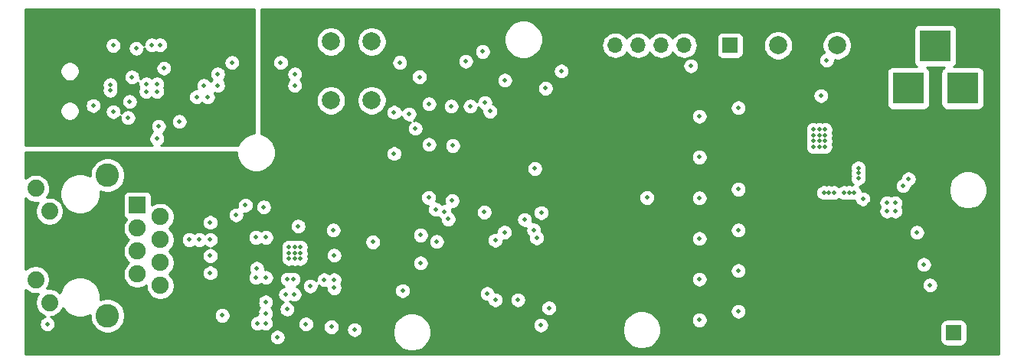
<source format=gbr>
G04 #@! TF.GenerationSoftware,KiCad,Pcbnew,(5.1.4)-1*
G04 #@! TF.CreationDate,2020-04-10T13:24:09-05:00*
G04 #@! TF.ProjectId,PIC32MZ_ETH_Demo,50494333-324d-45a5-9f45-54485f44656d,rev?*
G04 #@! TF.SameCoordinates,Original*
G04 #@! TF.FileFunction,Copper,L3,Inr*
G04 #@! TF.FilePolarity,Positive*
%FSLAX46Y46*%
G04 Gerber Fmt 4.6, Leading zero omitted, Abs format (unit mm)*
G04 Created by KiCad (PCBNEW (5.1.4)-1) date 2020-04-10 13:24:09*
%MOMM*%
%LPD*%
G04 APERTURE LIST*
%ADD10R,3.500000X3.500000*%
%ADD11O,1.700000X1.700000*%
%ADD12R,1.700000X1.700000*%
%ADD13R,1.900000X1.900000*%
%ADD14C,1.900000*%
%ADD15C,1.890000*%
%ADD16C,2.600000*%
%ADD17C,2.000000*%
%ADD18C,0.508000*%
%ADD19C,0.254000*%
G04 APERTURE END LIST*
D10*
X192976500Y-53975000D03*
X198976500Y-53975000D03*
X195976500Y-49275000D03*
D11*
X160575001Y-49212500D03*
X163115001Y-49212500D03*
X165655001Y-49212500D03*
X168195001Y-49212500D03*
X170735001Y-49212500D03*
D12*
X173275001Y-49212500D03*
D13*
X107759500Y-66929000D03*
D14*
X110299500Y-68199000D03*
X107759500Y-69469000D03*
X110299500Y-70739000D03*
X107759500Y-72009000D03*
X110299500Y-73279000D03*
X107759500Y-74549000D03*
X110299500Y-75819000D03*
D15*
X98039500Y-77699000D03*
X96519500Y-75159000D03*
X98039500Y-67589000D03*
X96519500Y-65049000D03*
D16*
X104469500Y-63599000D03*
X104469500Y-79149000D03*
D17*
X185102500Y-49221000D03*
X185102500Y-53721000D03*
X178602500Y-49221000D03*
X178602500Y-53721000D03*
X129159000Y-48808500D03*
X133659000Y-48808500D03*
X129159000Y-55308500D03*
X133659000Y-55308500D03*
D12*
X197993000Y-81026000D03*
D18*
X182499000Y-58547000D03*
X187452000Y-63944500D03*
X187452000Y-62801500D03*
X187452000Y-63373000D03*
X187007500Y-65532000D03*
X185864500Y-65532000D03*
X186436000Y-65532000D03*
X184785000Y-65532000D03*
X184213500Y-65532000D03*
X183642000Y-65532000D03*
X192405000Y-64770000D03*
X124523500Y-71564500D03*
X169884000Y-79629000D03*
X169884000Y-75120500D03*
X169884000Y-70612000D03*
X169884000Y-66103500D03*
X169884000Y-61595000D03*
X169884000Y-57086500D03*
X139065000Y-73321000D03*
X139954000Y-66082000D03*
X148378000Y-53086000D03*
X152886500Y-53975000D03*
X154622500Y-52064500D03*
X164084000Y-66082000D03*
X153247000Y-78295500D03*
X149838500Y-77406500D03*
X137075000Y-76390500D03*
X139996000Y-55689500D03*
X139996000Y-60198000D03*
X144060000Y-50990500D03*
X194691000Y-73491000D03*
X126399000Y-80073000D03*
X123248000Y-81534000D03*
X144560000Y-55943000D03*
X136758500Y-51109500D03*
X136138500Y-56642000D03*
X136138500Y-61214000D03*
X174186000Y-56134000D03*
X174186000Y-65151000D03*
X174186000Y-69659500D03*
X174186000Y-74168000D03*
X174186000Y-78676500D03*
X120862000Y-70485000D03*
X120862000Y-74930000D03*
X120962000Y-73914000D03*
X129518500Y-76073000D03*
X129518500Y-75184000D03*
X129201000Y-80391000D03*
X123604000Y-51117500D03*
X97795500Y-80073500D03*
X129518500Y-72453500D03*
X125158500Y-71564500D03*
X125793500Y-71564500D03*
X124523500Y-72199500D03*
X125158500Y-72199500D03*
X125793500Y-72199500D03*
X124523500Y-72834500D03*
X125158500Y-72834500D03*
X125793500Y-72834500D03*
X114596000Y-70739000D03*
X124142500Y-76796900D03*
X121031000Y-79988500D03*
X121920000Y-79988500D03*
X117147000Y-79121000D03*
X142621000Y-60325000D03*
X193018500Y-64008000D03*
X190621500Y-66669500D03*
X191521500Y-66669500D03*
X191521500Y-67569500D03*
X190621500Y-67569500D03*
X168931500Y-51498500D03*
X183134000Y-58547000D03*
X183769000Y-58547000D03*
X182499000Y-59182000D03*
X183134000Y-59182000D03*
X183769000Y-59182000D03*
X182499000Y-59817000D03*
X183134000Y-59817000D03*
X183769000Y-59817000D03*
X182499000Y-60452000D03*
X183134000Y-60452000D03*
X183769000Y-60452000D03*
X183959500Y-50863500D03*
X183324500Y-54800500D03*
X152360500Y-80200500D03*
X182245000Y-70802500D03*
X183515000Y-70167500D03*
X183515000Y-69532500D03*
X184150000Y-70802500D03*
X184150000Y-70167500D03*
X184150000Y-69532500D03*
X183515000Y-70802500D03*
X182880000Y-70167500D03*
X182880000Y-69532500D03*
X182245000Y-70167500D03*
X182245000Y-69532500D03*
X182880000Y-70802500D03*
X170984000Y-79629000D03*
X170984000Y-75120500D03*
X170984000Y-70612000D03*
X170984000Y-66103500D03*
X170984000Y-61595000D03*
X170984000Y-57086500D03*
X188658500Y-66802000D03*
X139065000Y-72221000D03*
X139954000Y-64982000D03*
X147278000Y-53086000D03*
X151786500Y-53975000D03*
X156019500Y-52064500D03*
X164084000Y-64982000D03*
X154347000Y-78295500D03*
X148738500Y-77406500D03*
X134747000Y-75369000D03*
X138896000Y-55689500D03*
X138896000Y-60198000D03*
X141732000Y-52329500D03*
X194691000Y-74591000D03*
X125799000Y-81343500D03*
X138958500Y-50929500D03*
X174186000Y-60642500D03*
X120777000Y-68453000D03*
X128101000Y-80391000D03*
X125180000Y-54927500D03*
X128418500Y-72453500D03*
X121031000Y-78888500D03*
X121025500Y-77640999D03*
X170031500Y-51498500D03*
X195453000Y-68834000D03*
X195453000Y-67754500D03*
X155360500Y-80200500D03*
X124299000Y-78423000D03*
X128418500Y-75184000D03*
X121962000Y-70485000D03*
X121962000Y-74930000D03*
X115818500Y-72517000D03*
X115818500Y-74422000D03*
X115818500Y-70739000D03*
X115818500Y-68834000D03*
X113496000Y-70739000D03*
X125095000Y-76777000D03*
X121925500Y-77640999D03*
X121920000Y-78888500D03*
X106723000Y-57213500D03*
X107172459Y-52729902D03*
X106912500Y-55435500D03*
X108717500Y-53493500D03*
X109907500Y-53493500D03*
X109907500Y-54323500D03*
X108717500Y-54323500D03*
X112395000Y-57636500D03*
X109347000Y-49170500D03*
X110236000Y-49170500D03*
X107632500Y-49564098D03*
X110107434Y-58195364D03*
X109924000Y-59563000D03*
X102876000Y-55892500D03*
X105092500Y-56573000D03*
X115528000Y-54927500D03*
X105092500Y-49234000D03*
X118204000Y-51117500D03*
X112395000Y-56536500D03*
X106682500Y-51731098D03*
X109982000Y-51223000D03*
X106871235Y-50820044D03*
X111823500Y-49016500D03*
X108648500Y-57293000D03*
X105722000Y-59563000D03*
X116628000Y-54927500D03*
X104749902Y-54210000D03*
X104749902Y-53575000D03*
X110680500Y-51752500D03*
X124333000Y-75120500D03*
X124993403Y-75120500D03*
X125546319Y-69245812D03*
X121729500Y-67114000D03*
X119713500Y-66914000D03*
X195389500Y-75755500D03*
X193929000Y-69913500D03*
X131762500Y-80708500D03*
X187960000Y-66230500D03*
X142460000Y-55943000D03*
X146177000Y-55568000D03*
X140848500Y-70929500D03*
X118681500Y-68008500D03*
X126873000Y-75877000D03*
X129418500Y-69659500D03*
X151574500Y-69659500D03*
X140716000Y-67373500D03*
X152400000Y-67754500D03*
X142557500Y-66421000D03*
X146113500Y-67691000D03*
X141682598Y-67646054D03*
X146431000Y-76708000D03*
X148336000Y-69913500D03*
X147320000Y-77406500D03*
X147320000Y-70802500D03*
X133794500Y-70993000D03*
X151701500Y-62865000D03*
X139065000Y-70231000D03*
X151892000Y-70548500D03*
X142113000Y-68453000D03*
X150558500Y-68516500D03*
X138493500Y-58420000D03*
X137795000Y-56832500D03*
X138938000Y-52710500D03*
X125153000Y-53657500D03*
X125153000Y-52387500D03*
X146748500Y-56515000D03*
X145923000Y-49911000D03*
X116655000Y-52387500D03*
X114300000Y-54927500D03*
X116655000Y-53657500D03*
X115125500Y-53657500D03*
D19*
G36*
X202984501Y-83414000D02*
G01*
X95402000Y-83414000D01*
X95402000Y-81446441D01*
X122359000Y-81446441D01*
X122359000Y-81621559D01*
X122393164Y-81793312D01*
X122460179Y-81955099D01*
X122557469Y-82100704D01*
X122681296Y-82224531D01*
X122826901Y-82321821D01*
X122988688Y-82388836D01*
X123160441Y-82423000D01*
X123335559Y-82423000D01*
X123507312Y-82388836D01*
X123669099Y-82321821D01*
X123814704Y-82224531D01*
X123938531Y-82100704D01*
X124035821Y-81955099D01*
X124102836Y-81793312D01*
X124137000Y-81621559D01*
X124137000Y-81446441D01*
X124102836Y-81274688D01*
X124035821Y-81112901D01*
X123938531Y-80967296D01*
X123814704Y-80843469D01*
X123669099Y-80746179D01*
X123507312Y-80679164D01*
X123335559Y-80645000D01*
X123160441Y-80645000D01*
X122988688Y-80679164D01*
X122826901Y-80746179D01*
X122681296Y-80843469D01*
X122557469Y-80967296D01*
X122460179Y-81112901D01*
X122393164Y-81274688D01*
X122359000Y-81446441D01*
X95402000Y-81446441D01*
X95402000Y-76275957D01*
X95512309Y-76386266D01*
X95771089Y-76559178D01*
X96058631Y-76678282D01*
X96363884Y-76739000D01*
X96675116Y-76739000D01*
X96796886Y-76714779D01*
X96639322Y-76950589D01*
X96520218Y-77238131D01*
X96459500Y-77543384D01*
X96459500Y-77854616D01*
X96520218Y-78159869D01*
X96639322Y-78447411D01*
X96812234Y-78706191D01*
X97032309Y-78926266D01*
X97291089Y-79099178D01*
X97565484Y-79212837D01*
X97536188Y-79218664D01*
X97374401Y-79285679D01*
X97228796Y-79382969D01*
X97104969Y-79506796D01*
X97007679Y-79652401D01*
X96940664Y-79814188D01*
X96906500Y-79985941D01*
X96906500Y-80161059D01*
X96940664Y-80332812D01*
X97007679Y-80494599D01*
X97104969Y-80640204D01*
X97228796Y-80764031D01*
X97374401Y-80861321D01*
X97536188Y-80928336D01*
X97707941Y-80962500D01*
X97883059Y-80962500D01*
X98054812Y-80928336D01*
X98216599Y-80861321D01*
X98362204Y-80764031D01*
X98486031Y-80640204D01*
X98583321Y-80494599D01*
X98650336Y-80332812D01*
X98684500Y-80161059D01*
X98684500Y-79985941D01*
X98650336Y-79814188D01*
X98583321Y-79652401D01*
X98486031Y-79506796D01*
X98362204Y-79382969D01*
X98216599Y-79285679D01*
X98198736Y-79278280D01*
X98500369Y-79218282D01*
X98787911Y-79099178D01*
X99046691Y-78926266D01*
X99266766Y-78706191D01*
X99439678Y-78447411D01*
X99504506Y-78290902D01*
X99664044Y-78529666D01*
X99978834Y-78844456D01*
X100348989Y-79091786D01*
X100760282Y-79262149D01*
X101196909Y-79349000D01*
X101642091Y-79349000D01*
X102078718Y-79262149D01*
X102490011Y-79091786D01*
X102534500Y-79062059D01*
X102534500Y-79339581D01*
X102608861Y-79713419D01*
X102754725Y-80065566D01*
X102966487Y-80382491D01*
X103236009Y-80652013D01*
X103552934Y-80863775D01*
X103905081Y-81009639D01*
X104278919Y-81084000D01*
X104660081Y-81084000D01*
X105033919Y-81009639D01*
X105386066Y-80863775D01*
X105702991Y-80652013D01*
X105972513Y-80382491D01*
X106184275Y-80065566D01*
X106330139Y-79713419D01*
X106404500Y-79339581D01*
X106404500Y-79033441D01*
X116258000Y-79033441D01*
X116258000Y-79208559D01*
X116292164Y-79380312D01*
X116359179Y-79542099D01*
X116456469Y-79687704D01*
X116580296Y-79811531D01*
X116725901Y-79908821D01*
X116887688Y-79975836D01*
X117059441Y-80010000D01*
X117234559Y-80010000D01*
X117406312Y-79975836D01*
X117568099Y-79908821D01*
X117579892Y-79900941D01*
X120142000Y-79900941D01*
X120142000Y-80076059D01*
X120176164Y-80247812D01*
X120243179Y-80409599D01*
X120340469Y-80555204D01*
X120464296Y-80679031D01*
X120609901Y-80776321D01*
X120771688Y-80843336D01*
X120943441Y-80877500D01*
X121118559Y-80877500D01*
X121290312Y-80843336D01*
X121452099Y-80776321D01*
X121475500Y-80760685D01*
X121498901Y-80776321D01*
X121660688Y-80843336D01*
X121832441Y-80877500D01*
X122007559Y-80877500D01*
X122179312Y-80843336D01*
X122341099Y-80776321D01*
X122486704Y-80679031D01*
X122610531Y-80555204D01*
X122707821Y-80409599D01*
X122774836Y-80247812D01*
X122809000Y-80076059D01*
X122809000Y-79985441D01*
X125510000Y-79985441D01*
X125510000Y-80160559D01*
X125544164Y-80332312D01*
X125611179Y-80494099D01*
X125708469Y-80639704D01*
X125832296Y-80763531D01*
X125977901Y-80860821D01*
X126139688Y-80927836D01*
X126311441Y-80962000D01*
X126486559Y-80962000D01*
X126658312Y-80927836D01*
X126820099Y-80860821D01*
X126965704Y-80763531D01*
X127089531Y-80639704D01*
X127186821Y-80494099D01*
X127253836Y-80332312D01*
X127259578Y-80303441D01*
X128312000Y-80303441D01*
X128312000Y-80478559D01*
X128346164Y-80650312D01*
X128413179Y-80812099D01*
X128510469Y-80957704D01*
X128634296Y-81081531D01*
X128779901Y-81178821D01*
X128941688Y-81245836D01*
X129113441Y-81280000D01*
X129288559Y-81280000D01*
X129460312Y-81245836D01*
X129622099Y-81178821D01*
X129767704Y-81081531D01*
X129891531Y-80957704D01*
X129988821Y-80812099D01*
X130055836Y-80650312D01*
X130061678Y-80620941D01*
X130873500Y-80620941D01*
X130873500Y-80796059D01*
X130907664Y-80967812D01*
X130974679Y-81129599D01*
X131071969Y-81275204D01*
X131195796Y-81399031D01*
X131341401Y-81496321D01*
X131503188Y-81563336D01*
X131674941Y-81597500D01*
X131850059Y-81597500D01*
X132021812Y-81563336D01*
X132183599Y-81496321D01*
X132329204Y-81399031D01*
X132453031Y-81275204D01*
X132550321Y-81129599D01*
X132617336Y-80967812D01*
X132651500Y-80796059D01*
X132651500Y-80752221D01*
X135977500Y-80752221D01*
X135977500Y-81172779D01*
X136059547Y-81585256D01*
X136220488Y-81973802D01*
X136454137Y-82323483D01*
X136751517Y-82620863D01*
X137101198Y-82854512D01*
X137489744Y-83015453D01*
X137902221Y-83097500D01*
X138322779Y-83097500D01*
X138735256Y-83015453D01*
X139123802Y-82854512D01*
X139473483Y-82620863D01*
X139770863Y-82323483D01*
X140004512Y-81973802D01*
X140165453Y-81585256D01*
X140247500Y-81172779D01*
X140247500Y-80752221D01*
X140165453Y-80339744D01*
X140071509Y-80112941D01*
X151471500Y-80112941D01*
X151471500Y-80288059D01*
X151505664Y-80459812D01*
X151572679Y-80621599D01*
X151669969Y-80767204D01*
X151793796Y-80891031D01*
X151939401Y-80988321D01*
X152101188Y-81055336D01*
X152272941Y-81089500D01*
X152448059Y-81089500D01*
X152619812Y-81055336D01*
X152781599Y-80988321D01*
X152927204Y-80891031D01*
X153051031Y-80767204D01*
X153148321Y-80621599D01*
X153199426Y-80498221D01*
X161377500Y-80498221D01*
X161377500Y-80918779D01*
X161459547Y-81331256D01*
X161620488Y-81719802D01*
X161854137Y-82069483D01*
X162151517Y-82366863D01*
X162501198Y-82600512D01*
X162889744Y-82761453D01*
X163302221Y-82843500D01*
X163722779Y-82843500D01*
X164135256Y-82761453D01*
X164523802Y-82600512D01*
X164873483Y-82366863D01*
X165170863Y-82069483D01*
X165404512Y-81719802D01*
X165565453Y-81331256D01*
X165647500Y-80918779D01*
X165647500Y-80498221D01*
X165565453Y-80085744D01*
X165404512Y-79697198D01*
X165300439Y-79541441D01*
X168995000Y-79541441D01*
X168995000Y-79716559D01*
X169029164Y-79888312D01*
X169096179Y-80050099D01*
X169193469Y-80195704D01*
X169317296Y-80319531D01*
X169462901Y-80416821D01*
X169624688Y-80483836D01*
X169796441Y-80518000D01*
X169971559Y-80518000D01*
X170143312Y-80483836D01*
X170305099Y-80416821D01*
X170450704Y-80319531D01*
X170574531Y-80195704D01*
X170587696Y-80176000D01*
X196504928Y-80176000D01*
X196504928Y-81876000D01*
X196517188Y-82000482D01*
X196553498Y-82120180D01*
X196612463Y-82230494D01*
X196691815Y-82327185D01*
X196788506Y-82406537D01*
X196898820Y-82465502D01*
X197018518Y-82501812D01*
X197143000Y-82514072D01*
X198843000Y-82514072D01*
X198967482Y-82501812D01*
X199087180Y-82465502D01*
X199197494Y-82406537D01*
X199294185Y-82327185D01*
X199373537Y-82230494D01*
X199432502Y-82120180D01*
X199468812Y-82000482D01*
X199481072Y-81876000D01*
X199481072Y-80176000D01*
X199468812Y-80051518D01*
X199432502Y-79931820D01*
X199373537Y-79821506D01*
X199294185Y-79724815D01*
X199197494Y-79645463D01*
X199087180Y-79586498D01*
X198967482Y-79550188D01*
X198843000Y-79537928D01*
X197143000Y-79537928D01*
X197018518Y-79550188D01*
X196898820Y-79586498D01*
X196788506Y-79645463D01*
X196691815Y-79724815D01*
X196612463Y-79821506D01*
X196553498Y-79931820D01*
X196517188Y-80051518D01*
X196504928Y-80176000D01*
X170587696Y-80176000D01*
X170671821Y-80050099D01*
X170738836Y-79888312D01*
X170773000Y-79716559D01*
X170773000Y-79541441D01*
X170738836Y-79369688D01*
X170671821Y-79207901D01*
X170574531Y-79062296D01*
X170450704Y-78938469D01*
X170305099Y-78841179D01*
X170143312Y-78774164D01*
X169971559Y-78740000D01*
X169796441Y-78740000D01*
X169624688Y-78774164D01*
X169462901Y-78841179D01*
X169317296Y-78938469D01*
X169193469Y-79062296D01*
X169096179Y-79207901D01*
X169029164Y-79369688D01*
X168995000Y-79541441D01*
X165300439Y-79541441D01*
X165170863Y-79347517D01*
X164873483Y-79050137D01*
X164523802Y-78816488D01*
X164135256Y-78655547D01*
X163800406Y-78588941D01*
X173297000Y-78588941D01*
X173297000Y-78764059D01*
X173331164Y-78935812D01*
X173398179Y-79097599D01*
X173495469Y-79243204D01*
X173619296Y-79367031D01*
X173764901Y-79464321D01*
X173926688Y-79531336D01*
X174098441Y-79565500D01*
X174273559Y-79565500D01*
X174445312Y-79531336D01*
X174607099Y-79464321D01*
X174752704Y-79367031D01*
X174876531Y-79243204D01*
X174973821Y-79097599D01*
X175040836Y-78935812D01*
X175075000Y-78764059D01*
X175075000Y-78588941D01*
X175040836Y-78417188D01*
X174973821Y-78255401D01*
X174876531Y-78109796D01*
X174752704Y-77985969D01*
X174607099Y-77888679D01*
X174445312Y-77821664D01*
X174273559Y-77787500D01*
X174098441Y-77787500D01*
X173926688Y-77821664D01*
X173764901Y-77888679D01*
X173619296Y-77985969D01*
X173495469Y-78109796D01*
X173398179Y-78255401D01*
X173331164Y-78417188D01*
X173297000Y-78588941D01*
X163800406Y-78588941D01*
X163722779Y-78573500D01*
X163302221Y-78573500D01*
X162889744Y-78655547D01*
X162501198Y-78816488D01*
X162151517Y-79050137D01*
X161854137Y-79347517D01*
X161620488Y-79697198D01*
X161459547Y-80085744D01*
X161377500Y-80498221D01*
X153199426Y-80498221D01*
X153215336Y-80459812D01*
X153249500Y-80288059D01*
X153249500Y-80112941D01*
X153215336Y-79941188D01*
X153148321Y-79779401D01*
X153051031Y-79633796D01*
X152927204Y-79509969D01*
X152781599Y-79412679D01*
X152619812Y-79345664D01*
X152448059Y-79311500D01*
X152272941Y-79311500D01*
X152101188Y-79345664D01*
X151939401Y-79412679D01*
X151793796Y-79509969D01*
X151669969Y-79633796D01*
X151572679Y-79779401D01*
X151505664Y-79941188D01*
X151471500Y-80112941D01*
X140071509Y-80112941D01*
X140004512Y-79951198D01*
X139770863Y-79601517D01*
X139473483Y-79304137D01*
X139123802Y-79070488D01*
X138735256Y-78909547D01*
X138322779Y-78827500D01*
X137902221Y-78827500D01*
X137489744Y-78909547D01*
X137101198Y-79070488D01*
X136751517Y-79304137D01*
X136454137Y-79601517D01*
X136220488Y-79951198D01*
X136059547Y-80339744D01*
X135977500Y-80752221D01*
X132651500Y-80752221D01*
X132651500Y-80620941D01*
X132617336Y-80449188D01*
X132550321Y-80287401D01*
X132453031Y-80141796D01*
X132329204Y-80017969D01*
X132183599Y-79920679D01*
X132021812Y-79853664D01*
X131850059Y-79819500D01*
X131674941Y-79819500D01*
X131503188Y-79853664D01*
X131341401Y-79920679D01*
X131195796Y-80017969D01*
X131071969Y-80141796D01*
X130974679Y-80287401D01*
X130907664Y-80449188D01*
X130873500Y-80620941D01*
X130061678Y-80620941D01*
X130090000Y-80478559D01*
X130090000Y-80303441D01*
X130055836Y-80131688D01*
X129988821Y-79969901D01*
X129891531Y-79824296D01*
X129767704Y-79700469D01*
X129622099Y-79603179D01*
X129460312Y-79536164D01*
X129288559Y-79502000D01*
X129113441Y-79502000D01*
X128941688Y-79536164D01*
X128779901Y-79603179D01*
X128634296Y-79700469D01*
X128510469Y-79824296D01*
X128413179Y-79969901D01*
X128346164Y-80131688D01*
X128312000Y-80303441D01*
X127259578Y-80303441D01*
X127288000Y-80160559D01*
X127288000Y-79985441D01*
X127253836Y-79813688D01*
X127186821Y-79651901D01*
X127089531Y-79506296D01*
X126965704Y-79382469D01*
X126820099Y-79285179D01*
X126658312Y-79218164D01*
X126486559Y-79184000D01*
X126311441Y-79184000D01*
X126139688Y-79218164D01*
X125977901Y-79285179D01*
X125832296Y-79382469D01*
X125708469Y-79506296D01*
X125611179Y-79651901D01*
X125544164Y-79813688D01*
X125510000Y-79985441D01*
X122809000Y-79985441D01*
X122809000Y-79900941D01*
X122774836Y-79729188D01*
X122707821Y-79567401D01*
X122621692Y-79438500D01*
X122707821Y-79309599D01*
X122774836Y-79147812D01*
X122809000Y-78976059D01*
X122809000Y-78800941D01*
X122774836Y-78629188D01*
X122707821Y-78467401D01*
X122610531Y-78321796D01*
X122556235Y-78267500D01*
X122616031Y-78207703D01*
X122713321Y-78062098D01*
X122780336Y-77900311D01*
X122814500Y-77728558D01*
X122814500Y-77553440D01*
X122780336Y-77381687D01*
X122713321Y-77219900D01*
X122616031Y-77074295D01*
X122492204Y-76950468D01*
X122346599Y-76853178D01*
X122184812Y-76786163D01*
X122013059Y-76751999D01*
X121837941Y-76751999D01*
X121666188Y-76786163D01*
X121504401Y-76853178D01*
X121358796Y-76950468D01*
X121234969Y-77074295D01*
X121137679Y-77219900D01*
X121070664Y-77381687D01*
X121036500Y-77553440D01*
X121036500Y-77728558D01*
X121070664Y-77900311D01*
X121137679Y-78062098D01*
X121234969Y-78207703D01*
X121289266Y-78262000D01*
X121229469Y-78321796D01*
X121132179Y-78467401D01*
X121065164Y-78629188D01*
X121031000Y-78800941D01*
X121031000Y-78976059D01*
X121055554Y-79099500D01*
X120943441Y-79099500D01*
X120771688Y-79133664D01*
X120609901Y-79200679D01*
X120464296Y-79297969D01*
X120340469Y-79421796D01*
X120243179Y-79567401D01*
X120176164Y-79729188D01*
X120142000Y-79900941D01*
X117579892Y-79900941D01*
X117713704Y-79811531D01*
X117837531Y-79687704D01*
X117934821Y-79542099D01*
X118001836Y-79380312D01*
X118036000Y-79208559D01*
X118036000Y-79033441D01*
X118001836Y-78861688D01*
X117934821Y-78699901D01*
X117837531Y-78554296D01*
X117713704Y-78430469D01*
X117568099Y-78333179D01*
X117406312Y-78266164D01*
X117234559Y-78232000D01*
X117059441Y-78232000D01*
X116887688Y-78266164D01*
X116725901Y-78333179D01*
X116580296Y-78430469D01*
X116456469Y-78554296D01*
X116359179Y-78699901D01*
X116292164Y-78861688D01*
X116258000Y-79033441D01*
X106404500Y-79033441D01*
X106404500Y-78958419D01*
X106330139Y-78584581D01*
X106184275Y-78232434D01*
X105972513Y-77915509D01*
X105702991Y-77645987D01*
X105386066Y-77434225D01*
X105033919Y-77288361D01*
X104660081Y-77214000D01*
X104278919Y-77214000D01*
X103905081Y-77288361D01*
X103664281Y-77388104D01*
X103679500Y-77311591D01*
X103679500Y-76866409D01*
X103592649Y-76429782D01*
X103422286Y-76018489D01*
X103174956Y-75648334D01*
X102860166Y-75333544D01*
X102490011Y-75086214D01*
X102078718Y-74915851D01*
X101642091Y-74829000D01*
X101196909Y-74829000D01*
X100760282Y-74915851D01*
X100348989Y-75086214D01*
X99978834Y-75333544D01*
X99664044Y-75648334D01*
X99416714Y-76018489D01*
X99246351Y-76429782D01*
X99206265Y-76631308D01*
X99046691Y-76471734D01*
X98787911Y-76298822D01*
X98500369Y-76179718D01*
X98195116Y-76119000D01*
X97883884Y-76119000D01*
X97762114Y-76143221D01*
X97919678Y-75907411D01*
X98038782Y-75619869D01*
X98099500Y-75314616D01*
X98099500Y-75003384D01*
X98038782Y-74698131D01*
X97919678Y-74410589D01*
X97746766Y-74151809D01*
X97526691Y-73931734D01*
X97267911Y-73758822D01*
X96980369Y-73639718D01*
X96675116Y-73579000D01*
X96363884Y-73579000D01*
X96058631Y-73639718D01*
X95771089Y-73758822D01*
X95512309Y-73931734D01*
X95402000Y-74042043D01*
X95402000Y-66165957D01*
X95512309Y-66276266D01*
X95771089Y-66449178D01*
X96058631Y-66568282D01*
X96363884Y-66629000D01*
X96675116Y-66629000D01*
X96796886Y-66604779D01*
X96639322Y-66840589D01*
X96520218Y-67128131D01*
X96459500Y-67433384D01*
X96459500Y-67744616D01*
X96520218Y-68049869D01*
X96639322Y-68337411D01*
X96812234Y-68596191D01*
X97032309Y-68816266D01*
X97291089Y-68989178D01*
X97578631Y-69108282D01*
X97883884Y-69169000D01*
X98195116Y-69169000D01*
X98500369Y-69108282D01*
X98787911Y-68989178D01*
X99046691Y-68816266D01*
X99266766Y-68596191D01*
X99439678Y-68337411D01*
X99558782Y-68049869D01*
X99619500Y-67744616D01*
X99619500Y-67433384D01*
X99558782Y-67128131D01*
X99439678Y-66840589D01*
X99266766Y-66581809D01*
X99046691Y-66361734D01*
X98787911Y-66188822D01*
X98500369Y-66069718D01*
X98195116Y-66009000D01*
X97883884Y-66009000D01*
X97762114Y-66033221D01*
X97919678Y-65797411D01*
X98038782Y-65509869D01*
X98053393Y-65436409D01*
X99159500Y-65436409D01*
X99159500Y-65881591D01*
X99246351Y-66318218D01*
X99416714Y-66729511D01*
X99664044Y-67099666D01*
X99978834Y-67414456D01*
X100348989Y-67661786D01*
X100760282Y-67832149D01*
X101196909Y-67919000D01*
X101642091Y-67919000D01*
X102078718Y-67832149D01*
X102490011Y-67661786D01*
X102860166Y-67414456D01*
X103174956Y-67099666D01*
X103422286Y-66729511D01*
X103592649Y-66318218D01*
X103660124Y-65979000D01*
X106171428Y-65979000D01*
X106171428Y-67879000D01*
X106183688Y-68003482D01*
X106219998Y-68123180D01*
X106278963Y-68233494D01*
X106358315Y-68330185D01*
X106455006Y-68409537D01*
X106534789Y-68452182D01*
X106528350Y-68458621D01*
X106354891Y-68718221D01*
X106235411Y-69006673D01*
X106174500Y-69312891D01*
X106174500Y-69625109D01*
X106235411Y-69931327D01*
X106354891Y-70219779D01*
X106528350Y-70479379D01*
X106749121Y-70700150D01*
X106807264Y-70739000D01*
X106749121Y-70777850D01*
X106528350Y-70998621D01*
X106354891Y-71258221D01*
X106235411Y-71546673D01*
X106174500Y-71852891D01*
X106174500Y-72165109D01*
X106235411Y-72471327D01*
X106354891Y-72759779D01*
X106528350Y-73019379D01*
X106749121Y-73240150D01*
X106807264Y-73279000D01*
X106749121Y-73317850D01*
X106528350Y-73538621D01*
X106354891Y-73798221D01*
X106235411Y-74086673D01*
X106174500Y-74392891D01*
X106174500Y-74705109D01*
X106235411Y-75011327D01*
X106354891Y-75299779D01*
X106528350Y-75559379D01*
X106749121Y-75780150D01*
X107008721Y-75953609D01*
X107297173Y-76073089D01*
X107603391Y-76134000D01*
X107915609Y-76134000D01*
X108221827Y-76073089D01*
X108510279Y-75953609D01*
X108714500Y-75817153D01*
X108714500Y-75975109D01*
X108775411Y-76281327D01*
X108894891Y-76569779D01*
X109068350Y-76829379D01*
X109289121Y-77050150D01*
X109548721Y-77223609D01*
X109837173Y-77343089D01*
X110143391Y-77404000D01*
X110455609Y-77404000D01*
X110761827Y-77343089D01*
X111050279Y-77223609D01*
X111309879Y-77050150D01*
X111530650Y-76829379D01*
X111610856Y-76709341D01*
X123253500Y-76709341D01*
X123253500Y-76884459D01*
X123287664Y-77056212D01*
X123354679Y-77217999D01*
X123451969Y-77363604D01*
X123575796Y-77487431D01*
X123721401Y-77584721D01*
X123864628Y-77644048D01*
X123732296Y-77732469D01*
X123608469Y-77856296D01*
X123511179Y-78001901D01*
X123444164Y-78163688D01*
X123410000Y-78335441D01*
X123410000Y-78510559D01*
X123444164Y-78682312D01*
X123511179Y-78844099D01*
X123608469Y-78989704D01*
X123732296Y-79113531D01*
X123877901Y-79210821D01*
X124039688Y-79277836D01*
X124211441Y-79312000D01*
X124386559Y-79312000D01*
X124558312Y-79277836D01*
X124720099Y-79210821D01*
X124865704Y-79113531D01*
X124989531Y-78989704D01*
X125086821Y-78844099D01*
X125153836Y-78682312D01*
X125188000Y-78510559D01*
X125188000Y-78335441D01*
X125153836Y-78163688D01*
X125086821Y-78001901D01*
X124989531Y-77856296D01*
X124865704Y-77732469D01*
X124720099Y-77635179D01*
X124576872Y-77575852D01*
X124633641Y-77537920D01*
X124673901Y-77564821D01*
X124835688Y-77631836D01*
X125007441Y-77666000D01*
X125182559Y-77666000D01*
X125354312Y-77631836D01*
X125516099Y-77564821D01*
X125661704Y-77467531D01*
X125785531Y-77343704D01*
X125882821Y-77198099D01*
X125949836Y-77036312D01*
X125984000Y-76864559D01*
X125984000Y-76689441D01*
X125949836Y-76517688D01*
X125882821Y-76355901D01*
X125785531Y-76210296D01*
X125661704Y-76086469D01*
X125516099Y-75989179D01*
X125367697Y-75927708D01*
X125414502Y-75908321D01*
X125560107Y-75811031D01*
X125581697Y-75789441D01*
X125984000Y-75789441D01*
X125984000Y-75964559D01*
X126018164Y-76136312D01*
X126085179Y-76298099D01*
X126182469Y-76443704D01*
X126306296Y-76567531D01*
X126451901Y-76664821D01*
X126613688Y-76731836D01*
X126785441Y-76766000D01*
X126960559Y-76766000D01*
X127132312Y-76731836D01*
X127294099Y-76664821D01*
X127439704Y-76567531D01*
X127563531Y-76443704D01*
X127660821Y-76298099D01*
X127727836Y-76136312D01*
X127762000Y-75964559D01*
X127762000Y-75789441D01*
X127760831Y-75783566D01*
X127851796Y-75874531D01*
X127997401Y-75971821D01*
X128159188Y-76038836D01*
X128330941Y-76073000D01*
X128506059Y-76073000D01*
X128629500Y-76048446D01*
X128629500Y-76160559D01*
X128663664Y-76332312D01*
X128730679Y-76494099D01*
X128827969Y-76639704D01*
X128951796Y-76763531D01*
X129097401Y-76860821D01*
X129259188Y-76927836D01*
X129430941Y-76962000D01*
X129606059Y-76962000D01*
X129777812Y-76927836D01*
X129939599Y-76860821D01*
X130085204Y-76763531D01*
X130209031Y-76639704D01*
X130306321Y-76494099D01*
X130373336Y-76332312D01*
X130379178Y-76302941D01*
X136186000Y-76302941D01*
X136186000Y-76478059D01*
X136220164Y-76649812D01*
X136287179Y-76811599D01*
X136384469Y-76957204D01*
X136508296Y-77081031D01*
X136653901Y-77178321D01*
X136815688Y-77245336D01*
X136987441Y-77279500D01*
X137162559Y-77279500D01*
X137334312Y-77245336D01*
X137496099Y-77178321D01*
X137641704Y-77081031D01*
X137765531Y-76957204D01*
X137862821Y-76811599D01*
X137929836Y-76649812D01*
X137935678Y-76620441D01*
X145542000Y-76620441D01*
X145542000Y-76795559D01*
X145576164Y-76967312D01*
X145643179Y-77129099D01*
X145740469Y-77274704D01*
X145864296Y-77398531D01*
X146009901Y-77495821D01*
X146171688Y-77562836D01*
X146343441Y-77597000D01*
X146451476Y-77597000D01*
X146465164Y-77665812D01*
X146532179Y-77827599D01*
X146629469Y-77973204D01*
X146753296Y-78097031D01*
X146898901Y-78194321D01*
X147060688Y-78261336D01*
X147232441Y-78295500D01*
X147407559Y-78295500D01*
X147579312Y-78261336D01*
X147741099Y-78194321D01*
X147886704Y-78097031D01*
X148010531Y-77973204D01*
X148107821Y-77827599D01*
X148174836Y-77665812D01*
X148209000Y-77494059D01*
X148209000Y-77318941D01*
X148949500Y-77318941D01*
X148949500Y-77494059D01*
X148983664Y-77665812D01*
X149050679Y-77827599D01*
X149147969Y-77973204D01*
X149271796Y-78097031D01*
X149417401Y-78194321D01*
X149579188Y-78261336D01*
X149750941Y-78295500D01*
X149926059Y-78295500D01*
X150097812Y-78261336D01*
X150226717Y-78207941D01*
X152358000Y-78207941D01*
X152358000Y-78383059D01*
X152392164Y-78554812D01*
X152459179Y-78716599D01*
X152556469Y-78862204D01*
X152680296Y-78986031D01*
X152825901Y-79083321D01*
X152987688Y-79150336D01*
X153159441Y-79184500D01*
X153334559Y-79184500D01*
X153506312Y-79150336D01*
X153668099Y-79083321D01*
X153813704Y-78986031D01*
X153937531Y-78862204D01*
X154034821Y-78716599D01*
X154101836Y-78554812D01*
X154136000Y-78383059D01*
X154136000Y-78207941D01*
X154101836Y-78036188D01*
X154034821Y-77874401D01*
X153937531Y-77728796D01*
X153813704Y-77604969D01*
X153668099Y-77507679D01*
X153506312Y-77440664D01*
X153334559Y-77406500D01*
X153159441Y-77406500D01*
X152987688Y-77440664D01*
X152825901Y-77507679D01*
X152680296Y-77604969D01*
X152556469Y-77728796D01*
X152459179Y-77874401D01*
X152392164Y-78036188D01*
X152358000Y-78207941D01*
X150226717Y-78207941D01*
X150259599Y-78194321D01*
X150405204Y-78097031D01*
X150529031Y-77973204D01*
X150626321Y-77827599D01*
X150693336Y-77665812D01*
X150727500Y-77494059D01*
X150727500Y-77318941D01*
X150693336Y-77147188D01*
X150626321Y-76985401D01*
X150529031Y-76839796D01*
X150405204Y-76715969D01*
X150259599Y-76618679D01*
X150097812Y-76551664D01*
X149926059Y-76517500D01*
X149750941Y-76517500D01*
X149579188Y-76551664D01*
X149417401Y-76618679D01*
X149271796Y-76715969D01*
X149147969Y-76839796D01*
X149050679Y-76985401D01*
X148983664Y-77147188D01*
X148949500Y-77318941D01*
X148209000Y-77318941D01*
X148174836Y-77147188D01*
X148107821Y-76985401D01*
X148010531Y-76839796D01*
X147886704Y-76715969D01*
X147741099Y-76618679D01*
X147579312Y-76551664D01*
X147407559Y-76517500D01*
X147299524Y-76517500D01*
X147285836Y-76448688D01*
X147218821Y-76286901D01*
X147121531Y-76141296D01*
X146997704Y-76017469D01*
X146852099Y-75920179D01*
X146690312Y-75853164D01*
X146518559Y-75819000D01*
X146343441Y-75819000D01*
X146171688Y-75853164D01*
X146009901Y-75920179D01*
X145864296Y-76017469D01*
X145740469Y-76141296D01*
X145643179Y-76286901D01*
X145576164Y-76448688D01*
X145542000Y-76620441D01*
X137935678Y-76620441D01*
X137964000Y-76478059D01*
X137964000Y-76302941D01*
X137929836Y-76131188D01*
X137862821Y-75969401D01*
X137765531Y-75823796D01*
X137641704Y-75699969D01*
X137496099Y-75602679D01*
X137334312Y-75535664D01*
X137162559Y-75501500D01*
X136987441Y-75501500D01*
X136815688Y-75535664D01*
X136653901Y-75602679D01*
X136508296Y-75699969D01*
X136384469Y-75823796D01*
X136287179Y-75969401D01*
X136220164Y-76131188D01*
X136186000Y-76302941D01*
X130379178Y-76302941D01*
X130407500Y-76160559D01*
X130407500Y-75985441D01*
X130373336Y-75813688D01*
X130306321Y-75651901D01*
X130290685Y-75628500D01*
X130306321Y-75605099D01*
X130373336Y-75443312D01*
X130407500Y-75271559D01*
X130407500Y-75096441D01*
X130394869Y-75032941D01*
X168995000Y-75032941D01*
X168995000Y-75208059D01*
X169029164Y-75379812D01*
X169096179Y-75541599D01*
X169193469Y-75687204D01*
X169317296Y-75811031D01*
X169462901Y-75908321D01*
X169624688Y-75975336D01*
X169796441Y-76009500D01*
X169971559Y-76009500D01*
X170143312Y-75975336D01*
X170305099Y-75908321D01*
X170450704Y-75811031D01*
X170574531Y-75687204D01*
X170587402Y-75667941D01*
X194500500Y-75667941D01*
X194500500Y-75843059D01*
X194534664Y-76014812D01*
X194601679Y-76176599D01*
X194698969Y-76322204D01*
X194822796Y-76446031D01*
X194968401Y-76543321D01*
X195130188Y-76610336D01*
X195301941Y-76644500D01*
X195477059Y-76644500D01*
X195648812Y-76610336D01*
X195810599Y-76543321D01*
X195956204Y-76446031D01*
X196080031Y-76322204D01*
X196177321Y-76176599D01*
X196244336Y-76014812D01*
X196278500Y-75843059D01*
X196278500Y-75667941D01*
X196244336Y-75496188D01*
X196177321Y-75334401D01*
X196080031Y-75188796D01*
X195956204Y-75064969D01*
X195810599Y-74967679D01*
X195648812Y-74900664D01*
X195477059Y-74866500D01*
X195301941Y-74866500D01*
X195130188Y-74900664D01*
X194968401Y-74967679D01*
X194822796Y-75064969D01*
X194698969Y-75188796D01*
X194601679Y-75334401D01*
X194534664Y-75496188D01*
X194500500Y-75667941D01*
X170587402Y-75667941D01*
X170671821Y-75541599D01*
X170738836Y-75379812D01*
X170773000Y-75208059D01*
X170773000Y-75032941D01*
X170738836Y-74861188D01*
X170671821Y-74699401D01*
X170574531Y-74553796D01*
X170450704Y-74429969D01*
X170305099Y-74332679D01*
X170143312Y-74265664D01*
X169971559Y-74231500D01*
X169796441Y-74231500D01*
X169624688Y-74265664D01*
X169462901Y-74332679D01*
X169317296Y-74429969D01*
X169193469Y-74553796D01*
X169096179Y-74699401D01*
X169029164Y-74861188D01*
X168995000Y-75032941D01*
X130394869Y-75032941D01*
X130373336Y-74924688D01*
X130306321Y-74762901D01*
X130209031Y-74617296D01*
X130085204Y-74493469D01*
X129939599Y-74396179D01*
X129777812Y-74329164D01*
X129606059Y-74295000D01*
X129430941Y-74295000D01*
X129259188Y-74329164D01*
X129097401Y-74396179D01*
X128968500Y-74482308D01*
X128839599Y-74396179D01*
X128677812Y-74329164D01*
X128506059Y-74295000D01*
X128330941Y-74295000D01*
X128159188Y-74329164D01*
X127997401Y-74396179D01*
X127851796Y-74493469D01*
X127727969Y-74617296D01*
X127630679Y-74762901D01*
X127563664Y-74924688D01*
X127529500Y-75096441D01*
X127529500Y-75271559D01*
X127530669Y-75277434D01*
X127439704Y-75186469D01*
X127294099Y-75089179D01*
X127132312Y-75022164D01*
X126960559Y-74988000D01*
X126785441Y-74988000D01*
X126613688Y-75022164D01*
X126451901Y-75089179D01*
X126306296Y-75186469D01*
X126182469Y-75310296D01*
X126085179Y-75455901D01*
X126018164Y-75617688D01*
X125984000Y-75789441D01*
X125581697Y-75789441D01*
X125683934Y-75687204D01*
X125781224Y-75541599D01*
X125848239Y-75379812D01*
X125882403Y-75208059D01*
X125882403Y-75032941D01*
X125848239Y-74861188D01*
X125781224Y-74699401D01*
X125683934Y-74553796D01*
X125560107Y-74429969D01*
X125414502Y-74332679D01*
X125252715Y-74265664D01*
X125080962Y-74231500D01*
X124905844Y-74231500D01*
X124734091Y-74265664D01*
X124663202Y-74295028D01*
X124592312Y-74265664D01*
X124420559Y-74231500D01*
X124245441Y-74231500D01*
X124073688Y-74265664D01*
X123911901Y-74332679D01*
X123766296Y-74429969D01*
X123642469Y-74553796D01*
X123545179Y-74699401D01*
X123478164Y-74861188D01*
X123444000Y-75032941D01*
X123444000Y-75208059D01*
X123478164Y-75379812D01*
X123545179Y-75541599D01*
X123642469Y-75687204D01*
X123766296Y-75811031D01*
X123911901Y-75908321D01*
X123957620Y-75927259D01*
X123883188Y-75942064D01*
X123721401Y-76009079D01*
X123575796Y-76106369D01*
X123451969Y-76230196D01*
X123354679Y-76375801D01*
X123287664Y-76537588D01*
X123253500Y-76709341D01*
X111610856Y-76709341D01*
X111704109Y-76569779D01*
X111823589Y-76281327D01*
X111884500Y-75975109D01*
X111884500Y-75662891D01*
X111823589Y-75356673D01*
X111704109Y-75068221D01*
X111530650Y-74808621D01*
X111309879Y-74587850D01*
X111251736Y-74549000D01*
X111309879Y-74510150D01*
X111485588Y-74334441D01*
X114929500Y-74334441D01*
X114929500Y-74509559D01*
X114963664Y-74681312D01*
X115030679Y-74843099D01*
X115127969Y-74988704D01*
X115251796Y-75112531D01*
X115397401Y-75209821D01*
X115559188Y-75276836D01*
X115730941Y-75311000D01*
X115906059Y-75311000D01*
X116077812Y-75276836D01*
X116239599Y-75209821D01*
X116385204Y-75112531D01*
X116509031Y-74988704D01*
X116606321Y-74843099D01*
X116606593Y-74842441D01*
X119973000Y-74842441D01*
X119973000Y-75017559D01*
X120007164Y-75189312D01*
X120074179Y-75351099D01*
X120171469Y-75496704D01*
X120295296Y-75620531D01*
X120440901Y-75717821D01*
X120602688Y-75784836D01*
X120774441Y-75819000D01*
X120949559Y-75819000D01*
X121121312Y-75784836D01*
X121283099Y-75717821D01*
X121412000Y-75631692D01*
X121540901Y-75717821D01*
X121702688Y-75784836D01*
X121874441Y-75819000D01*
X122049559Y-75819000D01*
X122221312Y-75784836D01*
X122383099Y-75717821D01*
X122528704Y-75620531D01*
X122652531Y-75496704D01*
X122749821Y-75351099D01*
X122816836Y-75189312D01*
X122851000Y-75017559D01*
X122851000Y-74842441D01*
X122816836Y-74670688D01*
X122749821Y-74508901D01*
X122652531Y-74363296D01*
X122528704Y-74239469D01*
X122383099Y-74142179D01*
X122221312Y-74075164D01*
X122049559Y-74041000D01*
X121874441Y-74041000D01*
X121841866Y-74047480D01*
X121851000Y-74001559D01*
X121851000Y-73826441D01*
X121816836Y-73654688D01*
X121749821Y-73492901D01*
X121652531Y-73347296D01*
X121528704Y-73223469D01*
X121383099Y-73126179D01*
X121221312Y-73059164D01*
X121049559Y-73025000D01*
X120874441Y-73025000D01*
X120702688Y-73059164D01*
X120540901Y-73126179D01*
X120395296Y-73223469D01*
X120271469Y-73347296D01*
X120174179Y-73492901D01*
X120107164Y-73654688D01*
X120073000Y-73826441D01*
X120073000Y-74001559D01*
X120107164Y-74173312D01*
X120174179Y-74335099D01*
X120184388Y-74350377D01*
X120171469Y-74363296D01*
X120074179Y-74508901D01*
X120007164Y-74670688D01*
X119973000Y-74842441D01*
X116606593Y-74842441D01*
X116673336Y-74681312D01*
X116707500Y-74509559D01*
X116707500Y-74334441D01*
X116673336Y-74162688D01*
X116606321Y-74000901D01*
X116509031Y-73855296D01*
X116385204Y-73731469D01*
X116239599Y-73634179D01*
X116077812Y-73567164D01*
X115906059Y-73533000D01*
X115730941Y-73533000D01*
X115559188Y-73567164D01*
X115397401Y-73634179D01*
X115251796Y-73731469D01*
X115127969Y-73855296D01*
X115030679Y-74000901D01*
X114963664Y-74162688D01*
X114929500Y-74334441D01*
X111485588Y-74334441D01*
X111530650Y-74289379D01*
X111704109Y-74029779D01*
X111823589Y-73741327D01*
X111884500Y-73435109D01*
X111884500Y-73122891D01*
X111823589Y-72816673D01*
X111704109Y-72528221D01*
X111530650Y-72268621D01*
X111309879Y-72047850D01*
X111251736Y-72009000D01*
X111309879Y-71970150D01*
X111530650Y-71749379D01*
X111704109Y-71489779D01*
X111823589Y-71201327D01*
X111884500Y-70895109D01*
X111884500Y-70651441D01*
X112607000Y-70651441D01*
X112607000Y-70826559D01*
X112641164Y-70998312D01*
X112708179Y-71160099D01*
X112805469Y-71305704D01*
X112929296Y-71429531D01*
X113074901Y-71526821D01*
X113236688Y-71593836D01*
X113408441Y-71628000D01*
X113583559Y-71628000D01*
X113755312Y-71593836D01*
X113917099Y-71526821D01*
X114046000Y-71440692D01*
X114174901Y-71526821D01*
X114336688Y-71593836D01*
X114508441Y-71628000D01*
X114683559Y-71628000D01*
X114855312Y-71593836D01*
X115017099Y-71526821D01*
X115162704Y-71429531D01*
X115207250Y-71384985D01*
X115251796Y-71429531D01*
X115397401Y-71526821D01*
X115559188Y-71593836D01*
X115730941Y-71628000D01*
X115559188Y-71662164D01*
X115397401Y-71729179D01*
X115251796Y-71826469D01*
X115127969Y-71950296D01*
X115030679Y-72095901D01*
X114963664Y-72257688D01*
X114929500Y-72429441D01*
X114929500Y-72604559D01*
X114963664Y-72776312D01*
X115030679Y-72938099D01*
X115127969Y-73083704D01*
X115251796Y-73207531D01*
X115397401Y-73304821D01*
X115559188Y-73371836D01*
X115730941Y-73406000D01*
X115906059Y-73406000D01*
X116077812Y-73371836D01*
X116239599Y-73304821D01*
X116385204Y-73207531D01*
X116509031Y-73083704D01*
X116606321Y-72938099D01*
X116673336Y-72776312D01*
X116707500Y-72604559D01*
X116707500Y-72429441D01*
X116673336Y-72257688D01*
X116606321Y-72095901D01*
X116509031Y-71950296D01*
X116385204Y-71826469D01*
X116239599Y-71729179D01*
X116077812Y-71662164D01*
X115906059Y-71628000D01*
X116077812Y-71593836D01*
X116239599Y-71526821D01*
X116314249Y-71476941D01*
X123634500Y-71476941D01*
X123634500Y-71652059D01*
X123668664Y-71823812D01*
X123692766Y-71882000D01*
X123668664Y-71940188D01*
X123634500Y-72111941D01*
X123634500Y-72287059D01*
X123668664Y-72458812D01*
X123692766Y-72517000D01*
X123668664Y-72575188D01*
X123634500Y-72746941D01*
X123634500Y-72922059D01*
X123668664Y-73093812D01*
X123735679Y-73255599D01*
X123832969Y-73401204D01*
X123956796Y-73525031D01*
X124102401Y-73622321D01*
X124264188Y-73689336D01*
X124435941Y-73723500D01*
X124611059Y-73723500D01*
X124782812Y-73689336D01*
X124841000Y-73665234D01*
X124899188Y-73689336D01*
X125070941Y-73723500D01*
X125246059Y-73723500D01*
X125417812Y-73689336D01*
X125476000Y-73665234D01*
X125534188Y-73689336D01*
X125705941Y-73723500D01*
X125881059Y-73723500D01*
X126052812Y-73689336D01*
X126214599Y-73622321D01*
X126360204Y-73525031D01*
X126484031Y-73401204D01*
X126581321Y-73255599D01*
X126648336Y-73093812D01*
X126682500Y-72922059D01*
X126682500Y-72746941D01*
X126648336Y-72575188D01*
X126624234Y-72517000D01*
X126648336Y-72458812D01*
X126666809Y-72365941D01*
X128629500Y-72365941D01*
X128629500Y-72541059D01*
X128663664Y-72712812D01*
X128730679Y-72874599D01*
X128827969Y-73020204D01*
X128951796Y-73144031D01*
X129097401Y-73241321D01*
X129259188Y-73308336D01*
X129430941Y-73342500D01*
X129606059Y-73342500D01*
X129777812Y-73308336D01*
X129939599Y-73241321D01*
X129951392Y-73233441D01*
X138176000Y-73233441D01*
X138176000Y-73408559D01*
X138210164Y-73580312D01*
X138277179Y-73742099D01*
X138374469Y-73887704D01*
X138498296Y-74011531D01*
X138643901Y-74108821D01*
X138805688Y-74175836D01*
X138977441Y-74210000D01*
X139152559Y-74210000D01*
X139324312Y-74175836D01*
X139486099Y-74108821D01*
X139528572Y-74080441D01*
X173297000Y-74080441D01*
X173297000Y-74255559D01*
X173331164Y-74427312D01*
X173398179Y-74589099D01*
X173495469Y-74734704D01*
X173619296Y-74858531D01*
X173764901Y-74955821D01*
X173926688Y-75022836D01*
X174098441Y-75057000D01*
X174273559Y-75057000D01*
X174445312Y-75022836D01*
X174607099Y-74955821D01*
X174752704Y-74858531D01*
X174876531Y-74734704D01*
X174973821Y-74589099D01*
X175040836Y-74427312D01*
X175075000Y-74255559D01*
X175075000Y-74080441D01*
X175040836Y-73908688D01*
X174973821Y-73746901D01*
X174876531Y-73601296D01*
X174752704Y-73477469D01*
X174641914Y-73403441D01*
X193802000Y-73403441D01*
X193802000Y-73578559D01*
X193836164Y-73750312D01*
X193903179Y-73912099D01*
X194000469Y-74057704D01*
X194124296Y-74181531D01*
X194269901Y-74278821D01*
X194431688Y-74345836D01*
X194603441Y-74380000D01*
X194778559Y-74380000D01*
X194950312Y-74345836D01*
X195112099Y-74278821D01*
X195257704Y-74181531D01*
X195381531Y-74057704D01*
X195478821Y-73912099D01*
X195545836Y-73750312D01*
X195580000Y-73578559D01*
X195580000Y-73403441D01*
X195545836Y-73231688D01*
X195478821Y-73069901D01*
X195381531Y-72924296D01*
X195257704Y-72800469D01*
X195112099Y-72703179D01*
X194950312Y-72636164D01*
X194778559Y-72602000D01*
X194603441Y-72602000D01*
X194431688Y-72636164D01*
X194269901Y-72703179D01*
X194124296Y-72800469D01*
X194000469Y-72924296D01*
X193903179Y-73069901D01*
X193836164Y-73231688D01*
X193802000Y-73403441D01*
X174641914Y-73403441D01*
X174607099Y-73380179D01*
X174445312Y-73313164D01*
X174273559Y-73279000D01*
X174098441Y-73279000D01*
X173926688Y-73313164D01*
X173764901Y-73380179D01*
X173619296Y-73477469D01*
X173495469Y-73601296D01*
X173398179Y-73746901D01*
X173331164Y-73908688D01*
X173297000Y-74080441D01*
X139528572Y-74080441D01*
X139631704Y-74011531D01*
X139755531Y-73887704D01*
X139852821Y-73742099D01*
X139919836Y-73580312D01*
X139954000Y-73408559D01*
X139954000Y-73233441D01*
X139919836Y-73061688D01*
X139852821Y-72899901D01*
X139755531Y-72754296D01*
X139631704Y-72630469D01*
X139486099Y-72533179D01*
X139324312Y-72466164D01*
X139152559Y-72432000D01*
X138977441Y-72432000D01*
X138805688Y-72466164D01*
X138643901Y-72533179D01*
X138498296Y-72630469D01*
X138374469Y-72754296D01*
X138277179Y-72899901D01*
X138210164Y-73061688D01*
X138176000Y-73233441D01*
X129951392Y-73233441D01*
X130085204Y-73144031D01*
X130209031Y-73020204D01*
X130306321Y-72874599D01*
X130373336Y-72712812D01*
X130407500Y-72541059D01*
X130407500Y-72365941D01*
X130373336Y-72194188D01*
X130306321Y-72032401D01*
X130209031Y-71886796D01*
X130085204Y-71762969D01*
X129939599Y-71665679D01*
X129777812Y-71598664D01*
X129606059Y-71564500D01*
X129430941Y-71564500D01*
X129259188Y-71598664D01*
X129097401Y-71665679D01*
X128951796Y-71762969D01*
X128827969Y-71886796D01*
X128730679Y-72032401D01*
X128663664Y-72194188D01*
X128629500Y-72365941D01*
X126666809Y-72365941D01*
X126682500Y-72287059D01*
X126682500Y-72111941D01*
X126648336Y-71940188D01*
X126624234Y-71882000D01*
X126648336Y-71823812D01*
X126682500Y-71652059D01*
X126682500Y-71476941D01*
X126648336Y-71305188D01*
X126581321Y-71143401D01*
X126484031Y-70997796D01*
X126391676Y-70905441D01*
X132905500Y-70905441D01*
X132905500Y-71080559D01*
X132939664Y-71252312D01*
X133006679Y-71414099D01*
X133103969Y-71559704D01*
X133227796Y-71683531D01*
X133373401Y-71780821D01*
X133535188Y-71847836D01*
X133706941Y-71882000D01*
X133882059Y-71882000D01*
X134053812Y-71847836D01*
X134215599Y-71780821D01*
X134361204Y-71683531D01*
X134485031Y-71559704D01*
X134582321Y-71414099D01*
X134649336Y-71252312D01*
X134683500Y-71080559D01*
X134683500Y-70905441D01*
X134649336Y-70733688D01*
X134582321Y-70571901D01*
X134485031Y-70426296D01*
X134361204Y-70302469D01*
X134215599Y-70205179D01*
X134066552Y-70143441D01*
X138176000Y-70143441D01*
X138176000Y-70318559D01*
X138210164Y-70490312D01*
X138277179Y-70652099D01*
X138374469Y-70797704D01*
X138498296Y-70921531D01*
X138643901Y-71018821D01*
X138805688Y-71085836D01*
X138977441Y-71120000D01*
X139152559Y-71120000D01*
X139324312Y-71085836D01*
X139486099Y-71018821D01*
X139631704Y-70921531D01*
X139711294Y-70841941D01*
X139959500Y-70841941D01*
X139959500Y-71017059D01*
X139993664Y-71188812D01*
X140060679Y-71350599D01*
X140157969Y-71496204D01*
X140281796Y-71620031D01*
X140427401Y-71717321D01*
X140589188Y-71784336D01*
X140760941Y-71818500D01*
X140936059Y-71818500D01*
X141107812Y-71784336D01*
X141269599Y-71717321D01*
X141415204Y-71620031D01*
X141539031Y-71496204D01*
X141636321Y-71350599D01*
X141703336Y-71188812D01*
X141737500Y-71017059D01*
X141737500Y-70841941D01*
X141712238Y-70714941D01*
X146431000Y-70714941D01*
X146431000Y-70890059D01*
X146465164Y-71061812D01*
X146532179Y-71223599D01*
X146629469Y-71369204D01*
X146753296Y-71493031D01*
X146898901Y-71590321D01*
X147060688Y-71657336D01*
X147232441Y-71691500D01*
X147407559Y-71691500D01*
X147579312Y-71657336D01*
X147741099Y-71590321D01*
X147886704Y-71493031D01*
X148010531Y-71369204D01*
X148107821Y-71223599D01*
X148174836Y-71061812D01*
X148209000Y-70890059D01*
X148209000Y-70794655D01*
X148248441Y-70802500D01*
X148423559Y-70802500D01*
X148595312Y-70768336D01*
X148757099Y-70701321D01*
X148902704Y-70604031D01*
X149026531Y-70480204D01*
X149123821Y-70334599D01*
X149190836Y-70172812D01*
X149225000Y-70001059D01*
X149225000Y-69825941D01*
X149190836Y-69654188D01*
X149123821Y-69492401D01*
X149026531Y-69346796D01*
X148902704Y-69222969D01*
X148757099Y-69125679D01*
X148595312Y-69058664D01*
X148423559Y-69024500D01*
X148248441Y-69024500D01*
X148076688Y-69058664D01*
X147914901Y-69125679D01*
X147769296Y-69222969D01*
X147645469Y-69346796D01*
X147548179Y-69492401D01*
X147481164Y-69654188D01*
X147447000Y-69825941D01*
X147447000Y-69921345D01*
X147407559Y-69913500D01*
X147232441Y-69913500D01*
X147060688Y-69947664D01*
X146898901Y-70014679D01*
X146753296Y-70111969D01*
X146629469Y-70235796D01*
X146532179Y-70381401D01*
X146465164Y-70543188D01*
X146431000Y-70714941D01*
X141712238Y-70714941D01*
X141703336Y-70670188D01*
X141636321Y-70508401D01*
X141539031Y-70362796D01*
X141415204Y-70238969D01*
X141269599Y-70141679D01*
X141107812Y-70074664D01*
X140936059Y-70040500D01*
X140760941Y-70040500D01*
X140589188Y-70074664D01*
X140427401Y-70141679D01*
X140281796Y-70238969D01*
X140157969Y-70362796D01*
X140060679Y-70508401D01*
X139993664Y-70670188D01*
X139959500Y-70841941D01*
X139711294Y-70841941D01*
X139755531Y-70797704D01*
X139852821Y-70652099D01*
X139919836Y-70490312D01*
X139954000Y-70318559D01*
X139954000Y-70143441D01*
X139919836Y-69971688D01*
X139852821Y-69809901D01*
X139755531Y-69664296D01*
X139631704Y-69540469D01*
X139486099Y-69443179D01*
X139324312Y-69376164D01*
X139152559Y-69342000D01*
X138977441Y-69342000D01*
X138805688Y-69376164D01*
X138643901Y-69443179D01*
X138498296Y-69540469D01*
X138374469Y-69664296D01*
X138277179Y-69809901D01*
X138210164Y-69971688D01*
X138176000Y-70143441D01*
X134066552Y-70143441D01*
X134053812Y-70138164D01*
X133882059Y-70104000D01*
X133706941Y-70104000D01*
X133535188Y-70138164D01*
X133373401Y-70205179D01*
X133227796Y-70302469D01*
X133103969Y-70426296D01*
X133006679Y-70571901D01*
X132939664Y-70733688D01*
X132905500Y-70905441D01*
X126391676Y-70905441D01*
X126360204Y-70873969D01*
X126214599Y-70776679D01*
X126052812Y-70709664D01*
X125881059Y-70675500D01*
X125705941Y-70675500D01*
X125534188Y-70709664D01*
X125476000Y-70733766D01*
X125417812Y-70709664D01*
X125246059Y-70675500D01*
X125070941Y-70675500D01*
X124899188Y-70709664D01*
X124841000Y-70733766D01*
X124782812Y-70709664D01*
X124611059Y-70675500D01*
X124435941Y-70675500D01*
X124264188Y-70709664D01*
X124102401Y-70776679D01*
X123956796Y-70873969D01*
X123832969Y-70997796D01*
X123735679Y-71143401D01*
X123668664Y-71305188D01*
X123634500Y-71476941D01*
X116314249Y-71476941D01*
X116385204Y-71429531D01*
X116509031Y-71305704D01*
X116606321Y-71160099D01*
X116673336Y-70998312D01*
X116707500Y-70826559D01*
X116707500Y-70651441D01*
X116673336Y-70479688D01*
X116639268Y-70397441D01*
X119973000Y-70397441D01*
X119973000Y-70572559D01*
X120007164Y-70744312D01*
X120074179Y-70906099D01*
X120171469Y-71051704D01*
X120295296Y-71175531D01*
X120440901Y-71272821D01*
X120602688Y-71339836D01*
X120774441Y-71374000D01*
X120949559Y-71374000D01*
X121121312Y-71339836D01*
X121283099Y-71272821D01*
X121412000Y-71186692D01*
X121540901Y-71272821D01*
X121702688Y-71339836D01*
X121874441Y-71374000D01*
X122049559Y-71374000D01*
X122221312Y-71339836D01*
X122383099Y-71272821D01*
X122528704Y-71175531D01*
X122652531Y-71051704D01*
X122749821Y-70906099D01*
X122816836Y-70744312D01*
X122851000Y-70572559D01*
X122851000Y-70397441D01*
X122816836Y-70225688D01*
X122749821Y-70063901D01*
X122652531Y-69918296D01*
X122528704Y-69794469D01*
X122383099Y-69697179D01*
X122221312Y-69630164D01*
X122049559Y-69596000D01*
X121874441Y-69596000D01*
X121702688Y-69630164D01*
X121540901Y-69697179D01*
X121412000Y-69783308D01*
X121283099Y-69697179D01*
X121121312Y-69630164D01*
X120949559Y-69596000D01*
X120774441Y-69596000D01*
X120602688Y-69630164D01*
X120440901Y-69697179D01*
X120295296Y-69794469D01*
X120171469Y-69918296D01*
X120074179Y-70063901D01*
X120007164Y-70225688D01*
X119973000Y-70397441D01*
X116639268Y-70397441D01*
X116606321Y-70317901D01*
X116509031Y-70172296D01*
X116385204Y-70048469D01*
X116239599Y-69951179D01*
X116077812Y-69884164D01*
X115906059Y-69850000D01*
X115730941Y-69850000D01*
X115559188Y-69884164D01*
X115397401Y-69951179D01*
X115251796Y-70048469D01*
X115207250Y-70093015D01*
X115162704Y-70048469D01*
X115017099Y-69951179D01*
X114855312Y-69884164D01*
X114683559Y-69850000D01*
X114508441Y-69850000D01*
X114336688Y-69884164D01*
X114174901Y-69951179D01*
X114046000Y-70037308D01*
X113917099Y-69951179D01*
X113755312Y-69884164D01*
X113583559Y-69850000D01*
X113408441Y-69850000D01*
X113236688Y-69884164D01*
X113074901Y-69951179D01*
X112929296Y-70048469D01*
X112805469Y-70172296D01*
X112708179Y-70317901D01*
X112641164Y-70479688D01*
X112607000Y-70651441D01*
X111884500Y-70651441D01*
X111884500Y-70582891D01*
X111823589Y-70276673D01*
X111704109Y-69988221D01*
X111530650Y-69728621D01*
X111309879Y-69507850D01*
X111251736Y-69469000D01*
X111309879Y-69430150D01*
X111530650Y-69209379D01*
X111704109Y-68949779D01*
X111788333Y-68746441D01*
X114929500Y-68746441D01*
X114929500Y-68921559D01*
X114963664Y-69093312D01*
X115030679Y-69255099D01*
X115127969Y-69400704D01*
X115251796Y-69524531D01*
X115397401Y-69621821D01*
X115559188Y-69688836D01*
X115730941Y-69723000D01*
X115906059Y-69723000D01*
X116077812Y-69688836D01*
X116239599Y-69621821D01*
X116385204Y-69524531D01*
X116509031Y-69400704D01*
X116606321Y-69255099D01*
X116646436Y-69158253D01*
X124657319Y-69158253D01*
X124657319Y-69333371D01*
X124691483Y-69505124D01*
X124758498Y-69666911D01*
X124855788Y-69812516D01*
X124979615Y-69936343D01*
X125125220Y-70033633D01*
X125287007Y-70100648D01*
X125458760Y-70134812D01*
X125633878Y-70134812D01*
X125805631Y-70100648D01*
X125967418Y-70033633D01*
X126113023Y-69936343D01*
X126236850Y-69812516D01*
X126334140Y-69666911D01*
X126373478Y-69571941D01*
X128529500Y-69571941D01*
X128529500Y-69747059D01*
X128563664Y-69918812D01*
X128630679Y-70080599D01*
X128727969Y-70226204D01*
X128851796Y-70350031D01*
X128997401Y-70447321D01*
X129159188Y-70514336D01*
X129330941Y-70548500D01*
X129506059Y-70548500D01*
X129677812Y-70514336D01*
X129839599Y-70447321D01*
X129985204Y-70350031D01*
X130109031Y-70226204D01*
X130206321Y-70080599D01*
X130273336Y-69918812D01*
X130307500Y-69747059D01*
X130307500Y-69571941D01*
X130273336Y-69400188D01*
X130206321Y-69238401D01*
X130109031Y-69092796D01*
X129985204Y-68968969D01*
X129839599Y-68871679D01*
X129677812Y-68804664D01*
X129506059Y-68770500D01*
X129330941Y-68770500D01*
X129159188Y-68804664D01*
X128997401Y-68871679D01*
X128851796Y-68968969D01*
X128727969Y-69092796D01*
X128630679Y-69238401D01*
X128563664Y-69400188D01*
X128529500Y-69571941D01*
X126373478Y-69571941D01*
X126401155Y-69505124D01*
X126435319Y-69333371D01*
X126435319Y-69158253D01*
X126401155Y-68986500D01*
X126334140Y-68824713D01*
X126236850Y-68679108D01*
X126113023Y-68555281D01*
X125967418Y-68457991D01*
X125805631Y-68390976D01*
X125633878Y-68356812D01*
X125458760Y-68356812D01*
X125287007Y-68390976D01*
X125125220Y-68457991D01*
X124979615Y-68555281D01*
X124855788Y-68679108D01*
X124758498Y-68824713D01*
X124691483Y-68986500D01*
X124657319Y-69158253D01*
X116646436Y-69158253D01*
X116673336Y-69093312D01*
X116707500Y-68921559D01*
X116707500Y-68746441D01*
X116673336Y-68574688D01*
X116606321Y-68412901D01*
X116509031Y-68267296D01*
X116385204Y-68143469D01*
X116239599Y-68046179D01*
X116077812Y-67979164D01*
X115906059Y-67945000D01*
X115730941Y-67945000D01*
X115559188Y-67979164D01*
X115397401Y-68046179D01*
X115251796Y-68143469D01*
X115127969Y-68267296D01*
X115030679Y-68412901D01*
X114963664Y-68574688D01*
X114929500Y-68746441D01*
X111788333Y-68746441D01*
X111823589Y-68661327D01*
X111884500Y-68355109D01*
X111884500Y-68042891D01*
X111860243Y-67920941D01*
X117792500Y-67920941D01*
X117792500Y-68096059D01*
X117826664Y-68267812D01*
X117893679Y-68429599D01*
X117990969Y-68575204D01*
X118114796Y-68699031D01*
X118260401Y-68796321D01*
X118422188Y-68863336D01*
X118593941Y-68897500D01*
X118769059Y-68897500D01*
X118940812Y-68863336D01*
X119102599Y-68796321D01*
X119248204Y-68699031D01*
X119372031Y-68575204D01*
X119469321Y-68429599D01*
X119536336Y-68267812D01*
X119570500Y-68096059D01*
X119570500Y-67920941D01*
X119543789Y-67786659D01*
X119625941Y-67803000D01*
X119801059Y-67803000D01*
X119972812Y-67768836D01*
X120134599Y-67701821D01*
X120280204Y-67604531D01*
X120404031Y-67480704D01*
X120501321Y-67335099D01*
X120568336Y-67173312D01*
X120597550Y-67026441D01*
X120840500Y-67026441D01*
X120840500Y-67201559D01*
X120874664Y-67373312D01*
X120941679Y-67535099D01*
X121038969Y-67680704D01*
X121162796Y-67804531D01*
X121308401Y-67901821D01*
X121470188Y-67968836D01*
X121641941Y-68003000D01*
X121817059Y-68003000D01*
X121988812Y-67968836D01*
X122150599Y-67901821D01*
X122296204Y-67804531D01*
X122420031Y-67680704D01*
X122517321Y-67535099D01*
X122584336Y-67373312D01*
X122618500Y-67201559D01*
X122618500Y-67026441D01*
X122584336Y-66854688D01*
X122517321Y-66692901D01*
X122420031Y-66547296D01*
X122296204Y-66423469D01*
X122150599Y-66326179D01*
X121988812Y-66259164D01*
X121817059Y-66225000D01*
X121641941Y-66225000D01*
X121470188Y-66259164D01*
X121308401Y-66326179D01*
X121162796Y-66423469D01*
X121038969Y-66547296D01*
X120941679Y-66692901D01*
X120874664Y-66854688D01*
X120840500Y-67026441D01*
X120597550Y-67026441D01*
X120602500Y-67001559D01*
X120602500Y-66826441D01*
X120568336Y-66654688D01*
X120501321Y-66492901D01*
X120404031Y-66347296D01*
X120280204Y-66223469D01*
X120134599Y-66126179D01*
X119972812Y-66059164D01*
X119801059Y-66025000D01*
X119625941Y-66025000D01*
X119454188Y-66059164D01*
X119292401Y-66126179D01*
X119146796Y-66223469D01*
X119022969Y-66347296D01*
X118925679Y-66492901D01*
X118858664Y-66654688D01*
X118824500Y-66826441D01*
X118824500Y-67001559D01*
X118851211Y-67135841D01*
X118769059Y-67119500D01*
X118593941Y-67119500D01*
X118422188Y-67153664D01*
X118260401Y-67220679D01*
X118114796Y-67317969D01*
X117990969Y-67441796D01*
X117893679Y-67587401D01*
X117826664Y-67749188D01*
X117792500Y-67920941D01*
X111860243Y-67920941D01*
X111823589Y-67736673D01*
X111704109Y-67448221D01*
X111530650Y-67188621D01*
X111309879Y-66967850D01*
X111050279Y-66794391D01*
X110761827Y-66674911D01*
X110455609Y-66614000D01*
X110143391Y-66614000D01*
X109837173Y-66674911D01*
X109548721Y-66794391D01*
X109347572Y-66928794D01*
X109347572Y-65994441D01*
X139065000Y-65994441D01*
X139065000Y-66169559D01*
X139099164Y-66341312D01*
X139166179Y-66503099D01*
X139263469Y-66648704D01*
X139387296Y-66772531D01*
X139532901Y-66869821D01*
X139694688Y-66936836D01*
X139866441Y-66971000D01*
X139920475Y-66971000D01*
X139861164Y-67114188D01*
X139827000Y-67285941D01*
X139827000Y-67461059D01*
X139861164Y-67632812D01*
X139928179Y-67794599D01*
X140025469Y-67940204D01*
X140149296Y-68064031D01*
X140294901Y-68161321D01*
X140456688Y-68228336D01*
X140628441Y-68262500D01*
X140803559Y-68262500D01*
X140975312Y-68228336D01*
X140998175Y-68218866D01*
X141115894Y-68336585D01*
X141224000Y-68408819D01*
X141224000Y-68540559D01*
X141258164Y-68712312D01*
X141325179Y-68874099D01*
X141422469Y-69019704D01*
X141546296Y-69143531D01*
X141691901Y-69240821D01*
X141853688Y-69307836D01*
X142025441Y-69342000D01*
X142200559Y-69342000D01*
X142372312Y-69307836D01*
X142534099Y-69240821D01*
X142679704Y-69143531D01*
X142803531Y-69019704D01*
X142900821Y-68874099D01*
X142967836Y-68712312D01*
X143002000Y-68540559D01*
X143002000Y-68365441D01*
X142967836Y-68193688D01*
X142900821Y-68031901D01*
X142803531Y-67886296D01*
X142679704Y-67762469D01*
X142571598Y-67690235D01*
X142571598Y-67603441D01*
X145224500Y-67603441D01*
X145224500Y-67778559D01*
X145258664Y-67950312D01*
X145325679Y-68112099D01*
X145422969Y-68257704D01*
X145546796Y-68381531D01*
X145692401Y-68478821D01*
X145854188Y-68545836D01*
X146025941Y-68580000D01*
X146201059Y-68580000D01*
X146372812Y-68545836D01*
X146534599Y-68478821D01*
X146609249Y-68428941D01*
X149669500Y-68428941D01*
X149669500Y-68604059D01*
X149703664Y-68775812D01*
X149770679Y-68937599D01*
X149867969Y-69083204D01*
X149991796Y-69207031D01*
X150137401Y-69304321D01*
X150299188Y-69371336D01*
X150470941Y-69405500D01*
X150646059Y-69405500D01*
X150723875Y-69390021D01*
X150719664Y-69400188D01*
X150685500Y-69571941D01*
X150685500Y-69747059D01*
X150719664Y-69918812D01*
X150786679Y-70080599D01*
X150883969Y-70226204D01*
X151007796Y-70350031D01*
X151023036Y-70360214D01*
X151003000Y-70460941D01*
X151003000Y-70636059D01*
X151037164Y-70807812D01*
X151104179Y-70969599D01*
X151201469Y-71115204D01*
X151325296Y-71239031D01*
X151470901Y-71336321D01*
X151632688Y-71403336D01*
X151804441Y-71437500D01*
X151979559Y-71437500D01*
X152151312Y-71403336D01*
X152313099Y-71336321D01*
X152458704Y-71239031D01*
X152582531Y-71115204D01*
X152679821Y-70969599D01*
X152746836Y-70807812D01*
X152781000Y-70636059D01*
X152781000Y-70524441D01*
X168995000Y-70524441D01*
X168995000Y-70699559D01*
X169029164Y-70871312D01*
X169096179Y-71033099D01*
X169193469Y-71178704D01*
X169317296Y-71302531D01*
X169462901Y-71399821D01*
X169624688Y-71466836D01*
X169796441Y-71501000D01*
X169971559Y-71501000D01*
X170143312Y-71466836D01*
X170305099Y-71399821D01*
X170450704Y-71302531D01*
X170574531Y-71178704D01*
X170671821Y-71033099D01*
X170738836Y-70871312D01*
X170773000Y-70699559D01*
X170773000Y-70524441D01*
X170738836Y-70352688D01*
X170671821Y-70190901D01*
X170574531Y-70045296D01*
X170450704Y-69921469D01*
X170305099Y-69824179D01*
X170143312Y-69757164D01*
X169971559Y-69723000D01*
X169796441Y-69723000D01*
X169624688Y-69757164D01*
X169462901Y-69824179D01*
X169317296Y-69921469D01*
X169193469Y-70045296D01*
X169096179Y-70190901D01*
X169029164Y-70352688D01*
X168995000Y-70524441D01*
X152781000Y-70524441D01*
X152781000Y-70460941D01*
X152746836Y-70289188D01*
X152679821Y-70127401D01*
X152582531Y-69981796D01*
X152458704Y-69857969D01*
X152443464Y-69847786D01*
X152463500Y-69747059D01*
X152463500Y-69571941D01*
X173297000Y-69571941D01*
X173297000Y-69747059D01*
X173331164Y-69918812D01*
X173398179Y-70080599D01*
X173495469Y-70226204D01*
X173619296Y-70350031D01*
X173764901Y-70447321D01*
X173926688Y-70514336D01*
X174098441Y-70548500D01*
X174273559Y-70548500D01*
X174445312Y-70514336D01*
X174607099Y-70447321D01*
X174752704Y-70350031D01*
X174876531Y-70226204D01*
X174973821Y-70080599D01*
X175040836Y-69918812D01*
X175059309Y-69825941D01*
X193040000Y-69825941D01*
X193040000Y-70001059D01*
X193074164Y-70172812D01*
X193141179Y-70334599D01*
X193238469Y-70480204D01*
X193362296Y-70604031D01*
X193507901Y-70701321D01*
X193669688Y-70768336D01*
X193841441Y-70802500D01*
X194016559Y-70802500D01*
X194188312Y-70768336D01*
X194350099Y-70701321D01*
X194495704Y-70604031D01*
X194619531Y-70480204D01*
X194716821Y-70334599D01*
X194783836Y-70172812D01*
X194818000Y-70001059D01*
X194818000Y-69825941D01*
X194783836Y-69654188D01*
X194716821Y-69492401D01*
X194619531Y-69346796D01*
X194495704Y-69222969D01*
X194350099Y-69125679D01*
X194188312Y-69058664D01*
X194016559Y-69024500D01*
X193841441Y-69024500D01*
X193669688Y-69058664D01*
X193507901Y-69125679D01*
X193362296Y-69222969D01*
X193238469Y-69346796D01*
X193141179Y-69492401D01*
X193074164Y-69654188D01*
X193040000Y-69825941D01*
X175059309Y-69825941D01*
X175075000Y-69747059D01*
X175075000Y-69571941D01*
X175040836Y-69400188D01*
X174973821Y-69238401D01*
X174876531Y-69092796D01*
X174752704Y-68968969D01*
X174607099Y-68871679D01*
X174445312Y-68804664D01*
X174273559Y-68770500D01*
X174098441Y-68770500D01*
X173926688Y-68804664D01*
X173764901Y-68871679D01*
X173619296Y-68968969D01*
X173495469Y-69092796D01*
X173398179Y-69238401D01*
X173331164Y-69400188D01*
X173297000Y-69571941D01*
X152463500Y-69571941D01*
X152429336Y-69400188D01*
X152362321Y-69238401D01*
X152265031Y-69092796D01*
X152141204Y-68968969D01*
X151995599Y-68871679D01*
X151833812Y-68804664D01*
X151662059Y-68770500D01*
X151486941Y-68770500D01*
X151409125Y-68785979D01*
X151413336Y-68775812D01*
X151447500Y-68604059D01*
X151447500Y-68428941D01*
X151413336Y-68257188D01*
X151346321Y-68095401D01*
X151249031Y-67949796D01*
X151125204Y-67825969D01*
X150979599Y-67728679D01*
X150830552Y-67666941D01*
X151511000Y-67666941D01*
X151511000Y-67842059D01*
X151545164Y-68013812D01*
X151612179Y-68175599D01*
X151709469Y-68321204D01*
X151833296Y-68445031D01*
X151978901Y-68542321D01*
X152140688Y-68609336D01*
X152312441Y-68643500D01*
X152487559Y-68643500D01*
X152659312Y-68609336D01*
X152821099Y-68542321D01*
X152966704Y-68445031D01*
X153090531Y-68321204D01*
X153187821Y-68175599D01*
X153254836Y-68013812D01*
X153289000Y-67842059D01*
X153289000Y-67666941D01*
X153254836Y-67495188D01*
X153187821Y-67333401D01*
X153090531Y-67187796D01*
X152966704Y-67063969D01*
X152821099Y-66966679D01*
X152659312Y-66899664D01*
X152487559Y-66865500D01*
X152312441Y-66865500D01*
X152140688Y-66899664D01*
X151978901Y-66966679D01*
X151833296Y-67063969D01*
X151709469Y-67187796D01*
X151612179Y-67333401D01*
X151545164Y-67495188D01*
X151511000Y-67666941D01*
X150830552Y-67666941D01*
X150817812Y-67661664D01*
X150646059Y-67627500D01*
X150470941Y-67627500D01*
X150299188Y-67661664D01*
X150137401Y-67728679D01*
X149991796Y-67825969D01*
X149867969Y-67949796D01*
X149770679Y-68095401D01*
X149703664Y-68257188D01*
X149669500Y-68428941D01*
X146609249Y-68428941D01*
X146680204Y-68381531D01*
X146804031Y-68257704D01*
X146901321Y-68112099D01*
X146968336Y-67950312D01*
X147002500Y-67778559D01*
X147002500Y-67603441D01*
X146968336Y-67431688D01*
X146901321Y-67269901D01*
X146804031Y-67124296D01*
X146680204Y-67000469D01*
X146534599Y-66903179D01*
X146372812Y-66836164D01*
X146201059Y-66802000D01*
X146025941Y-66802000D01*
X145854188Y-66836164D01*
X145692401Y-66903179D01*
X145546796Y-67000469D01*
X145422969Y-67124296D01*
X145325679Y-67269901D01*
X145258664Y-67431688D01*
X145224500Y-67603441D01*
X142571598Y-67603441D01*
X142571598Y-67558495D01*
X142537434Y-67386742D01*
X142505646Y-67310000D01*
X142645059Y-67310000D01*
X142816812Y-67275836D01*
X142978599Y-67208821D01*
X143124204Y-67111531D01*
X143248031Y-66987704D01*
X143345321Y-66842099D01*
X143412336Y-66680312D01*
X143446500Y-66508559D01*
X143446500Y-66333441D01*
X143412336Y-66161688D01*
X143345321Y-65999901D01*
X143341673Y-65994441D01*
X163195000Y-65994441D01*
X163195000Y-66169559D01*
X163229164Y-66341312D01*
X163296179Y-66503099D01*
X163393469Y-66648704D01*
X163517296Y-66772531D01*
X163662901Y-66869821D01*
X163824688Y-66936836D01*
X163996441Y-66971000D01*
X164171559Y-66971000D01*
X164343312Y-66936836D01*
X164505099Y-66869821D01*
X164650704Y-66772531D01*
X164774531Y-66648704D01*
X164871821Y-66503099D01*
X164938836Y-66341312D01*
X164973000Y-66169559D01*
X164973000Y-66015941D01*
X168995000Y-66015941D01*
X168995000Y-66191059D01*
X169029164Y-66362812D01*
X169096179Y-66524599D01*
X169193469Y-66670204D01*
X169317296Y-66794031D01*
X169462901Y-66891321D01*
X169624688Y-66958336D01*
X169796441Y-66992500D01*
X169971559Y-66992500D01*
X170143312Y-66958336D01*
X170305099Y-66891321D01*
X170450704Y-66794031D01*
X170574531Y-66670204D01*
X170671821Y-66524599D01*
X170738836Y-66362812D01*
X170773000Y-66191059D01*
X170773000Y-66015941D01*
X170738836Y-65844188D01*
X170671821Y-65682401D01*
X170574531Y-65536796D01*
X170450704Y-65412969D01*
X170305099Y-65315679D01*
X170143312Y-65248664D01*
X169971559Y-65214500D01*
X169796441Y-65214500D01*
X169624688Y-65248664D01*
X169462901Y-65315679D01*
X169317296Y-65412969D01*
X169193469Y-65536796D01*
X169096179Y-65682401D01*
X169029164Y-65844188D01*
X168995000Y-66015941D01*
X164973000Y-66015941D01*
X164973000Y-65994441D01*
X164938836Y-65822688D01*
X164871821Y-65660901D01*
X164774531Y-65515296D01*
X164650704Y-65391469D01*
X164505099Y-65294179D01*
X164343312Y-65227164D01*
X164171559Y-65193000D01*
X163996441Y-65193000D01*
X163824688Y-65227164D01*
X163662901Y-65294179D01*
X163517296Y-65391469D01*
X163393469Y-65515296D01*
X163296179Y-65660901D01*
X163229164Y-65822688D01*
X163195000Y-65994441D01*
X143341673Y-65994441D01*
X143248031Y-65854296D01*
X143124204Y-65730469D01*
X142978599Y-65633179D01*
X142816812Y-65566164D01*
X142645059Y-65532000D01*
X142469941Y-65532000D01*
X142298188Y-65566164D01*
X142136401Y-65633179D01*
X141990796Y-65730469D01*
X141866969Y-65854296D01*
X141769679Y-65999901D01*
X141702664Y-66161688D01*
X141668500Y-66333441D01*
X141668500Y-66508559D01*
X141702664Y-66680312D01*
X141734452Y-66757054D01*
X141595039Y-66757054D01*
X141423286Y-66791218D01*
X141400423Y-66800688D01*
X141282704Y-66682969D01*
X141137099Y-66585679D01*
X140975312Y-66518664D01*
X140803559Y-66484500D01*
X140749525Y-66484500D01*
X140808836Y-66341312D01*
X140843000Y-66169559D01*
X140843000Y-65994441D01*
X140808836Y-65822688D01*
X140741821Y-65660901D01*
X140644531Y-65515296D01*
X140520704Y-65391469D01*
X140375099Y-65294179D01*
X140213312Y-65227164D01*
X140041559Y-65193000D01*
X139866441Y-65193000D01*
X139694688Y-65227164D01*
X139532901Y-65294179D01*
X139387296Y-65391469D01*
X139263469Y-65515296D01*
X139166179Y-65660901D01*
X139099164Y-65822688D01*
X139065000Y-65994441D01*
X109347572Y-65994441D01*
X109347572Y-65979000D01*
X109335312Y-65854518D01*
X109299002Y-65734820D01*
X109240037Y-65624506D01*
X109160685Y-65527815D01*
X109063994Y-65448463D01*
X108953680Y-65389498D01*
X108833982Y-65353188D01*
X108709500Y-65340928D01*
X106809500Y-65340928D01*
X106685018Y-65353188D01*
X106565320Y-65389498D01*
X106455006Y-65448463D01*
X106358315Y-65527815D01*
X106278963Y-65624506D01*
X106219998Y-65734820D01*
X106183688Y-65854518D01*
X106171428Y-65979000D01*
X103660124Y-65979000D01*
X103679500Y-65881591D01*
X103679500Y-65436409D01*
X103664281Y-65359896D01*
X103905081Y-65459639D01*
X104278919Y-65534000D01*
X104660081Y-65534000D01*
X105033919Y-65459639D01*
X105386066Y-65313775D01*
X105702991Y-65102013D01*
X105741563Y-65063441D01*
X173297000Y-65063441D01*
X173297000Y-65238559D01*
X173331164Y-65410312D01*
X173398179Y-65572099D01*
X173495469Y-65717704D01*
X173619296Y-65841531D01*
X173764901Y-65938821D01*
X173926688Y-66005836D01*
X174098441Y-66040000D01*
X174273559Y-66040000D01*
X174445312Y-66005836D01*
X174607099Y-65938821D01*
X174752704Y-65841531D01*
X174876531Y-65717704D01*
X174973821Y-65572099D01*
X175026699Y-65444441D01*
X182753000Y-65444441D01*
X182753000Y-65619559D01*
X182787164Y-65791312D01*
X182854179Y-65953099D01*
X182951469Y-66098704D01*
X183075296Y-66222531D01*
X183220901Y-66319821D01*
X183382688Y-66386836D01*
X183554441Y-66421000D01*
X183729559Y-66421000D01*
X183901312Y-66386836D01*
X183927750Y-66375885D01*
X183954188Y-66386836D01*
X184125941Y-66421000D01*
X184301059Y-66421000D01*
X184472812Y-66386836D01*
X184499250Y-66375885D01*
X184525688Y-66386836D01*
X184697441Y-66421000D01*
X184872559Y-66421000D01*
X185044312Y-66386836D01*
X185206099Y-66319821D01*
X185324750Y-66240541D01*
X185443401Y-66319821D01*
X185605188Y-66386836D01*
X185776941Y-66421000D01*
X185952059Y-66421000D01*
X186123812Y-66386836D01*
X186150250Y-66375885D01*
X186176688Y-66386836D01*
X186348441Y-66421000D01*
X186523559Y-66421000D01*
X186695312Y-66386836D01*
X186721750Y-66375885D01*
X186748188Y-66386836D01*
X186919941Y-66421000D01*
X187091476Y-66421000D01*
X187105164Y-66489812D01*
X187172179Y-66651599D01*
X187269469Y-66797204D01*
X187393296Y-66921031D01*
X187538901Y-67018321D01*
X187700688Y-67085336D01*
X187872441Y-67119500D01*
X188047559Y-67119500D01*
X188219312Y-67085336D01*
X188381099Y-67018321D01*
X188526704Y-66921031D01*
X188650531Y-66797204D01*
X188747821Y-66651599D01*
X188776674Y-66581941D01*
X189732500Y-66581941D01*
X189732500Y-66757059D01*
X189766664Y-66928812D01*
X189833679Y-67090599D01*
X189852990Y-67119500D01*
X189833679Y-67148401D01*
X189766664Y-67310188D01*
X189732500Y-67481941D01*
X189732500Y-67657059D01*
X189766664Y-67828812D01*
X189833679Y-67990599D01*
X189930969Y-68136204D01*
X190054796Y-68260031D01*
X190200401Y-68357321D01*
X190362188Y-68424336D01*
X190533941Y-68458500D01*
X190709059Y-68458500D01*
X190880812Y-68424336D01*
X191042599Y-68357321D01*
X191071500Y-68338010D01*
X191100401Y-68357321D01*
X191262188Y-68424336D01*
X191433941Y-68458500D01*
X191609059Y-68458500D01*
X191780812Y-68424336D01*
X191942599Y-68357321D01*
X192088204Y-68260031D01*
X192212031Y-68136204D01*
X192309321Y-67990599D01*
X192376336Y-67828812D01*
X192410500Y-67657059D01*
X192410500Y-67481941D01*
X192376336Y-67310188D01*
X192309321Y-67148401D01*
X192290010Y-67119500D01*
X192309321Y-67090599D01*
X192376336Y-66928812D01*
X192410500Y-66757059D01*
X192410500Y-66581941D01*
X192376336Y-66410188D01*
X192309321Y-66248401D01*
X192212031Y-66102796D01*
X192088204Y-65978969D01*
X191942599Y-65881679D01*
X191780812Y-65814664D01*
X191609059Y-65780500D01*
X191433941Y-65780500D01*
X191262188Y-65814664D01*
X191100401Y-65881679D01*
X191071500Y-65900990D01*
X191042599Y-65881679D01*
X190880812Y-65814664D01*
X190709059Y-65780500D01*
X190533941Y-65780500D01*
X190362188Y-65814664D01*
X190200401Y-65881679D01*
X190054796Y-65978969D01*
X189930969Y-66102796D01*
X189833679Y-66248401D01*
X189766664Y-66410188D01*
X189732500Y-66581941D01*
X188776674Y-66581941D01*
X188814836Y-66489812D01*
X188849000Y-66318059D01*
X188849000Y-66142941D01*
X188814836Y-65971188D01*
X188747821Y-65809401D01*
X188650531Y-65663796D01*
X188526704Y-65539969D01*
X188381099Y-65442679D01*
X188219312Y-65375664D01*
X188047559Y-65341500D01*
X187876024Y-65341500D01*
X187862336Y-65272688D01*
X187795321Y-65110901D01*
X187698031Y-64965296D01*
X187574204Y-64841469D01*
X187557066Y-64830018D01*
X187711312Y-64799336D01*
X187873099Y-64732321D01*
X187947749Y-64682441D01*
X191516000Y-64682441D01*
X191516000Y-64857559D01*
X191550164Y-65029312D01*
X191617179Y-65191099D01*
X191714469Y-65336704D01*
X191838296Y-65460531D01*
X191983901Y-65557821D01*
X192145688Y-65624836D01*
X192317441Y-65659000D01*
X192492559Y-65659000D01*
X192664312Y-65624836D01*
X192826099Y-65557821D01*
X192971704Y-65460531D01*
X193095531Y-65336704D01*
X193192821Y-65191099D01*
X193259836Y-65029312D01*
X193264826Y-65004221D01*
X197445500Y-65004221D01*
X197445500Y-65424779D01*
X197527547Y-65837256D01*
X197688488Y-66225802D01*
X197922137Y-66575483D01*
X198219517Y-66872863D01*
X198569198Y-67106512D01*
X198957744Y-67267453D01*
X199370221Y-67349500D01*
X199790779Y-67349500D01*
X200203256Y-67267453D01*
X200591802Y-67106512D01*
X200941483Y-66872863D01*
X201238863Y-66575483D01*
X201472512Y-66225802D01*
X201633453Y-65837256D01*
X201715500Y-65424779D01*
X201715500Y-65004221D01*
X201633453Y-64591744D01*
X201472512Y-64203198D01*
X201238863Y-63853517D01*
X200941483Y-63556137D01*
X200591802Y-63322488D01*
X200203256Y-63161547D01*
X199790779Y-63079500D01*
X199370221Y-63079500D01*
X198957744Y-63161547D01*
X198569198Y-63322488D01*
X198219517Y-63556137D01*
X197922137Y-63853517D01*
X197688488Y-64203198D01*
X197527547Y-64591744D01*
X197445500Y-65004221D01*
X193264826Y-65004221D01*
X193294000Y-64857559D01*
X193294000Y-64856131D01*
X193439599Y-64795821D01*
X193585204Y-64698531D01*
X193709031Y-64574704D01*
X193806321Y-64429099D01*
X193873336Y-64267312D01*
X193907500Y-64095559D01*
X193907500Y-63920441D01*
X193873336Y-63748688D01*
X193806321Y-63586901D01*
X193709031Y-63441296D01*
X193585204Y-63317469D01*
X193439599Y-63220179D01*
X193277812Y-63153164D01*
X193106059Y-63119000D01*
X192930941Y-63119000D01*
X192759188Y-63153164D01*
X192597401Y-63220179D01*
X192451796Y-63317469D01*
X192327969Y-63441296D01*
X192230679Y-63586901D01*
X192163664Y-63748688D01*
X192129500Y-63920441D01*
X192129500Y-63921869D01*
X191983901Y-63982179D01*
X191838296Y-64079469D01*
X191714469Y-64203296D01*
X191617179Y-64348901D01*
X191550164Y-64510688D01*
X191516000Y-64682441D01*
X187947749Y-64682441D01*
X188018704Y-64635031D01*
X188142531Y-64511204D01*
X188239821Y-64365599D01*
X188306836Y-64203812D01*
X188341000Y-64032059D01*
X188341000Y-63856941D01*
X188306836Y-63685188D01*
X188295885Y-63658750D01*
X188306836Y-63632312D01*
X188341000Y-63460559D01*
X188341000Y-63285441D01*
X188306836Y-63113688D01*
X188295885Y-63087250D01*
X188306836Y-63060812D01*
X188341000Y-62889059D01*
X188341000Y-62713941D01*
X188306836Y-62542188D01*
X188239821Y-62380401D01*
X188142531Y-62234796D01*
X188018704Y-62110969D01*
X187873099Y-62013679D01*
X187711312Y-61946664D01*
X187539559Y-61912500D01*
X187364441Y-61912500D01*
X187192688Y-61946664D01*
X187030901Y-62013679D01*
X186885296Y-62110969D01*
X186761469Y-62234796D01*
X186664179Y-62380401D01*
X186597164Y-62542188D01*
X186563000Y-62713941D01*
X186563000Y-62889059D01*
X186597164Y-63060812D01*
X186608115Y-63087250D01*
X186597164Y-63113688D01*
X186563000Y-63285441D01*
X186563000Y-63460559D01*
X186597164Y-63632312D01*
X186608115Y-63658750D01*
X186597164Y-63685188D01*
X186563000Y-63856941D01*
X186563000Y-64032059D01*
X186597164Y-64203812D01*
X186664179Y-64365599D01*
X186761469Y-64511204D01*
X186885296Y-64635031D01*
X186902434Y-64646482D01*
X186748188Y-64677164D01*
X186721750Y-64688115D01*
X186695312Y-64677164D01*
X186523559Y-64643000D01*
X186348441Y-64643000D01*
X186176688Y-64677164D01*
X186150250Y-64688115D01*
X186123812Y-64677164D01*
X185952059Y-64643000D01*
X185776941Y-64643000D01*
X185605188Y-64677164D01*
X185443401Y-64744179D01*
X185324750Y-64823459D01*
X185206099Y-64744179D01*
X185044312Y-64677164D01*
X184872559Y-64643000D01*
X184697441Y-64643000D01*
X184525688Y-64677164D01*
X184499250Y-64688115D01*
X184472812Y-64677164D01*
X184301059Y-64643000D01*
X184125941Y-64643000D01*
X183954188Y-64677164D01*
X183927750Y-64688115D01*
X183901312Y-64677164D01*
X183729559Y-64643000D01*
X183554441Y-64643000D01*
X183382688Y-64677164D01*
X183220901Y-64744179D01*
X183075296Y-64841469D01*
X182951469Y-64965296D01*
X182854179Y-65110901D01*
X182787164Y-65272688D01*
X182753000Y-65444441D01*
X175026699Y-65444441D01*
X175040836Y-65410312D01*
X175075000Y-65238559D01*
X175075000Y-65063441D01*
X175040836Y-64891688D01*
X174973821Y-64729901D01*
X174876531Y-64584296D01*
X174752704Y-64460469D01*
X174607099Y-64363179D01*
X174445312Y-64296164D01*
X174273559Y-64262000D01*
X174098441Y-64262000D01*
X173926688Y-64296164D01*
X173764901Y-64363179D01*
X173619296Y-64460469D01*
X173495469Y-64584296D01*
X173398179Y-64729901D01*
X173331164Y-64891688D01*
X173297000Y-65063441D01*
X105741563Y-65063441D01*
X105972513Y-64832491D01*
X106184275Y-64515566D01*
X106330139Y-64163419D01*
X106404500Y-63789581D01*
X106404500Y-63408419D01*
X106330139Y-63034581D01*
X106184275Y-62682434D01*
X105972513Y-62365509D01*
X105702991Y-62095987D01*
X105386066Y-61884225D01*
X105033919Y-61738361D01*
X104660081Y-61664000D01*
X104278919Y-61664000D01*
X103905081Y-61738361D01*
X103552934Y-61884225D01*
X103236009Y-62095987D01*
X102966487Y-62365509D01*
X102754725Y-62682434D01*
X102608861Y-63034581D01*
X102534500Y-63408419D01*
X102534500Y-63685941D01*
X102490011Y-63656214D01*
X102078718Y-63485851D01*
X101642091Y-63399000D01*
X101196909Y-63399000D01*
X100760282Y-63485851D01*
X100348989Y-63656214D01*
X99978834Y-63903544D01*
X99664044Y-64218334D01*
X99416714Y-64588489D01*
X99246351Y-64999782D01*
X99159500Y-65436409D01*
X98053393Y-65436409D01*
X98099500Y-65204616D01*
X98099500Y-64893384D01*
X98038782Y-64588131D01*
X97919678Y-64300589D01*
X97746766Y-64041809D01*
X97526691Y-63821734D01*
X97267911Y-63648822D01*
X96980369Y-63529718D01*
X96675116Y-63469000D01*
X96363884Y-63469000D01*
X96058631Y-63529718D01*
X95771089Y-63648822D01*
X95512309Y-63821734D01*
X95402000Y-63932043D01*
X95402000Y-61087000D01*
X118769000Y-61087000D01*
X118769000Y-61297279D01*
X118851047Y-61709756D01*
X119011988Y-62098302D01*
X119245637Y-62447983D01*
X119543017Y-62745363D01*
X119892698Y-62979012D01*
X120281244Y-63139953D01*
X120693721Y-63222000D01*
X121114279Y-63222000D01*
X121526756Y-63139953D01*
X121915302Y-62979012D01*
X122216974Y-62777441D01*
X150812500Y-62777441D01*
X150812500Y-62952559D01*
X150846664Y-63124312D01*
X150913679Y-63286099D01*
X151010969Y-63431704D01*
X151134796Y-63555531D01*
X151280401Y-63652821D01*
X151442188Y-63719836D01*
X151613941Y-63754000D01*
X151789059Y-63754000D01*
X151960812Y-63719836D01*
X152122599Y-63652821D01*
X152268204Y-63555531D01*
X152392031Y-63431704D01*
X152489321Y-63286099D01*
X152556336Y-63124312D01*
X152590500Y-62952559D01*
X152590500Y-62777441D01*
X152556336Y-62605688D01*
X152489321Y-62443901D01*
X152392031Y-62298296D01*
X152268204Y-62174469D01*
X152122599Y-62077179D01*
X151960812Y-62010164D01*
X151789059Y-61976000D01*
X151613941Y-61976000D01*
X151442188Y-62010164D01*
X151280401Y-62077179D01*
X151134796Y-62174469D01*
X151010969Y-62298296D01*
X150913679Y-62443901D01*
X150846664Y-62605688D01*
X150812500Y-62777441D01*
X122216974Y-62777441D01*
X122264983Y-62745363D01*
X122562363Y-62447983D01*
X122796012Y-62098302D01*
X122956953Y-61709756D01*
X123039000Y-61297279D01*
X123039000Y-61126441D01*
X135249500Y-61126441D01*
X135249500Y-61301559D01*
X135283664Y-61473312D01*
X135350679Y-61635099D01*
X135447969Y-61780704D01*
X135571796Y-61904531D01*
X135717401Y-62001821D01*
X135879188Y-62068836D01*
X136050941Y-62103000D01*
X136226059Y-62103000D01*
X136397812Y-62068836D01*
X136559599Y-62001821D01*
X136705204Y-61904531D01*
X136829031Y-61780704D01*
X136926321Y-61635099D01*
X136979199Y-61507441D01*
X168995000Y-61507441D01*
X168995000Y-61682559D01*
X169029164Y-61854312D01*
X169096179Y-62016099D01*
X169193469Y-62161704D01*
X169317296Y-62285531D01*
X169462901Y-62382821D01*
X169624688Y-62449836D01*
X169796441Y-62484000D01*
X169971559Y-62484000D01*
X170143312Y-62449836D01*
X170305099Y-62382821D01*
X170450704Y-62285531D01*
X170574531Y-62161704D01*
X170671821Y-62016099D01*
X170738836Y-61854312D01*
X170773000Y-61682559D01*
X170773000Y-61507441D01*
X170738836Y-61335688D01*
X170671821Y-61173901D01*
X170574531Y-61028296D01*
X170450704Y-60904469D01*
X170305099Y-60807179D01*
X170143312Y-60740164D01*
X169971559Y-60706000D01*
X169796441Y-60706000D01*
X169624688Y-60740164D01*
X169462901Y-60807179D01*
X169317296Y-60904469D01*
X169193469Y-61028296D01*
X169096179Y-61173901D01*
X169029164Y-61335688D01*
X168995000Y-61507441D01*
X136979199Y-61507441D01*
X136993336Y-61473312D01*
X137027500Y-61301559D01*
X137027500Y-61126441D01*
X136993336Y-60954688D01*
X136926321Y-60792901D01*
X136829031Y-60647296D01*
X136705204Y-60523469D01*
X136559599Y-60426179D01*
X136397812Y-60359164D01*
X136226059Y-60325000D01*
X136050941Y-60325000D01*
X135879188Y-60359164D01*
X135717401Y-60426179D01*
X135571796Y-60523469D01*
X135447969Y-60647296D01*
X135350679Y-60792901D01*
X135283664Y-60954688D01*
X135249500Y-61126441D01*
X123039000Y-61126441D01*
X123039000Y-60876721D01*
X122956953Y-60464244D01*
X122810404Y-60110441D01*
X139107000Y-60110441D01*
X139107000Y-60285559D01*
X139141164Y-60457312D01*
X139208179Y-60619099D01*
X139305469Y-60764704D01*
X139429296Y-60888531D01*
X139574901Y-60985821D01*
X139736688Y-61052836D01*
X139908441Y-61087000D01*
X140083559Y-61087000D01*
X140255312Y-61052836D01*
X140417099Y-60985821D01*
X140562704Y-60888531D01*
X140686531Y-60764704D01*
X140783821Y-60619099D01*
X140850836Y-60457312D01*
X140885000Y-60285559D01*
X140885000Y-60237441D01*
X141732000Y-60237441D01*
X141732000Y-60412559D01*
X141766164Y-60584312D01*
X141833179Y-60746099D01*
X141930469Y-60891704D01*
X142054296Y-61015531D01*
X142199901Y-61112821D01*
X142361688Y-61179836D01*
X142533441Y-61214000D01*
X142708559Y-61214000D01*
X142880312Y-61179836D01*
X143042099Y-61112821D01*
X143187704Y-61015531D01*
X143311531Y-60891704D01*
X143408821Y-60746099D01*
X143475836Y-60584312D01*
X143510000Y-60412559D01*
X143510000Y-60237441D01*
X143475836Y-60065688D01*
X143408821Y-59903901D01*
X143311531Y-59758296D01*
X143187704Y-59634469D01*
X143042099Y-59537179D01*
X142880312Y-59470164D01*
X142708559Y-59436000D01*
X142533441Y-59436000D01*
X142361688Y-59470164D01*
X142199901Y-59537179D01*
X142054296Y-59634469D01*
X141930469Y-59758296D01*
X141833179Y-59903901D01*
X141766164Y-60065688D01*
X141732000Y-60237441D01*
X140885000Y-60237441D01*
X140885000Y-60110441D01*
X140850836Y-59938688D01*
X140783821Y-59776901D01*
X140686531Y-59631296D01*
X140562704Y-59507469D01*
X140417099Y-59410179D01*
X140255312Y-59343164D01*
X140083559Y-59309000D01*
X139908441Y-59309000D01*
X139736688Y-59343164D01*
X139574901Y-59410179D01*
X139429296Y-59507469D01*
X139305469Y-59631296D01*
X139208179Y-59776901D01*
X139141164Y-59938688D01*
X139107000Y-60110441D01*
X122810404Y-60110441D01*
X122796012Y-60075698D01*
X122562363Y-59726017D01*
X122264983Y-59428637D01*
X121915302Y-59194988D01*
X121526756Y-59034047D01*
X121475500Y-59023852D01*
X121475500Y-55147467D01*
X127524000Y-55147467D01*
X127524000Y-55469533D01*
X127586832Y-55785412D01*
X127710082Y-56082963D01*
X127889013Y-56350752D01*
X128116748Y-56578487D01*
X128384537Y-56757418D01*
X128682088Y-56880668D01*
X128997967Y-56943500D01*
X129320033Y-56943500D01*
X129635912Y-56880668D01*
X129933463Y-56757418D01*
X130201252Y-56578487D01*
X130428987Y-56350752D01*
X130607918Y-56082963D01*
X130731168Y-55785412D01*
X130794000Y-55469533D01*
X130794000Y-55147467D01*
X132024000Y-55147467D01*
X132024000Y-55469533D01*
X132086832Y-55785412D01*
X132210082Y-56082963D01*
X132389013Y-56350752D01*
X132616748Y-56578487D01*
X132884537Y-56757418D01*
X133182088Y-56880668D01*
X133497967Y-56943500D01*
X133820033Y-56943500D01*
X134135912Y-56880668D01*
X134433463Y-56757418D01*
X134701252Y-56578487D01*
X134725298Y-56554441D01*
X135249500Y-56554441D01*
X135249500Y-56729559D01*
X135283664Y-56901312D01*
X135350679Y-57063099D01*
X135447969Y-57208704D01*
X135571796Y-57332531D01*
X135717401Y-57429821D01*
X135879188Y-57496836D01*
X136050941Y-57531000D01*
X136226059Y-57531000D01*
X136397812Y-57496836D01*
X136559599Y-57429821D01*
X136705204Y-57332531D01*
X136829031Y-57208704D01*
X136926321Y-57063099D01*
X136931815Y-57049837D01*
X136940164Y-57091812D01*
X137007179Y-57253599D01*
X137104469Y-57399204D01*
X137228296Y-57523031D01*
X137373901Y-57620321D01*
X137535688Y-57687336D01*
X137707441Y-57721500D01*
X137882559Y-57721500D01*
X137962529Y-57705593D01*
X137926796Y-57729469D01*
X137802969Y-57853296D01*
X137705679Y-57998901D01*
X137638664Y-58160688D01*
X137604500Y-58332441D01*
X137604500Y-58507559D01*
X137638664Y-58679312D01*
X137705679Y-58841099D01*
X137802969Y-58986704D01*
X137926796Y-59110531D01*
X138072401Y-59207821D01*
X138234188Y-59274836D01*
X138405941Y-59309000D01*
X138581059Y-59309000D01*
X138752812Y-59274836D01*
X138914599Y-59207821D01*
X139060204Y-59110531D01*
X139184031Y-58986704D01*
X139281321Y-58841099D01*
X139348336Y-58679312D01*
X139382500Y-58507559D01*
X139382500Y-58459441D01*
X181610000Y-58459441D01*
X181610000Y-58634559D01*
X181644164Y-58806312D01*
X181668266Y-58864500D01*
X181644164Y-58922688D01*
X181610000Y-59094441D01*
X181610000Y-59269559D01*
X181644164Y-59441312D01*
X181668266Y-59499500D01*
X181644164Y-59557688D01*
X181610000Y-59729441D01*
X181610000Y-59904559D01*
X181644164Y-60076312D01*
X181668266Y-60134500D01*
X181644164Y-60192688D01*
X181610000Y-60364441D01*
X181610000Y-60539559D01*
X181644164Y-60711312D01*
X181711179Y-60873099D01*
X181808469Y-61018704D01*
X181932296Y-61142531D01*
X182077901Y-61239821D01*
X182239688Y-61306836D01*
X182411441Y-61341000D01*
X182586559Y-61341000D01*
X182758312Y-61306836D01*
X182816500Y-61282734D01*
X182874688Y-61306836D01*
X183046441Y-61341000D01*
X183221559Y-61341000D01*
X183393312Y-61306836D01*
X183451500Y-61282734D01*
X183509688Y-61306836D01*
X183681441Y-61341000D01*
X183856559Y-61341000D01*
X184028312Y-61306836D01*
X184190099Y-61239821D01*
X184335704Y-61142531D01*
X184459531Y-61018704D01*
X184556821Y-60873099D01*
X184623836Y-60711312D01*
X184658000Y-60539559D01*
X184658000Y-60364441D01*
X184623836Y-60192688D01*
X184599734Y-60134500D01*
X184623836Y-60076312D01*
X184658000Y-59904559D01*
X184658000Y-59729441D01*
X184623836Y-59557688D01*
X184599734Y-59499500D01*
X184623836Y-59441312D01*
X184658000Y-59269559D01*
X184658000Y-59094441D01*
X184623836Y-58922688D01*
X184599734Y-58864500D01*
X184623836Y-58806312D01*
X184658000Y-58634559D01*
X184658000Y-58459441D01*
X184623836Y-58287688D01*
X184556821Y-58125901D01*
X184459531Y-57980296D01*
X184335704Y-57856469D01*
X184190099Y-57759179D01*
X184028312Y-57692164D01*
X183856559Y-57658000D01*
X183681441Y-57658000D01*
X183509688Y-57692164D01*
X183451500Y-57716266D01*
X183393312Y-57692164D01*
X183221559Y-57658000D01*
X183046441Y-57658000D01*
X182874688Y-57692164D01*
X182816500Y-57716266D01*
X182758312Y-57692164D01*
X182586559Y-57658000D01*
X182411441Y-57658000D01*
X182239688Y-57692164D01*
X182077901Y-57759179D01*
X181932296Y-57856469D01*
X181808469Y-57980296D01*
X181711179Y-58125901D01*
X181644164Y-58287688D01*
X181610000Y-58459441D01*
X139382500Y-58459441D01*
X139382500Y-58332441D01*
X139348336Y-58160688D01*
X139281321Y-57998901D01*
X139184031Y-57853296D01*
X139060204Y-57729469D01*
X138914599Y-57632179D01*
X138752812Y-57565164D01*
X138581059Y-57531000D01*
X138405941Y-57531000D01*
X138325971Y-57546907D01*
X138361704Y-57523031D01*
X138485531Y-57399204D01*
X138582821Y-57253599D01*
X138649836Y-57091812D01*
X138684000Y-56920059D01*
X138684000Y-56744941D01*
X138649836Y-56573188D01*
X138582821Y-56411401D01*
X138485531Y-56265796D01*
X138361704Y-56141969D01*
X138216099Y-56044679D01*
X138054312Y-55977664D01*
X137882559Y-55943500D01*
X137707441Y-55943500D01*
X137535688Y-55977664D01*
X137373901Y-56044679D01*
X137228296Y-56141969D01*
X137104469Y-56265796D01*
X137007179Y-56411401D01*
X137001685Y-56424663D01*
X136993336Y-56382688D01*
X136926321Y-56220901D01*
X136829031Y-56075296D01*
X136705204Y-55951469D01*
X136559599Y-55854179D01*
X136397812Y-55787164D01*
X136226059Y-55753000D01*
X136050941Y-55753000D01*
X135879188Y-55787164D01*
X135717401Y-55854179D01*
X135571796Y-55951469D01*
X135447969Y-56075296D01*
X135350679Y-56220901D01*
X135283664Y-56382688D01*
X135249500Y-56554441D01*
X134725298Y-56554441D01*
X134928987Y-56350752D01*
X135107918Y-56082963D01*
X135231168Y-55785412D01*
X135267662Y-55601941D01*
X139107000Y-55601941D01*
X139107000Y-55777059D01*
X139141164Y-55948812D01*
X139208179Y-56110599D01*
X139305469Y-56256204D01*
X139429296Y-56380031D01*
X139574901Y-56477321D01*
X139736688Y-56544336D01*
X139908441Y-56578500D01*
X140083559Y-56578500D01*
X140255312Y-56544336D01*
X140417099Y-56477321D01*
X140562704Y-56380031D01*
X140686531Y-56256204D01*
X140783821Y-56110599D01*
X140850836Y-55948812D01*
X140869408Y-55855441D01*
X141571000Y-55855441D01*
X141571000Y-56030559D01*
X141605164Y-56202312D01*
X141672179Y-56364099D01*
X141769469Y-56509704D01*
X141893296Y-56633531D01*
X142038901Y-56730821D01*
X142200688Y-56797836D01*
X142372441Y-56832000D01*
X142547559Y-56832000D01*
X142719312Y-56797836D01*
X142881099Y-56730821D01*
X143026704Y-56633531D01*
X143150531Y-56509704D01*
X143247821Y-56364099D01*
X143314836Y-56202312D01*
X143349000Y-56030559D01*
X143349000Y-55855441D01*
X143671000Y-55855441D01*
X143671000Y-56030559D01*
X143705164Y-56202312D01*
X143772179Y-56364099D01*
X143869469Y-56509704D01*
X143993296Y-56633531D01*
X144138901Y-56730821D01*
X144300688Y-56797836D01*
X144472441Y-56832000D01*
X144647559Y-56832000D01*
X144819312Y-56797836D01*
X144981099Y-56730821D01*
X145126704Y-56633531D01*
X145250531Y-56509704D01*
X145347821Y-56364099D01*
X145414836Y-56202312D01*
X145441632Y-56067600D01*
X145486469Y-56134704D01*
X145610296Y-56258531D01*
X145755901Y-56355821D01*
X145864776Y-56400919D01*
X145859500Y-56427441D01*
X145859500Y-56602559D01*
X145893664Y-56774312D01*
X145960679Y-56936099D01*
X146057969Y-57081704D01*
X146181796Y-57205531D01*
X146327401Y-57302821D01*
X146489188Y-57369836D01*
X146660941Y-57404000D01*
X146836059Y-57404000D01*
X147007812Y-57369836D01*
X147169599Y-57302821D01*
X147315204Y-57205531D01*
X147439031Y-57081704D01*
X147494331Y-56998941D01*
X168995000Y-56998941D01*
X168995000Y-57174059D01*
X169029164Y-57345812D01*
X169096179Y-57507599D01*
X169193469Y-57653204D01*
X169317296Y-57777031D01*
X169462901Y-57874321D01*
X169624688Y-57941336D01*
X169796441Y-57975500D01*
X169971559Y-57975500D01*
X170143312Y-57941336D01*
X170305099Y-57874321D01*
X170450704Y-57777031D01*
X170574531Y-57653204D01*
X170671821Y-57507599D01*
X170738836Y-57345812D01*
X170773000Y-57174059D01*
X170773000Y-56998941D01*
X170738836Y-56827188D01*
X170671821Y-56665401D01*
X170574531Y-56519796D01*
X170450704Y-56395969D01*
X170305099Y-56298679D01*
X170143312Y-56231664D01*
X169971559Y-56197500D01*
X169796441Y-56197500D01*
X169624688Y-56231664D01*
X169462901Y-56298679D01*
X169317296Y-56395969D01*
X169193469Y-56519796D01*
X169096179Y-56665401D01*
X169029164Y-56827188D01*
X168995000Y-56998941D01*
X147494331Y-56998941D01*
X147536321Y-56936099D01*
X147603336Y-56774312D01*
X147637500Y-56602559D01*
X147637500Y-56427441D01*
X147603336Y-56255688D01*
X147536321Y-56093901D01*
X147504610Y-56046441D01*
X173297000Y-56046441D01*
X173297000Y-56221559D01*
X173331164Y-56393312D01*
X173398179Y-56555099D01*
X173495469Y-56700704D01*
X173619296Y-56824531D01*
X173764901Y-56921821D01*
X173926688Y-56988836D01*
X174098441Y-57023000D01*
X174273559Y-57023000D01*
X174445312Y-56988836D01*
X174607099Y-56921821D01*
X174752704Y-56824531D01*
X174876531Y-56700704D01*
X174973821Y-56555099D01*
X175040836Y-56393312D01*
X175075000Y-56221559D01*
X175075000Y-56046441D01*
X175040836Y-55874688D01*
X174973821Y-55712901D01*
X174876531Y-55567296D01*
X174752704Y-55443469D01*
X174607099Y-55346179D01*
X174445312Y-55279164D01*
X174273559Y-55245000D01*
X174098441Y-55245000D01*
X173926688Y-55279164D01*
X173764901Y-55346179D01*
X173619296Y-55443469D01*
X173495469Y-55567296D01*
X173398179Y-55712901D01*
X173331164Y-55874688D01*
X173297000Y-56046441D01*
X147504610Y-56046441D01*
X147439031Y-55948296D01*
X147315204Y-55824469D01*
X147169599Y-55727179D01*
X147060724Y-55682081D01*
X147066000Y-55655559D01*
X147066000Y-55480441D01*
X147031836Y-55308688D01*
X146964821Y-55146901D01*
X146867531Y-55001296D01*
X146743704Y-54877469D01*
X146598099Y-54780179D01*
X146436312Y-54713164D01*
X146264559Y-54679000D01*
X146089441Y-54679000D01*
X145917688Y-54713164D01*
X145755901Y-54780179D01*
X145610296Y-54877469D01*
X145486469Y-55001296D01*
X145389179Y-55146901D01*
X145322164Y-55308688D01*
X145295368Y-55443400D01*
X145250531Y-55376296D01*
X145126704Y-55252469D01*
X144981099Y-55155179D01*
X144819312Y-55088164D01*
X144647559Y-55054000D01*
X144472441Y-55054000D01*
X144300688Y-55088164D01*
X144138901Y-55155179D01*
X143993296Y-55252469D01*
X143869469Y-55376296D01*
X143772179Y-55521901D01*
X143705164Y-55683688D01*
X143671000Y-55855441D01*
X143349000Y-55855441D01*
X143314836Y-55683688D01*
X143247821Y-55521901D01*
X143150531Y-55376296D01*
X143026704Y-55252469D01*
X142881099Y-55155179D01*
X142719312Y-55088164D01*
X142547559Y-55054000D01*
X142372441Y-55054000D01*
X142200688Y-55088164D01*
X142038901Y-55155179D01*
X141893296Y-55252469D01*
X141769469Y-55376296D01*
X141672179Y-55521901D01*
X141605164Y-55683688D01*
X141571000Y-55855441D01*
X140869408Y-55855441D01*
X140885000Y-55777059D01*
X140885000Y-55601941D01*
X140850836Y-55430188D01*
X140783821Y-55268401D01*
X140686531Y-55122796D01*
X140562704Y-54998969D01*
X140417099Y-54901679D01*
X140255312Y-54834664D01*
X140083559Y-54800500D01*
X139908441Y-54800500D01*
X139736688Y-54834664D01*
X139574901Y-54901679D01*
X139429296Y-54998969D01*
X139305469Y-55122796D01*
X139208179Y-55268401D01*
X139141164Y-55430188D01*
X139107000Y-55601941D01*
X135267662Y-55601941D01*
X135294000Y-55469533D01*
X135294000Y-55147467D01*
X135231168Y-54831588D01*
X135107918Y-54534037D01*
X134928987Y-54266248D01*
X134701252Y-54038513D01*
X134433463Y-53859582D01*
X134135912Y-53736332D01*
X133820033Y-53673500D01*
X133497967Y-53673500D01*
X133182088Y-53736332D01*
X132884537Y-53859582D01*
X132616748Y-54038513D01*
X132389013Y-54266248D01*
X132210082Y-54534037D01*
X132086832Y-54831588D01*
X132024000Y-55147467D01*
X130794000Y-55147467D01*
X130731168Y-54831588D01*
X130607918Y-54534037D01*
X130428987Y-54266248D01*
X130201252Y-54038513D01*
X129933463Y-53859582D01*
X129635912Y-53736332D01*
X129320033Y-53673500D01*
X128997967Y-53673500D01*
X128682088Y-53736332D01*
X128384537Y-53859582D01*
X128116748Y-54038513D01*
X127889013Y-54266248D01*
X127710082Y-54534037D01*
X127586832Y-54831588D01*
X127524000Y-55147467D01*
X121475500Y-55147467D01*
X121475500Y-52299941D01*
X124264000Y-52299941D01*
X124264000Y-52475059D01*
X124298164Y-52646812D01*
X124365179Y-52808599D01*
X124462469Y-52954204D01*
X124530765Y-53022500D01*
X124462469Y-53090796D01*
X124365179Y-53236401D01*
X124298164Y-53398188D01*
X124264000Y-53569941D01*
X124264000Y-53745059D01*
X124298164Y-53916812D01*
X124365179Y-54078599D01*
X124462469Y-54224204D01*
X124586296Y-54348031D01*
X124731901Y-54445321D01*
X124893688Y-54512336D01*
X125065441Y-54546500D01*
X125240559Y-54546500D01*
X125412312Y-54512336D01*
X125574099Y-54445321D01*
X125719704Y-54348031D01*
X125843531Y-54224204D01*
X125940821Y-54078599D01*
X126007836Y-53916812D01*
X126042000Y-53745059D01*
X126042000Y-53569941D01*
X126007836Y-53398188D01*
X125940821Y-53236401D01*
X125843531Y-53090796D01*
X125775235Y-53022500D01*
X125843531Y-52954204D01*
X125940821Y-52808599D01*
X126007836Y-52646812D01*
X126012584Y-52622941D01*
X138049000Y-52622941D01*
X138049000Y-52798059D01*
X138083164Y-52969812D01*
X138150179Y-53131599D01*
X138247469Y-53277204D01*
X138371296Y-53401031D01*
X138516901Y-53498321D01*
X138678688Y-53565336D01*
X138850441Y-53599500D01*
X139025559Y-53599500D01*
X139197312Y-53565336D01*
X139359099Y-53498321D01*
X139504704Y-53401031D01*
X139628531Y-53277204D01*
X139725821Y-53131599D01*
X139780977Y-52998441D01*
X147489000Y-52998441D01*
X147489000Y-53173559D01*
X147523164Y-53345312D01*
X147590179Y-53507099D01*
X147687469Y-53652704D01*
X147811296Y-53776531D01*
X147956901Y-53873821D01*
X148118688Y-53940836D01*
X148290441Y-53975000D01*
X148465559Y-53975000D01*
X148637312Y-53940836D01*
X148766217Y-53887441D01*
X151997500Y-53887441D01*
X151997500Y-54062559D01*
X152031664Y-54234312D01*
X152098679Y-54396099D01*
X152195969Y-54541704D01*
X152319796Y-54665531D01*
X152465401Y-54762821D01*
X152627188Y-54829836D01*
X152798941Y-54864000D01*
X152974059Y-54864000D01*
X153145812Y-54829836D01*
X153307599Y-54762821D01*
X153382249Y-54712941D01*
X182435500Y-54712941D01*
X182435500Y-54888059D01*
X182469664Y-55059812D01*
X182536679Y-55221599D01*
X182633969Y-55367204D01*
X182757796Y-55491031D01*
X182903401Y-55588321D01*
X183065188Y-55655336D01*
X183236941Y-55689500D01*
X183412059Y-55689500D01*
X183583812Y-55655336D01*
X183745599Y-55588321D01*
X183891204Y-55491031D01*
X184015031Y-55367204D01*
X184112321Y-55221599D01*
X184179336Y-55059812D01*
X184213500Y-54888059D01*
X184213500Y-54712941D01*
X184179336Y-54541188D01*
X184112321Y-54379401D01*
X184015031Y-54233796D01*
X183891204Y-54109969D01*
X183745599Y-54012679D01*
X183583812Y-53945664D01*
X183412059Y-53911500D01*
X183236941Y-53911500D01*
X183065188Y-53945664D01*
X182903401Y-54012679D01*
X182757796Y-54109969D01*
X182633969Y-54233796D01*
X182536679Y-54379401D01*
X182469664Y-54541188D01*
X182435500Y-54712941D01*
X153382249Y-54712941D01*
X153453204Y-54665531D01*
X153577031Y-54541704D01*
X153674321Y-54396099D01*
X153741336Y-54234312D01*
X153775500Y-54062559D01*
X153775500Y-53887441D01*
X153741336Y-53715688D01*
X153674321Y-53553901D01*
X153577031Y-53408296D01*
X153453204Y-53284469D01*
X153307599Y-53187179D01*
X153145812Y-53120164D01*
X152974059Y-53086000D01*
X152798941Y-53086000D01*
X152627188Y-53120164D01*
X152465401Y-53187179D01*
X152319796Y-53284469D01*
X152195969Y-53408296D01*
X152098679Y-53553901D01*
X152031664Y-53715688D01*
X151997500Y-53887441D01*
X148766217Y-53887441D01*
X148799099Y-53873821D01*
X148944704Y-53776531D01*
X149068531Y-53652704D01*
X149165821Y-53507099D01*
X149232836Y-53345312D01*
X149267000Y-53173559D01*
X149267000Y-52998441D01*
X149232836Y-52826688D01*
X149165821Y-52664901D01*
X149068531Y-52519296D01*
X148944704Y-52395469D01*
X148799099Y-52298179D01*
X148637312Y-52231164D01*
X148465559Y-52197000D01*
X148290441Y-52197000D01*
X148118688Y-52231164D01*
X147956901Y-52298179D01*
X147811296Y-52395469D01*
X147687469Y-52519296D01*
X147590179Y-52664901D01*
X147523164Y-52826688D01*
X147489000Y-52998441D01*
X139780977Y-52998441D01*
X139792836Y-52969812D01*
X139827000Y-52798059D01*
X139827000Y-52622941D01*
X139792836Y-52451188D01*
X139725821Y-52289401D01*
X139628531Y-52143796D01*
X139504704Y-52019969D01*
X139440308Y-51976941D01*
X153733500Y-51976941D01*
X153733500Y-52152059D01*
X153767664Y-52323812D01*
X153834679Y-52485599D01*
X153931969Y-52631204D01*
X154055796Y-52755031D01*
X154201401Y-52852321D01*
X154363188Y-52919336D01*
X154534941Y-52953500D01*
X154710059Y-52953500D01*
X154881812Y-52919336D01*
X155043599Y-52852321D01*
X155189204Y-52755031D01*
X155313031Y-52631204D01*
X155410321Y-52485599D01*
X155477336Y-52323812D01*
X155511500Y-52152059D01*
X155511500Y-51976941D01*
X155477336Y-51805188D01*
X155410321Y-51643401D01*
X155313031Y-51497796D01*
X155226176Y-51410941D01*
X168042500Y-51410941D01*
X168042500Y-51586059D01*
X168076664Y-51757812D01*
X168143679Y-51919599D01*
X168240969Y-52065204D01*
X168364796Y-52189031D01*
X168510401Y-52286321D01*
X168672188Y-52353336D01*
X168843941Y-52387500D01*
X169019059Y-52387500D01*
X169190812Y-52353336D01*
X169352599Y-52286321D01*
X169444372Y-52225000D01*
X190588428Y-52225000D01*
X190588428Y-55725000D01*
X190600688Y-55849482D01*
X190636998Y-55969180D01*
X190695963Y-56079494D01*
X190775315Y-56176185D01*
X190872006Y-56255537D01*
X190982320Y-56314502D01*
X191102018Y-56350812D01*
X191226500Y-56363072D01*
X194726500Y-56363072D01*
X194850982Y-56350812D01*
X194970680Y-56314502D01*
X195080994Y-56255537D01*
X195177685Y-56176185D01*
X195257037Y-56079494D01*
X195316002Y-55969180D01*
X195352312Y-55849482D01*
X195364572Y-55725000D01*
X195364572Y-52225000D01*
X195352312Y-52100518D01*
X195316002Y-51980820D01*
X195257037Y-51870506D01*
X195177685Y-51773815D01*
X195080994Y-51694463D01*
X195022267Y-51663072D01*
X196930733Y-51663072D01*
X196872006Y-51694463D01*
X196775315Y-51773815D01*
X196695963Y-51870506D01*
X196636998Y-51980820D01*
X196600688Y-52100518D01*
X196588428Y-52225000D01*
X196588428Y-55725000D01*
X196600688Y-55849482D01*
X196636998Y-55969180D01*
X196695963Y-56079494D01*
X196775315Y-56176185D01*
X196872006Y-56255537D01*
X196982320Y-56314502D01*
X197102018Y-56350812D01*
X197226500Y-56363072D01*
X200726500Y-56363072D01*
X200850982Y-56350812D01*
X200970680Y-56314502D01*
X201080994Y-56255537D01*
X201177685Y-56176185D01*
X201257037Y-56079494D01*
X201316002Y-55969180D01*
X201352312Y-55849482D01*
X201364572Y-55725000D01*
X201364572Y-52225000D01*
X201352312Y-52100518D01*
X201316002Y-51980820D01*
X201257037Y-51870506D01*
X201177685Y-51773815D01*
X201080994Y-51694463D01*
X200970680Y-51635498D01*
X200850982Y-51599188D01*
X200726500Y-51586928D01*
X198022267Y-51586928D01*
X198080994Y-51555537D01*
X198177685Y-51476185D01*
X198257037Y-51379494D01*
X198316002Y-51269180D01*
X198352312Y-51149482D01*
X198364572Y-51025000D01*
X198364572Y-47525000D01*
X198352312Y-47400518D01*
X198316002Y-47280820D01*
X198257037Y-47170506D01*
X198177685Y-47073815D01*
X198080994Y-46994463D01*
X197970680Y-46935498D01*
X197850982Y-46899188D01*
X197726500Y-46886928D01*
X194226500Y-46886928D01*
X194102018Y-46899188D01*
X193982320Y-46935498D01*
X193872006Y-46994463D01*
X193775315Y-47073815D01*
X193695963Y-47170506D01*
X193636998Y-47280820D01*
X193600688Y-47400518D01*
X193588428Y-47525000D01*
X193588428Y-51025000D01*
X193600688Y-51149482D01*
X193636998Y-51269180D01*
X193695963Y-51379494D01*
X193775315Y-51476185D01*
X193872006Y-51555537D01*
X193930733Y-51586928D01*
X191226500Y-51586928D01*
X191102018Y-51599188D01*
X190982320Y-51635498D01*
X190872006Y-51694463D01*
X190775315Y-51773815D01*
X190695963Y-51870506D01*
X190636998Y-51980820D01*
X190600688Y-52100518D01*
X190588428Y-52225000D01*
X169444372Y-52225000D01*
X169498204Y-52189031D01*
X169622031Y-52065204D01*
X169719321Y-51919599D01*
X169786336Y-51757812D01*
X169820500Y-51586059D01*
X169820500Y-51410941D01*
X169786336Y-51239188D01*
X169719321Y-51077401D01*
X169622031Y-50931796D01*
X169498204Y-50807969D01*
X169352599Y-50710679D01*
X169190812Y-50643664D01*
X169019059Y-50609500D01*
X168843941Y-50609500D01*
X168672188Y-50643664D01*
X168510401Y-50710679D01*
X168364796Y-50807969D01*
X168240969Y-50931796D01*
X168143679Y-51077401D01*
X168076664Y-51239188D01*
X168042500Y-51410941D01*
X155226176Y-51410941D01*
X155189204Y-51373969D01*
X155043599Y-51276679D01*
X154881812Y-51209664D01*
X154710059Y-51175500D01*
X154534941Y-51175500D01*
X154363188Y-51209664D01*
X154201401Y-51276679D01*
X154055796Y-51373969D01*
X153931969Y-51497796D01*
X153834679Y-51643401D01*
X153767664Y-51805188D01*
X153733500Y-51976941D01*
X139440308Y-51976941D01*
X139359099Y-51922679D01*
X139197312Y-51855664D01*
X139025559Y-51821500D01*
X138850441Y-51821500D01*
X138678688Y-51855664D01*
X138516901Y-51922679D01*
X138371296Y-52019969D01*
X138247469Y-52143796D01*
X138150179Y-52289401D01*
X138083164Y-52451188D01*
X138049000Y-52622941D01*
X126012584Y-52622941D01*
X126042000Y-52475059D01*
X126042000Y-52299941D01*
X126007836Y-52128188D01*
X125940821Y-51966401D01*
X125843531Y-51820796D01*
X125719704Y-51696969D01*
X125574099Y-51599679D01*
X125412312Y-51532664D01*
X125240559Y-51498500D01*
X125065441Y-51498500D01*
X124893688Y-51532664D01*
X124731901Y-51599679D01*
X124586296Y-51696969D01*
X124462469Y-51820796D01*
X124365179Y-51966401D01*
X124298164Y-52128188D01*
X124264000Y-52299941D01*
X121475500Y-52299941D01*
X121475500Y-51029941D01*
X122715000Y-51029941D01*
X122715000Y-51205059D01*
X122749164Y-51376812D01*
X122816179Y-51538599D01*
X122913469Y-51684204D01*
X123037296Y-51808031D01*
X123182901Y-51905321D01*
X123344688Y-51972336D01*
X123516441Y-52006500D01*
X123691559Y-52006500D01*
X123863312Y-51972336D01*
X124025099Y-51905321D01*
X124170704Y-51808031D01*
X124294531Y-51684204D01*
X124391821Y-51538599D01*
X124458836Y-51376812D01*
X124493000Y-51205059D01*
X124493000Y-51029941D01*
X124491409Y-51021941D01*
X135869500Y-51021941D01*
X135869500Y-51197059D01*
X135903664Y-51368812D01*
X135970679Y-51530599D01*
X136067969Y-51676204D01*
X136191796Y-51800031D01*
X136337401Y-51897321D01*
X136499188Y-51964336D01*
X136670941Y-51998500D01*
X136846059Y-51998500D01*
X137017812Y-51964336D01*
X137179599Y-51897321D01*
X137325204Y-51800031D01*
X137449031Y-51676204D01*
X137546321Y-51530599D01*
X137613336Y-51368812D01*
X137647500Y-51197059D01*
X137647500Y-51021941D01*
X137623830Y-50902941D01*
X143171000Y-50902941D01*
X143171000Y-51078059D01*
X143205164Y-51249812D01*
X143272179Y-51411599D01*
X143369469Y-51557204D01*
X143493296Y-51681031D01*
X143638901Y-51778321D01*
X143800688Y-51845336D01*
X143972441Y-51879500D01*
X144147559Y-51879500D01*
X144319312Y-51845336D01*
X144481099Y-51778321D01*
X144626704Y-51681031D01*
X144750531Y-51557204D01*
X144847821Y-51411599D01*
X144914836Y-51249812D01*
X144949000Y-51078059D01*
X144949000Y-50902941D01*
X144914836Y-50731188D01*
X144847821Y-50569401D01*
X144750531Y-50423796D01*
X144626704Y-50299969D01*
X144481099Y-50202679D01*
X144319312Y-50135664D01*
X144147559Y-50101500D01*
X143972441Y-50101500D01*
X143800688Y-50135664D01*
X143638901Y-50202679D01*
X143493296Y-50299969D01*
X143369469Y-50423796D01*
X143272179Y-50569401D01*
X143205164Y-50731188D01*
X143171000Y-50902941D01*
X137623830Y-50902941D01*
X137613336Y-50850188D01*
X137546321Y-50688401D01*
X137449031Y-50542796D01*
X137325204Y-50418969D01*
X137179599Y-50321679D01*
X137017812Y-50254664D01*
X136846059Y-50220500D01*
X136670941Y-50220500D01*
X136499188Y-50254664D01*
X136337401Y-50321679D01*
X136191796Y-50418969D01*
X136067969Y-50542796D01*
X135970679Y-50688401D01*
X135903664Y-50850188D01*
X135869500Y-51021941D01*
X124491409Y-51021941D01*
X124458836Y-50858188D01*
X124391821Y-50696401D01*
X124294531Y-50550796D01*
X124170704Y-50426969D01*
X124025099Y-50329679D01*
X123863312Y-50262664D01*
X123691559Y-50228500D01*
X123516441Y-50228500D01*
X123344688Y-50262664D01*
X123182901Y-50329679D01*
X123037296Y-50426969D01*
X122913469Y-50550796D01*
X122816179Y-50696401D01*
X122749164Y-50858188D01*
X122715000Y-51029941D01*
X121475500Y-51029941D01*
X121475500Y-48647467D01*
X127524000Y-48647467D01*
X127524000Y-48969533D01*
X127586832Y-49285412D01*
X127710082Y-49582963D01*
X127889013Y-49850752D01*
X128116748Y-50078487D01*
X128384537Y-50257418D01*
X128682088Y-50380668D01*
X128997967Y-50443500D01*
X129320033Y-50443500D01*
X129635912Y-50380668D01*
X129933463Y-50257418D01*
X130201252Y-50078487D01*
X130428987Y-49850752D01*
X130607918Y-49582963D01*
X130731168Y-49285412D01*
X130794000Y-48969533D01*
X130794000Y-48647467D01*
X132024000Y-48647467D01*
X132024000Y-48969533D01*
X132086832Y-49285412D01*
X132210082Y-49582963D01*
X132389013Y-49850752D01*
X132616748Y-50078487D01*
X132884537Y-50257418D01*
X133182088Y-50380668D01*
X133497967Y-50443500D01*
X133820033Y-50443500D01*
X134135912Y-50380668D01*
X134433463Y-50257418D01*
X134701252Y-50078487D01*
X134928987Y-49850752D01*
X134947235Y-49823441D01*
X145034000Y-49823441D01*
X145034000Y-49998559D01*
X145068164Y-50170312D01*
X145135179Y-50332099D01*
X145232469Y-50477704D01*
X145356296Y-50601531D01*
X145501901Y-50698821D01*
X145663688Y-50765836D01*
X145835441Y-50800000D01*
X146010559Y-50800000D01*
X146182312Y-50765836D01*
X146344099Y-50698821D01*
X146489704Y-50601531D01*
X146613531Y-50477704D01*
X146710821Y-50332099D01*
X146777836Y-50170312D01*
X146812000Y-49998559D01*
X146812000Y-49823441D01*
X146777836Y-49651688D01*
X146710821Y-49489901D01*
X146613531Y-49344296D01*
X146489704Y-49220469D01*
X146344099Y-49123179D01*
X146182312Y-49056164D01*
X146010559Y-49022000D01*
X145835441Y-49022000D01*
X145663688Y-49056164D01*
X145501901Y-49123179D01*
X145356296Y-49220469D01*
X145232469Y-49344296D01*
X145135179Y-49489901D01*
X145068164Y-49651688D01*
X145034000Y-49823441D01*
X134947235Y-49823441D01*
X135107918Y-49582963D01*
X135231168Y-49285412D01*
X135294000Y-48969533D01*
X135294000Y-48647467D01*
X135238256Y-48367221D01*
X148296500Y-48367221D01*
X148296500Y-48787779D01*
X148378547Y-49200256D01*
X148539488Y-49588802D01*
X148773137Y-49938483D01*
X149070517Y-50235863D01*
X149420198Y-50469512D01*
X149808744Y-50630453D01*
X150221221Y-50712500D01*
X150641779Y-50712500D01*
X151054256Y-50630453D01*
X151442802Y-50469512D01*
X151792483Y-50235863D01*
X152089863Y-49938483D01*
X152323512Y-49588802D01*
X152479381Y-49212500D01*
X159082816Y-49212500D01*
X159111488Y-49503611D01*
X159196402Y-49783534D01*
X159334295Y-50041514D01*
X159519867Y-50267634D01*
X159745987Y-50453206D01*
X160003967Y-50591099D01*
X160283890Y-50676013D01*
X160502051Y-50697500D01*
X160647951Y-50697500D01*
X160866112Y-50676013D01*
X161146035Y-50591099D01*
X161404015Y-50453206D01*
X161630135Y-50267634D01*
X161815707Y-50041514D01*
X161845001Y-49986709D01*
X161874295Y-50041514D01*
X162059867Y-50267634D01*
X162285987Y-50453206D01*
X162543967Y-50591099D01*
X162823890Y-50676013D01*
X163042051Y-50697500D01*
X163187951Y-50697500D01*
X163406112Y-50676013D01*
X163686035Y-50591099D01*
X163944015Y-50453206D01*
X164170135Y-50267634D01*
X164355707Y-50041514D01*
X164385001Y-49986709D01*
X164414295Y-50041514D01*
X164599867Y-50267634D01*
X164825987Y-50453206D01*
X165083967Y-50591099D01*
X165363890Y-50676013D01*
X165582051Y-50697500D01*
X165727951Y-50697500D01*
X165946112Y-50676013D01*
X166226035Y-50591099D01*
X166484015Y-50453206D01*
X166710135Y-50267634D01*
X166895707Y-50041514D01*
X166925001Y-49986709D01*
X166954295Y-50041514D01*
X167139867Y-50267634D01*
X167365987Y-50453206D01*
X167623967Y-50591099D01*
X167903890Y-50676013D01*
X168122051Y-50697500D01*
X168267951Y-50697500D01*
X168486112Y-50676013D01*
X168766035Y-50591099D01*
X169024015Y-50453206D01*
X169250135Y-50267634D01*
X169435707Y-50041514D01*
X169573600Y-49783534D01*
X169658514Y-49503611D01*
X169687186Y-49212500D01*
X169658514Y-48921389D01*
X169573600Y-48641466D01*
X169435707Y-48383486D01*
X169418485Y-48362500D01*
X171786929Y-48362500D01*
X171786929Y-50062500D01*
X171799189Y-50186982D01*
X171835499Y-50306680D01*
X171894464Y-50416994D01*
X171973816Y-50513685D01*
X172070507Y-50593037D01*
X172180821Y-50652002D01*
X172300519Y-50688312D01*
X172425001Y-50700572D01*
X174125001Y-50700572D01*
X174249483Y-50688312D01*
X174369181Y-50652002D01*
X174479495Y-50593037D01*
X174576186Y-50513685D01*
X174655538Y-50416994D01*
X174714503Y-50306680D01*
X174750813Y-50186982D01*
X174763073Y-50062500D01*
X174763073Y-49059967D01*
X176967500Y-49059967D01*
X176967500Y-49382033D01*
X177030332Y-49697912D01*
X177153582Y-49995463D01*
X177332513Y-50263252D01*
X177560248Y-50490987D01*
X177828037Y-50669918D01*
X178125588Y-50793168D01*
X178441467Y-50856000D01*
X178763533Y-50856000D01*
X179079412Y-50793168D01*
X179121001Y-50775941D01*
X183070500Y-50775941D01*
X183070500Y-50951059D01*
X183104664Y-51122812D01*
X183171679Y-51284599D01*
X183268969Y-51430204D01*
X183392796Y-51554031D01*
X183538401Y-51651321D01*
X183700188Y-51718336D01*
X183871941Y-51752500D01*
X184047059Y-51752500D01*
X184218812Y-51718336D01*
X184380599Y-51651321D01*
X184526204Y-51554031D01*
X184650031Y-51430204D01*
X184747321Y-51284599D01*
X184814336Y-51122812D01*
X184848500Y-50951059D01*
X184848500Y-50837508D01*
X184941467Y-50856000D01*
X185263533Y-50856000D01*
X185579412Y-50793168D01*
X185876963Y-50669918D01*
X186144752Y-50490987D01*
X186372487Y-50263252D01*
X186551418Y-49995463D01*
X186674668Y-49697912D01*
X186737500Y-49382033D01*
X186737500Y-49059967D01*
X186674668Y-48744088D01*
X186551418Y-48446537D01*
X186372487Y-48178748D01*
X186144752Y-47951013D01*
X185876963Y-47772082D01*
X185579412Y-47648832D01*
X185263533Y-47586000D01*
X184941467Y-47586000D01*
X184625588Y-47648832D01*
X184328037Y-47772082D01*
X184060248Y-47951013D01*
X183832513Y-48178748D01*
X183653582Y-48446537D01*
X183530332Y-48744088D01*
X183467500Y-49059967D01*
X183467500Y-49382033D01*
X183530332Y-49697912D01*
X183653582Y-49995463D01*
X183670594Y-50020923D01*
X183538401Y-50075679D01*
X183392796Y-50172969D01*
X183268969Y-50296796D01*
X183171679Y-50442401D01*
X183104664Y-50604188D01*
X183070500Y-50775941D01*
X179121001Y-50775941D01*
X179376963Y-50669918D01*
X179644752Y-50490987D01*
X179872487Y-50263252D01*
X180051418Y-49995463D01*
X180174668Y-49697912D01*
X180237500Y-49382033D01*
X180237500Y-49059967D01*
X180174668Y-48744088D01*
X180051418Y-48446537D01*
X179872487Y-48178748D01*
X179644752Y-47951013D01*
X179376963Y-47772082D01*
X179079412Y-47648832D01*
X178763533Y-47586000D01*
X178441467Y-47586000D01*
X178125588Y-47648832D01*
X177828037Y-47772082D01*
X177560248Y-47951013D01*
X177332513Y-48178748D01*
X177153582Y-48446537D01*
X177030332Y-48744088D01*
X176967500Y-49059967D01*
X174763073Y-49059967D01*
X174763073Y-48362500D01*
X174750813Y-48238018D01*
X174714503Y-48118320D01*
X174655538Y-48008006D01*
X174576186Y-47911315D01*
X174479495Y-47831963D01*
X174369181Y-47772998D01*
X174249483Y-47736688D01*
X174125001Y-47724428D01*
X172425001Y-47724428D01*
X172300519Y-47736688D01*
X172180821Y-47772998D01*
X172070507Y-47831963D01*
X171973816Y-47911315D01*
X171894464Y-48008006D01*
X171835499Y-48118320D01*
X171799189Y-48238018D01*
X171786929Y-48362500D01*
X169418485Y-48362500D01*
X169250135Y-48157366D01*
X169024015Y-47971794D01*
X168766035Y-47833901D01*
X168486112Y-47748987D01*
X168267951Y-47727500D01*
X168122051Y-47727500D01*
X167903890Y-47748987D01*
X167623967Y-47833901D01*
X167365987Y-47971794D01*
X167139867Y-48157366D01*
X166954295Y-48383486D01*
X166925001Y-48438291D01*
X166895707Y-48383486D01*
X166710135Y-48157366D01*
X166484015Y-47971794D01*
X166226035Y-47833901D01*
X165946112Y-47748987D01*
X165727951Y-47727500D01*
X165582051Y-47727500D01*
X165363890Y-47748987D01*
X165083967Y-47833901D01*
X164825987Y-47971794D01*
X164599867Y-48157366D01*
X164414295Y-48383486D01*
X164385001Y-48438291D01*
X164355707Y-48383486D01*
X164170135Y-48157366D01*
X163944015Y-47971794D01*
X163686035Y-47833901D01*
X163406112Y-47748987D01*
X163187951Y-47727500D01*
X163042051Y-47727500D01*
X162823890Y-47748987D01*
X162543967Y-47833901D01*
X162285987Y-47971794D01*
X162059867Y-48157366D01*
X161874295Y-48383486D01*
X161845001Y-48438291D01*
X161815707Y-48383486D01*
X161630135Y-48157366D01*
X161404015Y-47971794D01*
X161146035Y-47833901D01*
X160866112Y-47748987D01*
X160647951Y-47727500D01*
X160502051Y-47727500D01*
X160283890Y-47748987D01*
X160003967Y-47833901D01*
X159745987Y-47971794D01*
X159519867Y-48157366D01*
X159334295Y-48383486D01*
X159196402Y-48641466D01*
X159111488Y-48921389D01*
X159082816Y-49212500D01*
X152479381Y-49212500D01*
X152484453Y-49200256D01*
X152566500Y-48787779D01*
X152566500Y-48367221D01*
X152484453Y-47954744D01*
X152323512Y-47566198D01*
X152089863Y-47216517D01*
X151792483Y-46919137D01*
X151442802Y-46685488D01*
X151054256Y-46524547D01*
X150641779Y-46442500D01*
X150221221Y-46442500D01*
X149808744Y-46524547D01*
X149420198Y-46685488D01*
X149070517Y-46919137D01*
X148773137Y-47216517D01*
X148539488Y-47566198D01*
X148378547Y-47954744D01*
X148296500Y-48367221D01*
X135238256Y-48367221D01*
X135231168Y-48331588D01*
X135107918Y-48034037D01*
X134928987Y-47766248D01*
X134701252Y-47538513D01*
X134433463Y-47359582D01*
X134135912Y-47236332D01*
X133820033Y-47173500D01*
X133497967Y-47173500D01*
X133182088Y-47236332D01*
X132884537Y-47359582D01*
X132616748Y-47538513D01*
X132389013Y-47766248D01*
X132210082Y-48034037D01*
X132086832Y-48331588D01*
X132024000Y-48647467D01*
X130794000Y-48647467D01*
X130731168Y-48331588D01*
X130607918Y-48034037D01*
X130428987Y-47766248D01*
X130201252Y-47538513D01*
X129933463Y-47359582D01*
X129635912Y-47236332D01*
X129320033Y-47173500D01*
X128997967Y-47173500D01*
X128682088Y-47236332D01*
X128384537Y-47359582D01*
X128116748Y-47538513D01*
X127889013Y-47766248D01*
X127710082Y-48034037D01*
X127586832Y-48331588D01*
X127524000Y-48647467D01*
X121475500Y-48647467D01*
X121475500Y-45237000D01*
X202984500Y-45237000D01*
X202984501Y-83414000D01*
X202984501Y-83414000D01*
G37*
X202984501Y-83414000D02*
X95402000Y-83414000D01*
X95402000Y-81446441D01*
X122359000Y-81446441D01*
X122359000Y-81621559D01*
X122393164Y-81793312D01*
X122460179Y-81955099D01*
X122557469Y-82100704D01*
X122681296Y-82224531D01*
X122826901Y-82321821D01*
X122988688Y-82388836D01*
X123160441Y-82423000D01*
X123335559Y-82423000D01*
X123507312Y-82388836D01*
X123669099Y-82321821D01*
X123814704Y-82224531D01*
X123938531Y-82100704D01*
X124035821Y-81955099D01*
X124102836Y-81793312D01*
X124137000Y-81621559D01*
X124137000Y-81446441D01*
X124102836Y-81274688D01*
X124035821Y-81112901D01*
X123938531Y-80967296D01*
X123814704Y-80843469D01*
X123669099Y-80746179D01*
X123507312Y-80679164D01*
X123335559Y-80645000D01*
X123160441Y-80645000D01*
X122988688Y-80679164D01*
X122826901Y-80746179D01*
X122681296Y-80843469D01*
X122557469Y-80967296D01*
X122460179Y-81112901D01*
X122393164Y-81274688D01*
X122359000Y-81446441D01*
X95402000Y-81446441D01*
X95402000Y-76275957D01*
X95512309Y-76386266D01*
X95771089Y-76559178D01*
X96058631Y-76678282D01*
X96363884Y-76739000D01*
X96675116Y-76739000D01*
X96796886Y-76714779D01*
X96639322Y-76950589D01*
X96520218Y-77238131D01*
X96459500Y-77543384D01*
X96459500Y-77854616D01*
X96520218Y-78159869D01*
X96639322Y-78447411D01*
X96812234Y-78706191D01*
X97032309Y-78926266D01*
X97291089Y-79099178D01*
X97565484Y-79212837D01*
X97536188Y-79218664D01*
X97374401Y-79285679D01*
X97228796Y-79382969D01*
X97104969Y-79506796D01*
X97007679Y-79652401D01*
X96940664Y-79814188D01*
X96906500Y-79985941D01*
X96906500Y-80161059D01*
X96940664Y-80332812D01*
X97007679Y-80494599D01*
X97104969Y-80640204D01*
X97228796Y-80764031D01*
X97374401Y-80861321D01*
X97536188Y-80928336D01*
X97707941Y-80962500D01*
X97883059Y-80962500D01*
X98054812Y-80928336D01*
X98216599Y-80861321D01*
X98362204Y-80764031D01*
X98486031Y-80640204D01*
X98583321Y-80494599D01*
X98650336Y-80332812D01*
X98684500Y-80161059D01*
X98684500Y-79985941D01*
X98650336Y-79814188D01*
X98583321Y-79652401D01*
X98486031Y-79506796D01*
X98362204Y-79382969D01*
X98216599Y-79285679D01*
X98198736Y-79278280D01*
X98500369Y-79218282D01*
X98787911Y-79099178D01*
X99046691Y-78926266D01*
X99266766Y-78706191D01*
X99439678Y-78447411D01*
X99504506Y-78290902D01*
X99664044Y-78529666D01*
X99978834Y-78844456D01*
X100348989Y-79091786D01*
X100760282Y-79262149D01*
X101196909Y-79349000D01*
X101642091Y-79349000D01*
X102078718Y-79262149D01*
X102490011Y-79091786D01*
X102534500Y-79062059D01*
X102534500Y-79339581D01*
X102608861Y-79713419D01*
X102754725Y-80065566D01*
X102966487Y-80382491D01*
X103236009Y-80652013D01*
X103552934Y-80863775D01*
X103905081Y-81009639D01*
X104278919Y-81084000D01*
X104660081Y-81084000D01*
X105033919Y-81009639D01*
X105386066Y-80863775D01*
X105702991Y-80652013D01*
X105972513Y-80382491D01*
X106184275Y-80065566D01*
X106330139Y-79713419D01*
X106404500Y-79339581D01*
X106404500Y-79033441D01*
X116258000Y-79033441D01*
X116258000Y-79208559D01*
X116292164Y-79380312D01*
X116359179Y-79542099D01*
X116456469Y-79687704D01*
X116580296Y-79811531D01*
X116725901Y-79908821D01*
X116887688Y-79975836D01*
X117059441Y-80010000D01*
X117234559Y-80010000D01*
X117406312Y-79975836D01*
X117568099Y-79908821D01*
X117579892Y-79900941D01*
X120142000Y-79900941D01*
X120142000Y-80076059D01*
X120176164Y-80247812D01*
X120243179Y-80409599D01*
X120340469Y-80555204D01*
X120464296Y-80679031D01*
X120609901Y-80776321D01*
X120771688Y-80843336D01*
X120943441Y-80877500D01*
X121118559Y-80877500D01*
X121290312Y-80843336D01*
X121452099Y-80776321D01*
X121475500Y-80760685D01*
X121498901Y-80776321D01*
X121660688Y-80843336D01*
X121832441Y-80877500D01*
X122007559Y-80877500D01*
X122179312Y-80843336D01*
X122341099Y-80776321D01*
X122486704Y-80679031D01*
X122610531Y-80555204D01*
X122707821Y-80409599D01*
X122774836Y-80247812D01*
X122809000Y-80076059D01*
X122809000Y-79985441D01*
X125510000Y-79985441D01*
X125510000Y-80160559D01*
X125544164Y-80332312D01*
X125611179Y-80494099D01*
X125708469Y-80639704D01*
X125832296Y-80763531D01*
X125977901Y-80860821D01*
X126139688Y-80927836D01*
X126311441Y-80962000D01*
X126486559Y-80962000D01*
X126658312Y-80927836D01*
X126820099Y-80860821D01*
X126965704Y-80763531D01*
X127089531Y-80639704D01*
X127186821Y-80494099D01*
X127253836Y-80332312D01*
X127259578Y-80303441D01*
X128312000Y-80303441D01*
X128312000Y-80478559D01*
X128346164Y-80650312D01*
X128413179Y-80812099D01*
X128510469Y-80957704D01*
X128634296Y-81081531D01*
X128779901Y-81178821D01*
X128941688Y-81245836D01*
X129113441Y-81280000D01*
X129288559Y-81280000D01*
X129460312Y-81245836D01*
X129622099Y-81178821D01*
X129767704Y-81081531D01*
X129891531Y-80957704D01*
X129988821Y-80812099D01*
X130055836Y-80650312D01*
X130061678Y-80620941D01*
X130873500Y-80620941D01*
X130873500Y-80796059D01*
X130907664Y-80967812D01*
X130974679Y-81129599D01*
X131071969Y-81275204D01*
X131195796Y-81399031D01*
X131341401Y-81496321D01*
X131503188Y-81563336D01*
X131674941Y-81597500D01*
X131850059Y-81597500D01*
X132021812Y-81563336D01*
X132183599Y-81496321D01*
X132329204Y-81399031D01*
X132453031Y-81275204D01*
X132550321Y-81129599D01*
X132617336Y-80967812D01*
X132651500Y-80796059D01*
X132651500Y-80752221D01*
X135977500Y-80752221D01*
X135977500Y-81172779D01*
X136059547Y-81585256D01*
X136220488Y-81973802D01*
X136454137Y-82323483D01*
X136751517Y-82620863D01*
X137101198Y-82854512D01*
X137489744Y-83015453D01*
X137902221Y-83097500D01*
X138322779Y-83097500D01*
X138735256Y-83015453D01*
X139123802Y-82854512D01*
X139473483Y-82620863D01*
X139770863Y-82323483D01*
X140004512Y-81973802D01*
X140165453Y-81585256D01*
X140247500Y-81172779D01*
X140247500Y-80752221D01*
X140165453Y-80339744D01*
X140071509Y-80112941D01*
X151471500Y-80112941D01*
X151471500Y-80288059D01*
X151505664Y-80459812D01*
X151572679Y-80621599D01*
X151669969Y-80767204D01*
X151793796Y-80891031D01*
X151939401Y-80988321D01*
X152101188Y-81055336D01*
X152272941Y-81089500D01*
X152448059Y-81089500D01*
X152619812Y-81055336D01*
X152781599Y-80988321D01*
X152927204Y-80891031D01*
X153051031Y-80767204D01*
X153148321Y-80621599D01*
X153199426Y-80498221D01*
X161377500Y-80498221D01*
X161377500Y-80918779D01*
X161459547Y-81331256D01*
X161620488Y-81719802D01*
X161854137Y-82069483D01*
X162151517Y-82366863D01*
X162501198Y-82600512D01*
X162889744Y-82761453D01*
X163302221Y-82843500D01*
X163722779Y-82843500D01*
X164135256Y-82761453D01*
X164523802Y-82600512D01*
X164873483Y-82366863D01*
X165170863Y-82069483D01*
X165404512Y-81719802D01*
X165565453Y-81331256D01*
X165647500Y-80918779D01*
X165647500Y-80498221D01*
X165565453Y-80085744D01*
X165404512Y-79697198D01*
X165300439Y-79541441D01*
X168995000Y-79541441D01*
X168995000Y-79716559D01*
X169029164Y-79888312D01*
X169096179Y-80050099D01*
X169193469Y-80195704D01*
X169317296Y-80319531D01*
X169462901Y-80416821D01*
X169624688Y-80483836D01*
X169796441Y-80518000D01*
X169971559Y-80518000D01*
X170143312Y-80483836D01*
X170305099Y-80416821D01*
X170450704Y-80319531D01*
X170574531Y-80195704D01*
X170587696Y-80176000D01*
X196504928Y-80176000D01*
X196504928Y-81876000D01*
X196517188Y-82000482D01*
X196553498Y-82120180D01*
X196612463Y-82230494D01*
X196691815Y-82327185D01*
X196788506Y-82406537D01*
X196898820Y-82465502D01*
X197018518Y-82501812D01*
X197143000Y-82514072D01*
X198843000Y-82514072D01*
X198967482Y-82501812D01*
X199087180Y-82465502D01*
X199197494Y-82406537D01*
X199294185Y-82327185D01*
X199373537Y-82230494D01*
X199432502Y-82120180D01*
X199468812Y-82000482D01*
X199481072Y-81876000D01*
X199481072Y-80176000D01*
X199468812Y-80051518D01*
X199432502Y-79931820D01*
X199373537Y-79821506D01*
X199294185Y-79724815D01*
X199197494Y-79645463D01*
X199087180Y-79586498D01*
X198967482Y-79550188D01*
X198843000Y-79537928D01*
X197143000Y-79537928D01*
X197018518Y-79550188D01*
X196898820Y-79586498D01*
X196788506Y-79645463D01*
X196691815Y-79724815D01*
X196612463Y-79821506D01*
X196553498Y-79931820D01*
X196517188Y-80051518D01*
X196504928Y-80176000D01*
X170587696Y-80176000D01*
X170671821Y-80050099D01*
X170738836Y-79888312D01*
X170773000Y-79716559D01*
X170773000Y-79541441D01*
X170738836Y-79369688D01*
X170671821Y-79207901D01*
X170574531Y-79062296D01*
X170450704Y-78938469D01*
X170305099Y-78841179D01*
X170143312Y-78774164D01*
X169971559Y-78740000D01*
X169796441Y-78740000D01*
X169624688Y-78774164D01*
X169462901Y-78841179D01*
X169317296Y-78938469D01*
X169193469Y-79062296D01*
X169096179Y-79207901D01*
X169029164Y-79369688D01*
X168995000Y-79541441D01*
X165300439Y-79541441D01*
X165170863Y-79347517D01*
X164873483Y-79050137D01*
X164523802Y-78816488D01*
X164135256Y-78655547D01*
X163800406Y-78588941D01*
X173297000Y-78588941D01*
X173297000Y-78764059D01*
X173331164Y-78935812D01*
X173398179Y-79097599D01*
X173495469Y-79243204D01*
X173619296Y-79367031D01*
X173764901Y-79464321D01*
X173926688Y-79531336D01*
X174098441Y-79565500D01*
X174273559Y-79565500D01*
X174445312Y-79531336D01*
X174607099Y-79464321D01*
X174752704Y-79367031D01*
X174876531Y-79243204D01*
X174973821Y-79097599D01*
X175040836Y-78935812D01*
X175075000Y-78764059D01*
X175075000Y-78588941D01*
X175040836Y-78417188D01*
X174973821Y-78255401D01*
X174876531Y-78109796D01*
X174752704Y-77985969D01*
X174607099Y-77888679D01*
X174445312Y-77821664D01*
X174273559Y-77787500D01*
X174098441Y-77787500D01*
X173926688Y-77821664D01*
X173764901Y-77888679D01*
X173619296Y-77985969D01*
X173495469Y-78109796D01*
X173398179Y-78255401D01*
X173331164Y-78417188D01*
X173297000Y-78588941D01*
X163800406Y-78588941D01*
X163722779Y-78573500D01*
X163302221Y-78573500D01*
X162889744Y-78655547D01*
X162501198Y-78816488D01*
X162151517Y-79050137D01*
X161854137Y-79347517D01*
X161620488Y-79697198D01*
X161459547Y-80085744D01*
X161377500Y-80498221D01*
X153199426Y-80498221D01*
X153215336Y-80459812D01*
X153249500Y-80288059D01*
X153249500Y-80112941D01*
X153215336Y-79941188D01*
X153148321Y-79779401D01*
X153051031Y-79633796D01*
X152927204Y-79509969D01*
X152781599Y-79412679D01*
X152619812Y-79345664D01*
X152448059Y-79311500D01*
X152272941Y-79311500D01*
X152101188Y-79345664D01*
X151939401Y-79412679D01*
X151793796Y-79509969D01*
X151669969Y-79633796D01*
X151572679Y-79779401D01*
X151505664Y-79941188D01*
X151471500Y-80112941D01*
X140071509Y-80112941D01*
X140004512Y-79951198D01*
X139770863Y-79601517D01*
X139473483Y-79304137D01*
X139123802Y-79070488D01*
X138735256Y-78909547D01*
X138322779Y-78827500D01*
X137902221Y-78827500D01*
X137489744Y-78909547D01*
X137101198Y-79070488D01*
X136751517Y-79304137D01*
X136454137Y-79601517D01*
X136220488Y-79951198D01*
X136059547Y-80339744D01*
X135977500Y-80752221D01*
X132651500Y-80752221D01*
X132651500Y-80620941D01*
X132617336Y-80449188D01*
X132550321Y-80287401D01*
X132453031Y-80141796D01*
X132329204Y-80017969D01*
X132183599Y-79920679D01*
X132021812Y-79853664D01*
X131850059Y-79819500D01*
X131674941Y-79819500D01*
X131503188Y-79853664D01*
X131341401Y-79920679D01*
X131195796Y-80017969D01*
X131071969Y-80141796D01*
X130974679Y-80287401D01*
X130907664Y-80449188D01*
X130873500Y-80620941D01*
X130061678Y-80620941D01*
X130090000Y-80478559D01*
X130090000Y-80303441D01*
X130055836Y-80131688D01*
X129988821Y-79969901D01*
X129891531Y-79824296D01*
X129767704Y-79700469D01*
X129622099Y-79603179D01*
X129460312Y-79536164D01*
X129288559Y-79502000D01*
X129113441Y-79502000D01*
X128941688Y-79536164D01*
X128779901Y-79603179D01*
X128634296Y-79700469D01*
X128510469Y-79824296D01*
X128413179Y-79969901D01*
X128346164Y-80131688D01*
X128312000Y-80303441D01*
X127259578Y-80303441D01*
X127288000Y-80160559D01*
X127288000Y-79985441D01*
X127253836Y-79813688D01*
X127186821Y-79651901D01*
X127089531Y-79506296D01*
X126965704Y-79382469D01*
X126820099Y-79285179D01*
X126658312Y-79218164D01*
X126486559Y-79184000D01*
X126311441Y-79184000D01*
X126139688Y-79218164D01*
X125977901Y-79285179D01*
X125832296Y-79382469D01*
X125708469Y-79506296D01*
X125611179Y-79651901D01*
X125544164Y-79813688D01*
X125510000Y-79985441D01*
X122809000Y-79985441D01*
X122809000Y-79900941D01*
X122774836Y-79729188D01*
X122707821Y-79567401D01*
X122621692Y-79438500D01*
X122707821Y-79309599D01*
X122774836Y-79147812D01*
X122809000Y-78976059D01*
X122809000Y-78800941D01*
X122774836Y-78629188D01*
X122707821Y-78467401D01*
X122610531Y-78321796D01*
X122556235Y-78267500D01*
X122616031Y-78207703D01*
X122713321Y-78062098D01*
X122780336Y-77900311D01*
X122814500Y-77728558D01*
X122814500Y-77553440D01*
X122780336Y-77381687D01*
X122713321Y-77219900D01*
X122616031Y-77074295D01*
X122492204Y-76950468D01*
X122346599Y-76853178D01*
X122184812Y-76786163D01*
X122013059Y-76751999D01*
X121837941Y-76751999D01*
X121666188Y-76786163D01*
X121504401Y-76853178D01*
X121358796Y-76950468D01*
X121234969Y-77074295D01*
X121137679Y-77219900D01*
X121070664Y-77381687D01*
X121036500Y-77553440D01*
X121036500Y-77728558D01*
X121070664Y-77900311D01*
X121137679Y-78062098D01*
X121234969Y-78207703D01*
X121289266Y-78262000D01*
X121229469Y-78321796D01*
X121132179Y-78467401D01*
X121065164Y-78629188D01*
X121031000Y-78800941D01*
X121031000Y-78976059D01*
X121055554Y-79099500D01*
X120943441Y-79099500D01*
X120771688Y-79133664D01*
X120609901Y-79200679D01*
X120464296Y-79297969D01*
X120340469Y-79421796D01*
X120243179Y-79567401D01*
X120176164Y-79729188D01*
X120142000Y-79900941D01*
X117579892Y-79900941D01*
X117713704Y-79811531D01*
X117837531Y-79687704D01*
X117934821Y-79542099D01*
X118001836Y-79380312D01*
X118036000Y-79208559D01*
X118036000Y-79033441D01*
X118001836Y-78861688D01*
X117934821Y-78699901D01*
X117837531Y-78554296D01*
X117713704Y-78430469D01*
X117568099Y-78333179D01*
X117406312Y-78266164D01*
X117234559Y-78232000D01*
X117059441Y-78232000D01*
X116887688Y-78266164D01*
X116725901Y-78333179D01*
X116580296Y-78430469D01*
X116456469Y-78554296D01*
X116359179Y-78699901D01*
X116292164Y-78861688D01*
X116258000Y-79033441D01*
X106404500Y-79033441D01*
X106404500Y-78958419D01*
X106330139Y-78584581D01*
X106184275Y-78232434D01*
X105972513Y-77915509D01*
X105702991Y-77645987D01*
X105386066Y-77434225D01*
X105033919Y-77288361D01*
X104660081Y-77214000D01*
X104278919Y-77214000D01*
X103905081Y-77288361D01*
X103664281Y-77388104D01*
X103679500Y-77311591D01*
X103679500Y-76866409D01*
X103592649Y-76429782D01*
X103422286Y-76018489D01*
X103174956Y-75648334D01*
X102860166Y-75333544D01*
X102490011Y-75086214D01*
X102078718Y-74915851D01*
X101642091Y-74829000D01*
X101196909Y-74829000D01*
X100760282Y-74915851D01*
X100348989Y-75086214D01*
X99978834Y-75333544D01*
X99664044Y-75648334D01*
X99416714Y-76018489D01*
X99246351Y-76429782D01*
X99206265Y-76631308D01*
X99046691Y-76471734D01*
X98787911Y-76298822D01*
X98500369Y-76179718D01*
X98195116Y-76119000D01*
X97883884Y-76119000D01*
X97762114Y-76143221D01*
X97919678Y-75907411D01*
X98038782Y-75619869D01*
X98099500Y-75314616D01*
X98099500Y-75003384D01*
X98038782Y-74698131D01*
X97919678Y-74410589D01*
X97746766Y-74151809D01*
X97526691Y-73931734D01*
X97267911Y-73758822D01*
X96980369Y-73639718D01*
X96675116Y-73579000D01*
X96363884Y-73579000D01*
X96058631Y-73639718D01*
X95771089Y-73758822D01*
X95512309Y-73931734D01*
X95402000Y-74042043D01*
X95402000Y-66165957D01*
X95512309Y-66276266D01*
X95771089Y-66449178D01*
X96058631Y-66568282D01*
X96363884Y-66629000D01*
X96675116Y-66629000D01*
X96796886Y-66604779D01*
X96639322Y-66840589D01*
X96520218Y-67128131D01*
X96459500Y-67433384D01*
X96459500Y-67744616D01*
X96520218Y-68049869D01*
X96639322Y-68337411D01*
X96812234Y-68596191D01*
X97032309Y-68816266D01*
X97291089Y-68989178D01*
X97578631Y-69108282D01*
X97883884Y-69169000D01*
X98195116Y-69169000D01*
X98500369Y-69108282D01*
X98787911Y-68989178D01*
X99046691Y-68816266D01*
X99266766Y-68596191D01*
X99439678Y-68337411D01*
X99558782Y-68049869D01*
X99619500Y-67744616D01*
X99619500Y-67433384D01*
X99558782Y-67128131D01*
X99439678Y-66840589D01*
X99266766Y-66581809D01*
X99046691Y-66361734D01*
X98787911Y-66188822D01*
X98500369Y-66069718D01*
X98195116Y-66009000D01*
X97883884Y-66009000D01*
X97762114Y-66033221D01*
X97919678Y-65797411D01*
X98038782Y-65509869D01*
X98053393Y-65436409D01*
X99159500Y-65436409D01*
X99159500Y-65881591D01*
X99246351Y-66318218D01*
X99416714Y-66729511D01*
X99664044Y-67099666D01*
X99978834Y-67414456D01*
X100348989Y-67661786D01*
X100760282Y-67832149D01*
X101196909Y-67919000D01*
X101642091Y-67919000D01*
X102078718Y-67832149D01*
X102490011Y-67661786D01*
X102860166Y-67414456D01*
X103174956Y-67099666D01*
X103422286Y-66729511D01*
X103592649Y-66318218D01*
X103660124Y-65979000D01*
X106171428Y-65979000D01*
X106171428Y-67879000D01*
X106183688Y-68003482D01*
X106219998Y-68123180D01*
X106278963Y-68233494D01*
X106358315Y-68330185D01*
X106455006Y-68409537D01*
X106534789Y-68452182D01*
X106528350Y-68458621D01*
X106354891Y-68718221D01*
X106235411Y-69006673D01*
X106174500Y-69312891D01*
X106174500Y-69625109D01*
X106235411Y-69931327D01*
X106354891Y-70219779D01*
X106528350Y-70479379D01*
X106749121Y-70700150D01*
X106807264Y-70739000D01*
X106749121Y-70777850D01*
X106528350Y-70998621D01*
X106354891Y-71258221D01*
X106235411Y-71546673D01*
X106174500Y-71852891D01*
X106174500Y-72165109D01*
X106235411Y-72471327D01*
X106354891Y-72759779D01*
X106528350Y-73019379D01*
X106749121Y-73240150D01*
X106807264Y-73279000D01*
X106749121Y-73317850D01*
X106528350Y-73538621D01*
X106354891Y-73798221D01*
X106235411Y-74086673D01*
X106174500Y-74392891D01*
X106174500Y-74705109D01*
X106235411Y-75011327D01*
X106354891Y-75299779D01*
X106528350Y-75559379D01*
X106749121Y-75780150D01*
X107008721Y-75953609D01*
X107297173Y-76073089D01*
X107603391Y-76134000D01*
X107915609Y-76134000D01*
X108221827Y-76073089D01*
X108510279Y-75953609D01*
X108714500Y-75817153D01*
X108714500Y-75975109D01*
X108775411Y-76281327D01*
X108894891Y-76569779D01*
X109068350Y-76829379D01*
X109289121Y-77050150D01*
X109548721Y-77223609D01*
X109837173Y-77343089D01*
X110143391Y-77404000D01*
X110455609Y-77404000D01*
X110761827Y-77343089D01*
X111050279Y-77223609D01*
X111309879Y-77050150D01*
X111530650Y-76829379D01*
X111610856Y-76709341D01*
X123253500Y-76709341D01*
X123253500Y-76884459D01*
X123287664Y-77056212D01*
X123354679Y-77217999D01*
X123451969Y-77363604D01*
X123575796Y-77487431D01*
X123721401Y-77584721D01*
X123864628Y-77644048D01*
X123732296Y-77732469D01*
X123608469Y-77856296D01*
X123511179Y-78001901D01*
X123444164Y-78163688D01*
X123410000Y-78335441D01*
X123410000Y-78510559D01*
X123444164Y-78682312D01*
X123511179Y-78844099D01*
X123608469Y-78989704D01*
X123732296Y-79113531D01*
X123877901Y-79210821D01*
X124039688Y-79277836D01*
X124211441Y-79312000D01*
X124386559Y-79312000D01*
X124558312Y-79277836D01*
X124720099Y-79210821D01*
X124865704Y-79113531D01*
X124989531Y-78989704D01*
X125086821Y-78844099D01*
X125153836Y-78682312D01*
X125188000Y-78510559D01*
X125188000Y-78335441D01*
X125153836Y-78163688D01*
X125086821Y-78001901D01*
X124989531Y-77856296D01*
X124865704Y-77732469D01*
X124720099Y-77635179D01*
X124576872Y-77575852D01*
X124633641Y-77537920D01*
X124673901Y-77564821D01*
X124835688Y-77631836D01*
X125007441Y-77666000D01*
X125182559Y-77666000D01*
X125354312Y-77631836D01*
X125516099Y-77564821D01*
X125661704Y-77467531D01*
X125785531Y-77343704D01*
X125882821Y-77198099D01*
X125949836Y-77036312D01*
X125984000Y-76864559D01*
X125984000Y-76689441D01*
X125949836Y-76517688D01*
X125882821Y-76355901D01*
X125785531Y-76210296D01*
X125661704Y-76086469D01*
X125516099Y-75989179D01*
X125367697Y-75927708D01*
X125414502Y-75908321D01*
X125560107Y-75811031D01*
X125581697Y-75789441D01*
X125984000Y-75789441D01*
X125984000Y-75964559D01*
X126018164Y-76136312D01*
X126085179Y-76298099D01*
X126182469Y-76443704D01*
X126306296Y-76567531D01*
X126451901Y-76664821D01*
X126613688Y-76731836D01*
X126785441Y-76766000D01*
X126960559Y-76766000D01*
X127132312Y-76731836D01*
X127294099Y-76664821D01*
X127439704Y-76567531D01*
X127563531Y-76443704D01*
X127660821Y-76298099D01*
X127727836Y-76136312D01*
X127762000Y-75964559D01*
X127762000Y-75789441D01*
X127760831Y-75783566D01*
X127851796Y-75874531D01*
X127997401Y-75971821D01*
X128159188Y-76038836D01*
X128330941Y-76073000D01*
X128506059Y-76073000D01*
X128629500Y-76048446D01*
X128629500Y-76160559D01*
X128663664Y-76332312D01*
X128730679Y-76494099D01*
X128827969Y-76639704D01*
X128951796Y-76763531D01*
X129097401Y-76860821D01*
X129259188Y-76927836D01*
X129430941Y-76962000D01*
X129606059Y-76962000D01*
X129777812Y-76927836D01*
X129939599Y-76860821D01*
X130085204Y-76763531D01*
X130209031Y-76639704D01*
X130306321Y-76494099D01*
X130373336Y-76332312D01*
X130379178Y-76302941D01*
X136186000Y-76302941D01*
X136186000Y-76478059D01*
X136220164Y-76649812D01*
X136287179Y-76811599D01*
X136384469Y-76957204D01*
X136508296Y-77081031D01*
X136653901Y-77178321D01*
X136815688Y-77245336D01*
X136987441Y-77279500D01*
X137162559Y-77279500D01*
X137334312Y-77245336D01*
X137496099Y-77178321D01*
X137641704Y-77081031D01*
X137765531Y-76957204D01*
X137862821Y-76811599D01*
X137929836Y-76649812D01*
X137935678Y-76620441D01*
X145542000Y-76620441D01*
X145542000Y-76795559D01*
X145576164Y-76967312D01*
X145643179Y-77129099D01*
X145740469Y-77274704D01*
X145864296Y-77398531D01*
X146009901Y-77495821D01*
X146171688Y-77562836D01*
X146343441Y-77597000D01*
X146451476Y-77597000D01*
X146465164Y-77665812D01*
X146532179Y-77827599D01*
X146629469Y-77973204D01*
X146753296Y-78097031D01*
X146898901Y-78194321D01*
X147060688Y-78261336D01*
X147232441Y-78295500D01*
X147407559Y-78295500D01*
X147579312Y-78261336D01*
X147741099Y-78194321D01*
X147886704Y-78097031D01*
X148010531Y-77973204D01*
X148107821Y-77827599D01*
X148174836Y-77665812D01*
X148209000Y-77494059D01*
X148209000Y-77318941D01*
X148949500Y-77318941D01*
X148949500Y-77494059D01*
X148983664Y-77665812D01*
X149050679Y-77827599D01*
X149147969Y-77973204D01*
X149271796Y-78097031D01*
X149417401Y-78194321D01*
X149579188Y-78261336D01*
X149750941Y-78295500D01*
X149926059Y-78295500D01*
X150097812Y-78261336D01*
X150226717Y-78207941D01*
X152358000Y-78207941D01*
X152358000Y-78383059D01*
X152392164Y-78554812D01*
X152459179Y-78716599D01*
X152556469Y-78862204D01*
X152680296Y-78986031D01*
X152825901Y-79083321D01*
X152987688Y-79150336D01*
X153159441Y-79184500D01*
X153334559Y-79184500D01*
X153506312Y-79150336D01*
X153668099Y-79083321D01*
X153813704Y-78986031D01*
X153937531Y-78862204D01*
X154034821Y-78716599D01*
X154101836Y-78554812D01*
X154136000Y-78383059D01*
X154136000Y-78207941D01*
X154101836Y-78036188D01*
X154034821Y-77874401D01*
X153937531Y-77728796D01*
X153813704Y-77604969D01*
X153668099Y-77507679D01*
X153506312Y-77440664D01*
X153334559Y-77406500D01*
X153159441Y-77406500D01*
X152987688Y-77440664D01*
X152825901Y-77507679D01*
X152680296Y-77604969D01*
X152556469Y-77728796D01*
X152459179Y-77874401D01*
X152392164Y-78036188D01*
X152358000Y-78207941D01*
X150226717Y-78207941D01*
X150259599Y-78194321D01*
X150405204Y-78097031D01*
X150529031Y-77973204D01*
X150626321Y-77827599D01*
X150693336Y-77665812D01*
X150727500Y-77494059D01*
X150727500Y-77318941D01*
X150693336Y-77147188D01*
X150626321Y-76985401D01*
X150529031Y-76839796D01*
X150405204Y-76715969D01*
X150259599Y-76618679D01*
X150097812Y-76551664D01*
X149926059Y-76517500D01*
X149750941Y-76517500D01*
X149579188Y-76551664D01*
X149417401Y-76618679D01*
X149271796Y-76715969D01*
X149147969Y-76839796D01*
X149050679Y-76985401D01*
X148983664Y-77147188D01*
X148949500Y-77318941D01*
X148209000Y-77318941D01*
X148174836Y-77147188D01*
X148107821Y-76985401D01*
X148010531Y-76839796D01*
X147886704Y-76715969D01*
X147741099Y-76618679D01*
X147579312Y-76551664D01*
X147407559Y-76517500D01*
X147299524Y-76517500D01*
X147285836Y-76448688D01*
X147218821Y-76286901D01*
X147121531Y-76141296D01*
X146997704Y-76017469D01*
X146852099Y-75920179D01*
X146690312Y-75853164D01*
X146518559Y-75819000D01*
X146343441Y-75819000D01*
X146171688Y-75853164D01*
X146009901Y-75920179D01*
X145864296Y-76017469D01*
X145740469Y-76141296D01*
X145643179Y-76286901D01*
X145576164Y-76448688D01*
X145542000Y-76620441D01*
X137935678Y-76620441D01*
X137964000Y-76478059D01*
X137964000Y-76302941D01*
X137929836Y-76131188D01*
X137862821Y-75969401D01*
X137765531Y-75823796D01*
X137641704Y-75699969D01*
X137496099Y-75602679D01*
X137334312Y-75535664D01*
X137162559Y-75501500D01*
X136987441Y-75501500D01*
X136815688Y-75535664D01*
X136653901Y-75602679D01*
X136508296Y-75699969D01*
X136384469Y-75823796D01*
X136287179Y-75969401D01*
X136220164Y-76131188D01*
X136186000Y-76302941D01*
X130379178Y-76302941D01*
X130407500Y-76160559D01*
X130407500Y-75985441D01*
X130373336Y-75813688D01*
X130306321Y-75651901D01*
X130290685Y-75628500D01*
X130306321Y-75605099D01*
X130373336Y-75443312D01*
X130407500Y-75271559D01*
X130407500Y-75096441D01*
X130394869Y-75032941D01*
X168995000Y-75032941D01*
X168995000Y-75208059D01*
X169029164Y-75379812D01*
X169096179Y-75541599D01*
X169193469Y-75687204D01*
X169317296Y-75811031D01*
X169462901Y-75908321D01*
X169624688Y-75975336D01*
X169796441Y-76009500D01*
X169971559Y-76009500D01*
X170143312Y-75975336D01*
X170305099Y-75908321D01*
X170450704Y-75811031D01*
X170574531Y-75687204D01*
X170587402Y-75667941D01*
X194500500Y-75667941D01*
X194500500Y-75843059D01*
X194534664Y-76014812D01*
X194601679Y-76176599D01*
X194698969Y-76322204D01*
X194822796Y-76446031D01*
X194968401Y-76543321D01*
X195130188Y-76610336D01*
X195301941Y-76644500D01*
X195477059Y-76644500D01*
X195648812Y-76610336D01*
X195810599Y-76543321D01*
X195956204Y-76446031D01*
X196080031Y-76322204D01*
X196177321Y-76176599D01*
X196244336Y-76014812D01*
X196278500Y-75843059D01*
X196278500Y-75667941D01*
X196244336Y-75496188D01*
X196177321Y-75334401D01*
X196080031Y-75188796D01*
X195956204Y-75064969D01*
X195810599Y-74967679D01*
X195648812Y-74900664D01*
X195477059Y-74866500D01*
X195301941Y-74866500D01*
X195130188Y-74900664D01*
X194968401Y-74967679D01*
X194822796Y-75064969D01*
X194698969Y-75188796D01*
X194601679Y-75334401D01*
X194534664Y-75496188D01*
X194500500Y-75667941D01*
X170587402Y-75667941D01*
X170671821Y-75541599D01*
X170738836Y-75379812D01*
X170773000Y-75208059D01*
X170773000Y-75032941D01*
X170738836Y-74861188D01*
X170671821Y-74699401D01*
X170574531Y-74553796D01*
X170450704Y-74429969D01*
X170305099Y-74332679D01*
X170143312Y-74265664D01*
X169971559Y-74231500D01*
X169796441Y-74231500D01*
X169624688Y-74265664D01*
X169462901Y-74332679D01*
X169317296Y-74429969D01*
X169193469Y-74553796D01*
X169096179Y-74699401D01*
X169029164Y-74861188D01*
X168995000Y-75032941D01*
X130394869Y-75032941D01*
X130373336Y-74924688D01*
X130306321Y-74762901D01*
X130209031Y-74617296D01*
X130085204Y-74493469D01*
X129939599Y-74396179D01*
X129777812Y-74329164D01*
X129606059Y-74295000D01*
X129430941Y-74295000D01*
X129259188Y-74329164D01*
X129097401Y-74396179D01*
X128968500Y-74482308D01*
X128839599Y-74396179D01*
X128677812Y-74329164D01*
X128506059Y-74295000D01*
X128330941Y-74295000D01*
X128159188Y-74329164D01*
X127997401Y-74396179D01*
X127851796Y-74493469D01*
X127727969Y-74617296D01*
X127630679Y-74762901D01*
X127563664Y-74924688D01*
X127529500Y-75096441D01*
X127529500Y-75271559D01*
X127530669Y-75277434D01*
X127439704Y-75186469D01*
X127294099Y-75089179D01*
X127132312Y-75022164D01*
X126960559Y-74988000D01*
X126785441Y-74988000D01*
X126613688Y-75022164D01*
X126451901Y-75089179D01*
X126306296Y-75186469D01*
X126182469Y-75310296D01*
X126085179Y-75455901D01*
X126018164Y-75617688D01*
X125984000Y-75789441D01*
X125581697Y-75789441D01*
X125683934Y-75687204D01*
X125781224Y-75541599D01*
X125848239Y-75379812D01*
X125882403Y-75208059D01*
X125882403Y-75032941D01*
X125848239Y-74861188D01*
X125781224Y-74699401D01*
X125683934Y-74553796D01*
X125560107Y-74429969D01*
X125414502Y-74332679D01*
X125252715Y-74265664D01*
X125080962Y-74231500D01*
X124905844Y-74231500D01*
X124734091Y-74265664D01*
X124663202Y-74295028D01*
X124592312Y-74265664D01*
X124420559Y-74231500D01*
X124245441Y-74231500D01*
X124073688Y-74265664D01*
X123911901Y-74332679D01*
X123766296Y-74429969D01*
X123642469Y-74553796D01*
X123545179Y-74699401D01*
X123478164Y-74861188D01*
X123444000Y-75032941D01*
X123444000Y-75208059D01*
X123478164Y-75379812D01*
X123545179Y-75541599D01*
X123642469Y-75687204D01*
X123766296Y-75811031D01*
X123911901Y-75908321D01*
X123957620Y-75927259D01*
X123883188Y-75942064D01*
X123721401Y-76009079D01*
X123575796Y-76106369D01*
X123451969Y-76230196D01*
X123354679Y-76375801D01*
X123287664Y-76537588D01*
X123253500Y-76709341D01*
X111610856Y-76709341D01*
X111704109Y-76569779D01*
X111823589Y-76281327D01*
X111884500Y-75975109D01*
X111884500Y-75662891D01*
X111823589Y-75356673D01*
X111704109Y-75068221D01*
X111530650Y-74808621D01*
X111309879Y-74587850D01*
X111251736Y-74549000D01*
X111309879Y-74510150D01*
X111485588Y-74334441D01*
X114929500Y-74334441D01*
X114929500Y-74509559D01*
X114963664Y-74681312D01*
X115030679Y-74843099D01*
X115127969Y-74988704D01*
X115251796Y-75112531D01*
X115397401Y-75209821D01*
X115559188Y-75276836D01*
X115730941Y-75311000D01*
X115906059Y-75311000D01*
X116077812Y-75276836D01*
X116239599Y-75209821D01*
X116385204Y-75112531D01*
X116509031Y-74988704D01*
X116606321Y-74843099D01*
X116606593Y-74842441D01*
X119973000Y-74842441D01*
X119973000Y-75017559D01*
X120007164Y-75189312D01*
X120074179Y-75351099D01*
X120171469Y-75496704D01*
X120295296Y-75620531D01*
X120440901Y-75717821D01*
X120602688Y-75784836D01*
X120774441Y-75819000D01*
X120949559Y-75819000D01*
X121121312Y-75784836D01*
X121283099Y-75717821D01*
X121412000Y-75631692D01*
X121540901Y-75717821D01*
X121702688Y-75784836D01*
X121874441Y-75819000D01*
X122049559Y-75819000D01*
X122221312Y-75784836D01*
X122383099Y-75717821D01*
X122528704Y-75620531D01*
X122652531Y-75496704D01*
X122749821Y-75351099D01*
X122816836Y-75189312D01*
X122851000Y-75017559D01*
X122851000Y-74842441D01*
X122816836Y-74670688D01*
X122749821Y-74508901D01*
X122652531Y-74363296D01*
X122528704Y-74239469D01*
X122383099Y-74142179D01*
X122221312Y-74075164D01*
X122049559Y-74041000D01*
X121874441Y-74041000D01*
X121841866Y-74047480D01*
X121851000Y-74001559D01*
X121851000Y-73826441D01*
X121816836Y-73654688D01*
X121749821Y-73492901D01*
X121652531Y-73347296D01*
X121528704Y-73223469D01*
X121383099Y-73126179D01*
X121221312Y-73059164D01*
X121049559Y-73025000D01*
X120874441Y-73025000D01*
X120702688Y-73059164D01*
X120540901Y-73126179D01*
X120395296Y-73223469D01*
X120271469Y-73347296D01*
X120174179Y-73492901D01*
X120107164Y-73654688D01*
X120073000Y-73826441D01*
X120073000Y-74001559D01*
X120107164Y-74173312D01*
X120174179Y-74335099D01*
X120184388Y-74350377D01*
X120171469Y-74363296D01*
X120074179Y-74508901D01*
X120007164Y-74670688D01*
X119973000Y-74842441D01*
X116606593Y-74842441D01*
X116673336Y-74681312D01*
X116707500Y-74509559D01*
X116707500Y-74334441D01*
X116673336Y-74162688D01*
X116606321Y-74000901D01*
X116509031Y-73855296D01*
X116385204Y-73731469D01*
X116239599Y-73634179D01*
X116077812Y-73567164D01*
X115906059Y-73533000D01*
X115730941Y-73533000D01*
X115559188Y-73567164D01*
X115397401Y-73634179D01*
X115251796Y-73731469D01*
X115127969Y-73855296D01*
X115030679Y-74000901D01*
X114963664Y-74162688D01*
X114929500Y-74334441D01*
X111485588Y-74334441D01*
X111530650Y-74289379D01*
X111704109Y-74029779D01*
X111823589Y-73741327D01*
X111884500Y-73435109D01*
X111884500Y-73122891D01*
X111823589Y-72816673D01*
X111704109Y-72528221D01*
X111530650Y-72268621D01*
X111309879Y-72047850D01*
X111251736Y-72009000D01*
X111309879Y-71970150D01*
X111530650Y-71749379D01*
X111704109Y-71489779D01*
X111823589Y-71201327D01*
X111884500Y-70895109D01*
X111884500Y-70651441D01*
X112607000Y-70651441D01*
X112607000Y-70826559D01*
X112641164Y-70998312D01*
X112708179Y-71160099D01*
X112805469Y-71305704D01*
X112929296Y-71429531D01*
X113074901Y-71526821D01*
X113236688Y-71593836D01*
X113408441Y-71628000D01*
X113583559Y-71628000D01*
X113755312Y-71593836D01*
X113917099Y-71526821D01*
X114046000Y-71440692D01*
X114174901Y-71526821D01*
X114336688Y-71593836D01*
X114508441Y-71628000D01*
X114683559Y-71628000D01*
X114855312Y-71593836D01*
X115017099Y-71526821D01*
X115162704Y-71429531D01*
X115207250Y-71384985D01*
X115251796Y-71429531D01*
X115397401Y-71526821D01*
X115559188Y-71593836D01*
X115730941Y-71628000D01*
X115559188Y-71662164D01*
X115397401Y-71729179D01*
X115251796Y-71826469D01*
X115127969Y-71950296D01*
X115030679Y-72095901D01*
X114963664Y-72257688D01*
X114929500Y-72429441D01*
X114929500Y-72604559D01*
X114963664Y-72776312D01*
X115030679Y-72938099D01*
X115127969Y-73083704D01*
X115251796Y-73207531D01*
X115397401Y-73304821D01*
X115559188Y-73371836D01*
X115730941Y-73406000D01*
X115906059Y-73406000D01*
X116077812Y-73371836D01*
X116239599Y-73304821D01*
X116385204Y-73207531D01*
X116509031Y-73083704D01*
X116606321Y-72938099D01*
X116673336Y-72776312D01*
X116707500Y-72604559D01*
X116707500Y-72429441D01*
X116673336Y-72257688D01*
X116606321Y-72095901D01*
X116509031Y-71950296D01*
X116385204Y-71826469D01*
X116239599Y-71729179D01*
X116077812Y-71662164D01*
X115906059Y-71628000D01*
X116077812Y-71593836D01*
X116239599Y-71526821D01*
X116314249Y-71476941D01*
X123634500Y-71476941D01*
X123634500Y-71652059D01*
X123668664Y-71823812D01*
X123692766Y-71882000D01*
X123668664Y-71940188D01*
X123634500Y-72111941D01*
X123634500Y-72287059D01*
X123668664Y-72458812D01*
X123692766Y-72517000D01*
X123668664Y-72575188D01*
X123634500Y-72746941D01*
X123634500Y-72922059D01*
X123668664Y-73093812D01*
X123735679Y-73255599D01*
X123832969Y-73401204D01*
X123956796Y-73525031D01*
X124102401Y-73622321D01*
X124264188Y-73689336D01*
X124435941Y-73723500D01*
X124611059Y-73723500D01*
X124782812Y-73689336D01*
X124841000Y-73665234D01*
X124899188Y-73689336D01*
X125070941Y-73723500D01*
X125246059Y-73723500D01*
X125417812Y-73689336D01*
X125476000Y-73665234D01*
X125534188Y-73689336D01*
X125705941Y-73723500D01*
X125881059Y-73723500D01*
X126052812Y-73689336D01*
X126214599Y-73622321D01*
X126360204Y-73525031D01*
X126484031Y-73401204D01*
X126581321Y-73255599D01*
X126648336Y-73093812D01*
X126682500Y-72922059D01*
X126682500Y-72746941D01*
X126648336Y-72575188D01*
X126624234Y-72517000D01*
X126648336Y-72458812D01*
X126666809Y-72365941D01*
X128629500Y-72365941D01*
X128629500Y-72541059D01*
X128663664Y-72712812D01*
X128730679Y-72874599D01*
X128827969Y-73020204D01*
X128951796Y-73144031D01*
X129097401Y-73241321D01*
X129259188Y-73308336D01*
X129430941Y-73342500D01*
X129606059Y-73342500D01*
X129777812Y-73308336D01*
X129939599Y-73241321D01*
X129951392Y-73233441D01*
X138176000Y-73233441D01*
X138176000Y-73408559D01*
X138210164Y-73580312D01*
X138277179Y-73742099D01*
X138374469Y-73887704D01*
X138498296Y-74011531D01*
X138643901Y-74108821D01*
X138805688Y-74175836D01*
X138977441Y-74210000D01*
X139152559Y-74210000D01*
X139324312Y-74175836D01*
X139486099Y-74108821D01*
X139528572Y-74080441D01*
X173297000Y-74080441D01*
X173297000Y-74255559D01*
X173331164Y-74427312D01*
X173398179Y-74589099D01*
X173495469Y-74734704D01*
X173619296Y-74858531D01*
X173764901Y-74955821D01*
X173926688Y-75022836D01*
X174098441Y-75057000D01*
X174273559Y-75057000D01*
X174445312Y-75022836D01*
X174607099Y-74955821D01*
X174752704Y-74858531D01*
X174876531Y-74734704D01*
X174973821Y-74589099D01*
X175040836Y-74427312D01*
X175075000Y-74255559D01*
X175075000Y-74080441D01*
X175040836Y-73908688D01*
X174973821Y-73746901D01*
X174876531Y-73601296D01*
X174752704Y-73477469D01*
X174641914Y-73403441D01*
X193802000Y-73403441D01*
X193802000Y-73578559D01*
X193836164Y-73750312D01*
X193903179Y-73912099D01*
X194000469Y-74057704D01*
X194124296Y-74181531D01*
X194269901Y-74278821D01*
X194431688Y-74345836D01*
X194603441Y-74380000D01*
X194778559Y-74380000D01*
X194950312Y-74345836D01*
X195112099Y-74278821D01*
X195257704Y-74181531D01*
X195381531Y-74057704D01*
X195478821Y-73912099D01*
X195545836Y-73750312D01*
X195580000Y-73578559D01*
X195580000Y-73403441D01*
X195545836Y-73231688D01*
X195478821Y-73069901D01*
X195381531Y-72924296D01*
X195257704Y-72800469D01*
X195112099Y-72703179D01*
X194950312Y-72636164D01*
X194778559Y-72602000D01*
X194603441Y-72602000D01*
X194431688Y-72636164D01*
X194269901Y-72703179D01*
X194124296Y-72800469D01*
X194000469Y-72924296D01*
X193903179Y-73069901D01*
X193836164Y-73231688D01*
X193802000Y-73403441D01*
X174641914Y-73403441D01*
X174607099Y-73380179D01*
X174445312Y-73313164D01*
X174273559Y-73279000D01*
X174098441Y-73279000D01*
X173926688Y-73313164D01*
X173764901Y-73380179D01*
X173619296Y-73477469D01*
X173495469Y-73601296D01*
X173398179Y-73746901D01*
X173331164Y-73908688D01*
X173297000Y-74080441D01*
X139528572Y-74080441D01*
X139631704Y-74011531D01*
X139755531Y-73887704D01*
X139852821Y-73742099D01*
X139919836Y-73580312D01*
X139954000Y-73408559D01*
X139954000Y-73233441D01*
X139919836Y-73061688D01*
X139852821Y-72899901D01*
X139755531Y-72754296D01*
X139631704Y-72630469D01*
X139486099Y-72533179D01*
X139324312Y-72466164D01*
X139152559Y-72432000D01*
X138977441Y-72432000D01*
X138805688Y-72466164D01*
X138643901Y-72533179D01*
X138498296Y-72630469D01*
X138374469Y-72754296D01*
X138277179Y-72899901D01*
X138210164Y-73061688D01*
X138176000Y-73233441D01*
X129951392Y-73233441D01*
X130085204Y-73144031D01*
X130209031Y-73020204D01*
X130306321Y-72874599D01*
X130373336Y-72712812D01*
X130407500Y-72541059D01*
X130407500Y-72365941D01*
X130373336Y-72194188D01*
X130306321Y-72032401D01*
X130209031Y-71886796D01*
X130085204Y-71762969D01*
X129939599Y-71665679D01*
X129777812Y-71598664D01*
X129606059Y-71564500D01*
X129430941Y-71564500D01*
X129259188Y-71598664D01*
X129097401Y-71665679D01*
X128951796Y-71762969D01*
X128827969Y-71886796D01*
X128730679Y-72032401D01*
X128663664Y-72194188D01*
X128629500Y-72365941D01*
X126666809Y-72365941D01*
X126682500Y-72287059D01*
X126682500Y-72111941D01*
X126648336Y-71940188D01*
X126624234Y-71882000D01*
X126648336Y-71823812D01*
X126682500Y-71652059D01*
X126682500Y-71476941D01*
X126648336Y-71305188D01*
X126581321Y-71143401D01*
X126484031Y-70997796D01*
X126391676Y-70905441D01*
X132905500Y-70905441D01*
X132905500Y-71080559D01*
X132939664Y-71252312D01*
X133006679Y-71414099D01*
X133103969Y-71559704D01*
X133227796Y-71683531D01*
X133373401Y-71780821D01*
X133535188Y-71847836D01*
X133706941Y-71882000D01*
X133882059Y-71882000D01*
X134053812Y-71847836D01*
X134215599Y-71780821D01*
X134361204Y-71683531D01*
X134485031Y-71559704D01*
X134582321Y-71414099D01*
X134649336Y-71252312D01*
X134683500Y-71080559D01*
X134683500Y-70905441D01*
X134649336Y-70733688D01*
X134582321Y-70571901D01*
X134485031Y-70426296D01*
X134361204Y-70302469D01*
X134215599Y-70205179D01*
X134066552Y-70143441D01*
X138176000Y-70143441D01*
X138176000Y-70318559D01*
X138210164Y-70490312D01*
X138277179Y-70652099D01*
X138374469Y-70797704D01*
X138498296Y-70921531D01*
X138643901Y-71018821D01*
X138805688Y-71085836D01*
X138977441Y-71120000D01*
X139152559Y-71120000D01*
X139324312Y-71085836D01*
X139486099Y-71018821D01*
X139631704Y-70921531D01*
X139711294Y-70841941D01*
X139959500Y-70841941D01*
X139959500Y-71017059D01*
X139993664Y-71188812D01*
X140060679Y-71350599D01*
X140157969Y-71496204D01*
X140281796Y-71620031D01*
X140427401Y-71717321D01*
X140589188Y-71784336D01*
X140760941Y-71818500D01*
X140936059Y-71818500D01*
X141107812Y-71784336D01*
X141269599Y-71717321D01*
X141415204Y-71620031D01*
X141539031Y-71496204D01*
X141636321Y-71350599D01*
X141703336Y-71188812D01*
X141737500Y-71017059D01*
X141737500Y-70841941D01*
X141712238Y-70714941D01*
X146431000Y-70714941D01*
X146431000Y-70890059D01*
X146465164Y-71061812D01*
X146532179Y-71223599D01*
X146629469Y-71369204D01*
X146753296Y-71493031D01*
X146898901Y-71590321D01*
X147060688Y-71657336D01*
X147232441Y-71691500D01*
X147407559Y-71691500D01*
X147579312Y-71657336D01*
X147741099Y-71590321D01*
X147886704Y-71493031D01*
X148010531Y-71369204D01*
X148107821Y-71223599D01*
X148174836Y-71061812D01*
X148209000Y-70890059D01*
X148209000Y-70794655D01*
X148248441Y-70802500D01*
X148423559Y-70802500D01*
X148595312Y-70768336D01*
X148757099Y-70701321D01*
X148902704Y-70604031D01*
X149026531Y-70480204D01*
X149123821Y-70334599D01*
X149190836Y-70172812D01*
X149225000Y-70001059D01*
X149225000Y-69825941D01*
X149190836Y-69654188D01*
X149123821Y-69492401D01*
X149026531Y-69346796D01*
X148902704Y-69222969D01*
X148757099Y-69125679D01*
X148595312Y-69058664D01*
X148423559Y-69024500D01*
X148248441Y-69024500D01*
X148076688Y-69058664D01*
X147914901Y-69125679D01*
X147769296Y-69222969D01*
X147645469Y-69346796D01*
X147548179Y-69492401D01*
X147481164Y-69654188D01*
X147447000Y-69825941D01*
X147447000Y-69921345D01*
X147407559Y-69913500D01*
X147232441Y-69913500D01*
X147060688Y-69947664D01*
X146898901Y-70014679D01*
X146753296Y-70111969D01*
X146629469Y-70235796D01*
X146532179Y-70381401D01*
X146465164Y-70543188D01*
X146431000Y-70714941D01*
X141712238Y-70714941D01*
X141703336Y-70670188D01*
X141636321Y-70508401D01*
X141539031Y-70362796D01*
X141415204Y-70238969D01*
X141269599Y-70141679D01*
X141107812Y-70074664D01*
X140936059Y-70040500D01*
X140760941Y-70040500D01*
X140589188Y-70074664D01*
X140427401Y-70141679D01*
X140281796Y-70238969D01*
X140157969Y-70362796D01*
X140060679Y-70508401D01*
X139993664Y-70670188D01*
X139959500Y-70841941D01*
X139711294Y-70841941D01*
X139755531Y-70797704D01*
X139852821Y-70652099D01*
X139919836Y-70490312D01*
X139954000Y-70318559D01*
X139954000Y-70143441D01*
X139919836Y-69971688D01*
X139852821Y-69809901D01*
X139755531Y-69664296D01*
X139631704Y-69540469D01*
X139486099Y-69443179D01*
X139324312Y-69376164D01*
X139152559Y-69342000D01*
X138977441Y-69342000D01*
X138805688Y-69376164D01*
X138643901Y-69443179D01*
X138498296Y-69540469D01*
X138374469Y-69664296D01*
X138277179Y-69809901D01*
X138210164Y-69971688D01*
X138176000Y-70143441D01*
X134066552Y-70143441D01*
X134053812Y-70138164D01*
X133882059Y-70104000D01*
X133706941Y-70104000D01*
X133535188Y-70138164D01*
X133373401Y-70205179D01*
X133227796Y-70302469D01*
X133103969Y-70426296D01*
X133006679Y-70571901D01*
X132939664Y-70733688D01*
X132905500Y-70905441D01*
X126391676Y-70905441D01*
X126360204Y-70873969D01*
X126214599Y-70776679D01*
X126052812Y-70709664D01*
X125881059Y-70675500D01*
X125705941Y-70675500D01*
X125534188Y-70709664D01*
X125476000Y-70733766D01*
X125417812Y-70709664D01*
X125246059Y-70675500D01*
X125070941Y-70675500D01*
X124899188Y-70709664D01*
X124841000Y-70733766D01*
X124782812Y-70709664D01*
X124611059Y-70675500D01*
X124435941Y-70675500D01*
X124264188Y-70709664D01*
X124102401Y-70776679D01*
X123956796Y-70873969D01*
X123832969Y-70997796D01*
X123735679Y-71143401D01*
X123668664Y-71305188D01*
X123634500Y-71476941D01*
X116314249Y-71476941D01*
X116385204Y-71429531D01*
X116509031Y-71305704D01*
X116606321Y-71160099D01*
X116673336Y-70998312D01*
X116707500Y-70826559D01*
X116707500Y-70651441D01*
X116673336Y-70479688D01*
X116639268Y-70397441D01*
X119973000Y-70397441D01*
X119973000Y-70572559D01*
X120007164Y-70744312D01*
X120074179Y-70906099D01*
X120171469Y-71051704D01*
X120295296Y-71175531D01*
X120440901Y-71272821D01*
X120602688Y-71339836D01*
X120774441Y-71374000D01*
X120949559Y-71374000D01*
X121121312Y-71339836D01*
X121283099Y-71272821D01*
X121412000Y-71186692D01*
X121540901Y-71272821D01*
X121702688Y-71339836D01*
X121874441Y-71374000D01*
X122049559Y-71374000D01*
X122221312Y-71339836D01*
X122383099Y-71272821D01*
X122528704Y-71175531D01*
X122652531Y-71051704D01*
X122749821Y-70906099D01*
X122816836Y-70744312D01*
X122851000Y-70572559D01*
X122851000Y-70397441D01*
X122816836Y-70225688D01*
X122749821Y-70063901D01*
X122652531Y-69918296D01*
X122528704Y-69794469D01*
X122383099Y-69697179D01*
X122221312Y-69630164D01*
X122049559Y-69596000D01*
X121874441Y-69596000D01*
X121702688Y-69630164D01*
X121540901Y-69697179D01*
X121412000Y-69783308D01*
X121283099Y-69697179D01*
X121121312Y-69630164D01*
X120949559Y-69596000D01*
X120774441Y-69596000D01*
X120602688Y-69630164D01*
X120440901Y-69697179D01*
X120295296Y-69794469D01*
X120171469Y-69918296D01*
X120074179Y-70063901D01*
X120007164Y-70225688D01*
X119973000Y-70397441D01*
X116639268Y-70397441D01*
X116606321Y-70317901D01*
X116509031Y-70172296D01*
X116385204Y-70048469D01*
X116239599Y-69951179D01*
X116077812Y-69884164D01*
X115906059Y-69850000D01*
X115730941Y-69850000D01*
X115559188Y-69884164D01*
X115397401Y-69951179D01*
X115251796Y-70048469D01*
X115207250Y-70093015D01*
X115162704Y-70048469D01*
X115017099Y-69951179D01*
X114855312Y-69884164D01*
X114683559Y-69850000D01*
X114508441Y-69850000D01*
X114336688Y-69884164D01*
X114174901Y-69951179D01*
X114046000Y-70037308D01*
X113917099Y-69951179D01*
X113755312Y-69884164D01*
X113583559Y-69850000D01*
X113408441Y-69850000D01*
X113236688Y-69884164D01*
X113074901Y-69951179D01*
X112929296Y-70048469D01*
X112805469Y-70172296D01*
X112708179Y-70317901D01*
X112641164Y-70479688D01*
X112607000Y-70651441D01*
X111884500Y-70651441D01*
X111884500Y-70582891D01*
X111823589Y-70276673D01*
X111704109Y-69988221D01*
X111530650Y-69728621D01*
X111309879Y-69507850D01*
X111251736Y-69469000D01*
X111309879Y-69430150D01*
X111530650Y-69209379D01*
X111704109Y-68949779D01*
X111788333Y-68746441D01*
X114929500Y-68746441D01*
X114929500Y-68921559D01*
X114963664Y-69093312D01*
X115030679Y-69255099D01*
X115127969Y-69400704D01*
X115251796Y-69524531D01*
X115397401Y-69621821D01*
X115559188Y-69688836D01*
X115730941Y-69723000D01*
X115906059Y-69723000D01*
X116077812Y-69688836D01*
X116239599Y-69621821D01*
X116385204Y-69524531D01*
X116509031Y-69400704D01*
X116606321Y-69255099D01*
X116646436Y-69158253D01*
X124657319Y-69158253D01*
X124657319Y-69333371D01*
X124691483Y-69505124D01*
X124758498Y-69666911D01*
X124855788Y-69812516D01*
X124979615Y-69936343D01*
X125125220Y-70033633D01*
X125287007Y-70100648D01*
X125458760Y-70134812D01*
X125633878Y-70134812D01*
X125805631Y-70100648D01*
X125967418Y-70033633D01*
X126113023Y-69936343D01*
X126236850Y-69812516D01*
X126334140Y-69666911D01*
X126373478Y-69571941D01*
X128529500Y-69571941D01*
X128529500Y-69747059D01*
X128563664Y-69918812D01*
X128630679Y-70080599D01*
X128727969Y-70226204D01*
X128851796Y-70350031D01*
X128997401Y-70447321D01*
X129159188Y-70514336D01*
X129330941Y-70548500D01*
X129506059Y-70548500D01*
X129677812Y-70514336D01*
X129839599Y-70447321D01*
X129985204Y-70350031D01*
X130109031Y-70226204D01*
X130206321Y-70080599D01*
X130273336Y-69918812D01*
X130307500Y-69747059D01*
X130307500Y-69571941D01*
X130273336Y-69400188D01*
X130206321Y-69238401D01*
X130109031Y-69092796D01*
X129985204Y-68968969D01*
X129839599Y-68871679D01*
X129677812Y-68804664D01*
X129506059Y-68770500D01*
X129330941Y-68770500D01*
X129159188Y-68804664D01*
X128997401Y-68871679D01*
X128851796Y-68968969D01*
X128727969Y-69092796D01*
X128630679Y-69238401D01*
X128563664Y-69400188D01*
X128529500Y-69571941D01*
X126373478Y-69571941D01*
X126401155Y-69505124D01*
X126435319Y-69333371D01*
X126435319Y-69158253D01*
X126401155Y-68986500D01*
X126334140Y-68824713D01*
X126236850Y-68679108D01*
X126113023Y-68555281D01*
X125967418Y-68457991D01*
X125805631Y-68390976D01*
X125633878Y-68356812D01*
X125458760Y-68356812D01*
X125287007Y-68390976D01*
X125125220Y-68457991D01*
X124979615Y-68555281D01*
X124855788Y-68679108D01*
X124758498Y-68824713D01*
X124691483Y-68986500D01*
X124657319Y-69158253D01*
X116646436Y-69158253D01*
X116673336Y-69093312D01*
X116707500Y-68921559D01*
X116707500Y-68746441D01*
X116673336Y-68574688D01*
X116606321Y-68412901D01*
X116509031Y-68267296D01*
X116385204Y-68143469D01*
X116239599Y-68046179D01*
X116077812Y-67979164D01*
X115906059Y-67945000D01*
X115730941Y-67945000D01*
X115559188Y-67979164D01*
X115397401Y-68046179D01*
X115251796Y-68143469D01*
X115127969Y-68267296D01*
X115030679Y-68412901D01*
X114963664Y-68574688D01*
X114929500Y-68746441D01*
X111788333Y-68746441D01*
X111823589Y-68661327D01*
X111884500Y-68355109D01*
X111884500Y-68042891D01*
X111860243Y-67920941D01*
X117792500Y-67920941D01*
X117792500Y-68096059D01*
X117826664Y-68267812D01*
X117893679Y-68429599D01*
X117990969Y-68575204D01*
X118114796Y-68699031D01*
X118260401Y-68796321D01*
X118422188Y-68863336D01*
X118593941Y-68897500D01*
X118769059Y-68897500D01*
X118940812Y-68863336D01*
X119102599Y-68796321D01*
X119248204Y-68699031D01*
X119372031Y-68575204D01*
X119469321Y-68429599D01*
X119536336Y-68267812D01*
X119570500Y-68096059D01*
X119570500Y-67920941D01*
X119543789Y-67786659D01*
X119625941Y-67803000D01*
X119801059Y-67803000D01*
X119972812Y-67768836D01*
X120134599Y-67701821D01*
X120280204Y-67604531D01*
X120404031Y-67480704D01*
X120501321Y-67335099D01*
X120568336Y-67173312D01*
X120597550Y-67026441D01*
X120840500Y-67026441D01*
X120840500Y-67201559D01*
X120874664Y-67373312D01*
X120941679Y-67535099D01*
X121038969Y-67680704D01*
X121162796Y-67804531D01*
X121308401Y-67901821D01*
X121470188Y-67968836D01*
X121641941Y-68003000D01*
X121817059Y-68003000D01*
X121988812Y-67968836D01*
X122150599Y-67901821D01*
X122296204Y-67804531D01*
X122420031Y-67680704D01*
X122517321Y-67535099D01*
X122584336Y-67373312D01*
X122618500Y-67201559D01*
X122618500Y-67026441D01*
X122584336Y-66854688D01*
X122517321Y-66692901D01*
X122420031Y-66547296D01*
X122296204Y-66423469D01*
X122150599Y-66326179D01*
X121988812Y-66259164D01*
X121817059Y-66225000D01*
X121641941Y-66225000D01*
X121470188Y-66259164D01*
X121308401Y-66326179D01*
X121162796Y-66423469D01*
X121038969Y-66547296D01*
X120941679Y-66692901D01*
X120874664Y-66854688D01*
X120840500Y-67026441D01*
X120597550Y-67026441D01*
X120602500Y-67001559D01*
X120602500Y-66826441D01*
X120568336Y-66654688D01*
X120501321Y-66492901D01*
X120404031Y-66347296D01*
X120280204Y-66223469D01*
X120134599Y-66126179D01*
X119972812Y-66059164D01*
X119801059Y-66025000D01*
X119625941Y-66025000D01*
X119454188Y-66059164D01*
X119292401Y-66126179D01*
X119146796Y-66223469D01*
X119022969Y-66347296D01*
X118925679Y-66492901D01*
X118858664Y-66654688D01*
X118824500Y-66826441D01*
X118824500Y-67001559D01*
X118851211Y-67135841D01*
X118769059Y-67119500D01*
X118593941Y-67119500D01*
X118422188Y-67153664D01*
X118260401Y-67220679D01*
X118114796Y-67317969D01*
X117990969Y-67441796D01*
X117893679Y-67587401D01*
X117826664Y-67749188D01*
X117792500Y-67920941D01*
X111860243Y-67920941D01*
X111823589Y-67736673D01*
X111704109Y-67448221D01*
X111530650Y-67188621D01*
X111309879Y-66967850D01*
X111050279Y-66794391D01*
X110761827Y-66674911D01*
X110455609Y-66614000D01*
X110143391Y-66614000D01*
X109837173Y-66674911D01*
X109548721Y-66794391D01*
X109347572Y-66928794D01*
X109347572Y-65994441D01*
X139065000Y-65994441D01*
X139065000Y-66169559D01*
X139099164Y-66341312D01*
X139166179Y-66503099D01*
X139263469Y-66648704D01*
X139387296Y-66772531D01*
X139532901Y-66869821D01*
X139694688Y-66936836D01*
X139866441Y-66971000D01*
X139920475Y-66971000D01*
X139861164Y-67114188D01*
X139827000Y-67285941D01*
X139827000Y-67461059D01*
X139861164Y-67632812D01*
X139928179Y-67794599D01*
X140025469Y-67940204D01*
X140149296Y-68064031D01*
X140294901Y-68161321D01*
X140456688Y-68228336D01*
X140628441Y-68262500D01*
X140803559Y-68262500D01*
X140975312Y-68228336D01*
X140998175Y-68218866D01*
X141115894Y-68336585D01*
X141224000Y-68408819D01*
X141224000Y-68540559D01*
X141258164Y-68712312D01*
X141325179Y-68874099D01*
X141422469Y-69019704D01*
X141546296Y-69143531D01*
X141691901Y-69240821D01*
X141853688Y-69307836D01*
X142025441Y-69342000D01*
X142200559Y-69342000D01*
X142372312Y-69307836D01*
X142534099Y-69240821D01*
X142679704Y-69143531D01*
X142803531Y-69019704D01*
X142900821Y-68874099D01*
X142967836Y-68712312D01*
X143002000Y-68540559D01*
X143002000Y-68365441D01*
X142967836Y-68193688D01*
X142900821Y-68031901D01*
X142803531Y-67886296D01*
X142679704Y-67762469D01*
X142571598Y-67690235D01*
X142571598Y-67603441D01*
X145224500Y-67603441D01*
X145224500Y-67778559D01*
X145258664Y-67950312D01*
X145325679Y-68112099D01*
X145422969Y-68257704D01*
X145546796Y-68381531D01*
X145692401Y-68478821D01*
X145854188Y-68545836D01*
X146025941Y-68580000D01*
X146201059Y-68580000D01*
X146372812Y-68545836D01*
X146534599Y-68478821D01*
X146609249Y-68428941D01*
X149669500Y-68428941D01*
X149669500Y-68604059D01*
X149703664Y-68775812D01*
X149770679Y-68937599D01*
X149867969Y-69083204D01*
X149991796Y-69207031D01*
X150137401Y-69304321D01*
X150299188Y-69371336D01*
X150470941Y-69405500D01*
X150646059Y-69405500D01*
X150723875Y-69390021D01*
X150719664Y-69400188D01*
X150685500Y-69571941D01*
X150685500Y-69747059D01*
X150719664Y-69918812D01*
X150786679Y-70080599D01*
X150883969Y-70226204D01*
X151007796Y-70350031D01*
X151023036Y-70360214D01*
X151003000Y-70460941D01*
X151003000Y-70636059D01*
X151037164Y-70807812D01*
X151104179Y-70969599D01*
X151201469Y-71115204D01*
X151325296Y-71239031D01*
X151470901Y-71336321D01*
X151632688Y-71403336D01*
X151804441Y-71437500D01*
X151979559Y-71437500D01*
X152151312Y-71403336D01*
X152313099Y-71336321D01*
X152458704Y-71239031D01*
X152582531Y-71115204D01*
X152679821Y-70969599D01*
X152746836Y-70807812D01*
X152781000Y-70636059D01*
X152781000Y-70524441D01*
X168995000Y-70524441D01*
X168995000Y-70699559D01*
X169029164Y-70871312D01*
X169096179Y-71033099D01*
X169193469Y-71178704D01*
X169317296Y-71302531D01*
X169462901Y-71399821D01*
X169624688Y-71466836D01*
X169796441Y-71501000D01*
X169971559Y-71501000D01*
X170143312Y-71466836D01*
X170305099Y-71399821D01*
X170450704Y-71302531D01*
X170574531Y-71178704D01*
X170671821Y-71033099D01*
X170738836Y-70871312D01*
X170773000Y-70699559D01*
X170773000Y-70524441D01*
X170738836Y-70352688D01*
X170671821Y-70190901D01*
X170574531Y-70045296D01*
X170450704Y-69921469D01*
X170305099Y-69824179D01*
X170143312Y-69757164D01*
X169971559Y-69723000D01*
X169796441Y-69723000D01*
X169624688Y-69757164D01*
X169462901Y-69824179D01*
X169317296Y-69921469D01*
X169193469Y-70045296D01*
X169096179Y-70190901D01*
X169029164Y-70352688D01*
X168995000Y-70524441D01*
X152781000Y-70524441D01*
X152781000Y-70460941D01*
X152746836Y-70289188D01*
X152679821Y-70127401D01*
X152582531Y-69981796D01*
X152458704Y-69857969D01*
X152443464Y-69847786D01*
X152463500Y-69747059D01*
X152463500Y-69571941D01*
X173297000Y-69571941D01*
X173297000Y-69747059D01*
X173331164Y-69918812D01*
X173398179Y-70080599D01*
X173495469Y-70226204D01*
X173619296Y-70350031D01*
X173764901Y-70447321D01*
X173926688Y-70514336D01*
X174098441Y-70548500D01*
X174273559Y-70548500D01*
X174445312Y-70514336D01*
X174607099Y-70447321D01*
X174752704Y-70350031D01*
X174876531Y-70226204D01*
X174973821Y-70080599D01*
X175040836Y-69918812D01*
X175059309Y-69825941D01*
X193040000Y-69825941D01*
X193040000Y-70001059D01*
X193074164Y-70172812D01*
X193141179Y-70334599D01*
X193238469Y-70480204D01*
X193362296Y-70604031D01*
X193507901Y-70701321D01*
X193669688Y-70768336D01*
X193841441Y-70802500D01*
X194016559Y-70802500D01*
X194188312Y-70768336D01*
X194350099Y-70701321D01*
X194495704Y-70604031D01*
X194619531Y-70480204D01*
X194716821Y-70334599D01*
X194783836Y-70172812D01*
X194818000Y-70001059D01*
X194818000Y-69825941D01*
X194783836Y-69654188D01*
X194716821Y-69492401D01*
X194619531Y-69346796D01*
X194495704Y-69222969D01*
X194350099Y-69125679D01*
X194188312Y-69058664D01*
X194016559Y-69024500D01*
X193841441Y-69024500D01*
X193669688Y-69058664D01*
X193507901Y-69125679D01*
X193362296Y-69222969D01*
X193238469Y-69346796D01*
X193141179Y-69492401D01*
X193074164Y-69654188D01*
X193040000Y-69825941D01*
X175059309Y-69825941D01*
X175075000Y-69747059D01*
X175075000Y-69571941D01*
X175040836Y-69400188D01*
X174973821Y-69238401D01*
X174876531Y-69092796D01*
X174752704Y-68968969D01*
X174607099Y-68871679D01*
X174445312Y-68804664D01*
X174273559Y-68770500D01*
X174098441Y-68770500D01*
X173926688Y-68804664D01*
X173764901Y-68871679D01*
X173619296Y-68968969D01*
X173495469Y-69092796D01*
X173398179Y-69238401D01*
X173331164Y-69400188D01*
X173297000Y-69571941D01*
X152463500Y-69571941D01*
X152429336Y-69400188D01*
X152362321Y-69238401D01*
X152265031Y-69092796D01*
X152141204Y-68968969D01*
X151995599Y-68871679D01*
X151833812Y-68804664D01*
X151662059Y-68770500D01*
X151486941Y-68770500D01*
X151409125Y-68785979D01*
X151413336Y-68775812D01*
X151447500Y-68604059D01*
X151447500Y-68428941D01*
X151413336Y-68257188D01*
X151346321Y-68095401D01*
X151249031Y-67949796D01*
X151125204Y-67825969D01*
X150979599Y-67728679D01*
X150830552Y-67666941D01*
X151511000Y-67666941D01*
X151511000Y-67842059D01*
X151545164Y-68013812D01*
X151612179Y-68175599D01*
X151709469Y-68321204D01*
X151833296Y-68445031D01*
X151978901Y-68542321D01*
X152140688Y-68609336D01*
X152312441Y-68643500D01*
X152487559Y-68643500D01*
X152659312Y-68609336D01*
X152821099Y-68542321D01*
X152966704Y-68445031D01*
X153090531Y-68321204D01*
X153187821Y-68175599D01*
X153254836Y-68013812D01*
X153289000Y-67842059D01*
X153289000Y-67666941D01*
X153254836Y-67495188D01*
X153187821Y-67333401D01*
X153090531Y-67187796D01*
X152966704Y-67063969D01*
X152821099Y-66966679D01*
X152659312Y-66899664D01*
X152487559Y-66865500D01*
X152312441Y-66865500D01*
X152140688Y-66899664D01*
X151978901Y-66966679D01*
X151833296Y-67063969D01*
X151709469Y-67187796D01*
X151612179Y-67333401D01*
X151545164Y-67495188D01*
X151511000Y-67666941D01*
X150830552Y-67666941D01*
X150817812Y-67661664D01*
X150646059Y-67627500D01*
X150470941Y-67627500D01*
X150299188Y-67661664D01*
X150137401Y-67728679D01*
X149991796Y-67825969D01*
X149867969Y-67949796D01*
X149770679Y-68095401D01*
X149703664Y-68257188D01*
X149669500Y-68428941D01*
X146609249Y-68428941D01*
X146680204Y-68381531D01*
X146804031Y-68257704D01*
X146901321Y-68112099D01*
X146968336Y-67950312D01*
X147002500Y-67778559D01*
X147002500Y-67603441D01*
X146968336Y-67431688D01*
X146901321Y-67269901D01*
X146804031Y-67124296D01*
X146680204Y-67000469D01*
X146534599Y-66903179D01*
X146372812Y-66836164D01*
X146201059Y-66802000D01*
X146025941Y-66802000D01*
X145854188Y-66836164D01*
X145692401Y-66903179D01*
X145546796Y-67000469D01*
X145422969Y-67124296D01*
X145325679Y-67269901D01*
X145258664Y-67431688D01*
X145224500Y-67603441D01*
X142571598Y-67603441D01*
X142571598Y-67558495D01*
X142537434Y-67386742D01*
X142505646Y-67310000D01*
X142645059Y-67310000D01*
X142816812Y-67275836D01*
X142978599Y-67208821D01*
X143124204Y-67111531D01*
X143248031Y-66987704D01*
X143345321Y-66842099D01*
X143412336Y-66680312D01*
X143446500Y-66508559D01*
X143446500Y-66333441D01*
X143412336Y-66161688D01*
X143345321Y-65999901D01*
X143341673Y-65994441D01*
X163195000Y-65994441D01*
X163195000Y-66169559D01*
X163229164Y-66341312D01*
X163296179Y-66503099D01*
X163393469Y-66648704D01*
X163517296Y-66772531D01*
X163662901Y-66869821D01*
X163824688Y-66936836D01*
X163996441Y-66971000D01*
X164171559Y-66971000D01*
X164343312Y-66936836D01*
X164505099Y-66869821D01*
X164650704Y-66772531D01*
X164774531Y-66648704D01*
X164871821Y-66503099D01*
X164938836Y-66341312D01*
X164973000Y-66169559D01*
X164973000Y-66015941D01*
X168995000Y-66015941D01*
X168995000Y-66191059D01*
X169029164Y-66362812D01*
X169096179Y-66524599D01*
X169193469Y-66670204D01*
X169317296Y-66794031D01*
X169462901Y-66891321D01*
X169624688Y-66958336D01*
X169796441Y-66992500D01*
X169971559Y-66992500D01*
X170143312Y-66958336D01*
X170305099Y-66891321D01*
X170450704Y-66794031D01*
X170574531Y-66670204D01*
X170671821Y-66524599D01*
X170738836Y-66362812D01*
X170773000Y-66191059D01*
X170773000Y-66015941D01*
X170738836Y-65844188D01*
X170671821Y-65682401D01*
X170574531Y-65536796D01*
X170450704Y-65412969D01*
X170305099Y-65315679D01*
X170143312Y-65248664D01*
X169971559Y-65214500D01*
X169796441Y-65214500D01*
X169624688Y-65248664D01*
X169462901Y-65315679D01*
X169317296Y-65412969D01*
X169193469Y-65536796D01*
X169096179Y-65682401D01*
X169029164Y-65844188D01*
X168995000Y-66015941D01*
X164973000Y-66015941D01*
X164973000Y-65994441D01*
X164938836Y-65822688D01*
X164871821Y-65660901D01*
X164774531Y-65515296D01*
X164650704Y-65391469D01*
X164505099Y-65294179D01*
X164343312Y-65227164D01*
X164171559Y-65193000D01*
X163996441Y-65193000D01*
X163824688Y-65227164D01*
X163662901Y-65294179D01*
X163517296Y-65391469D01*
X163393469Y-65515296D01*
X163296179Y-65660901D01*
X163229164Y-65822688D01*
X163195000Y-65994441D01*
X143341673Y-65994441D01*
X143248031Y-65854296D01*
X143124204Y-65730469D01*
X142978599Y-65633179D01*
X142816812Y-65566164D01*
X142645059Y-65532000D01*
X142469941Y-65532000D01*
X142298188Y-65566164D01*
X142136401Y-65633179D01*
X141990796Y-65730469D01*
X141866969Y-65854296D01*
X141769679Y-65999901D01*
X141702664Y-66161688D01*
X141668500Y-66333441D01*
X141668500Y-66508559D01*
X141702664Y-66680312D01*
X141734452Y-66757054D01*
X141595039Y-66757054D01*
X141423286Y-66791218D01*
X141400423Y-66800688D01*
X141282704Y-66682969D01*
X141137099Y-66585679D01*
X140975312Y-66518664D01*
X140803559Y-66484500D01*
X140749525Y-66484500D01*
X140808836Y-66341312D01*
X140843000Y-66169559D01*
X140843000Y-65994441D01*
X140808836Y-65822688D01*
X140741821Y-65660901D01*
X140644531Y-65515296D01*
X140520704Y-65391469D01*
X140375099Y-65294179D01*
X140213312Y-65227164D01*
X140041559Y-65193000D01*
X139866441Y-65193000D01*
X139694688Y-65227164D01*
X139532901Y-65294179D01*
X139387296Y-65391469D01*
X139263469Y-65515296D01*
X139166179Y-65660901D01*
X139099164Y-65822688D01*
X139065000Y-65994441D01*
X109347572Y-65994441D01*
X109347572Y-65979000D01*
X109335312Y-65854518D01*
X109299002Y-65734820D01*
X109240037Y-65624506D01*
X109160685Y-65527815D01*
X109063994Y-65448463D01*
X108953680Y-65389498D01*
X108833982Y-65353188D01*
X108709500Y-65340928D01*
X106809500Y-65340928D01*
X106685018Y-65353188D01*
X106565320Y-65389498D01*
X106455006Y-65448463D01*
X106358315Y-65527815D01*
X106278963Y-65624506D01*
X106219998Y-65734820D01*
X106183688Y-65854518D01*
X106171428Y-65979000D01*
X103660124Y-65979000D01*
X103679500Y-65881591D01*
X103679500Y-65436409D01*
X103664281Y-65359896D01*
X103905081Y-65459639D01*
X104278919Y-65534000D01*
X104660081Y-65534000D01*
X105033919Y-65459639D01*
X105386066Y-65313775D01*
X105702991Y-65102013D01*
X105741563Y-65063441D01*
X173297000Y-65063441D01*
X173297000Y-65238559D01*
X173331164Y-65410312D01*
X173398179Y-65572099D01*
X173495469Y-65717704D01*
X173619296Y-65841531D01*
X173764901Y-65938821D01*
X173926688Y-66005836D01*
X174098441Y-66040000D01*
X174273559Y-66040000D01*
X174445312Y-66005836D01*
X174607099Y-65938821D01*
X174752704Y-65841531D01*
X174876531Y-65717704D01*
X174973821Y-65572099D01*
X175026699Y-65444441D01*
X182753000Y-65444441D01*
X182753000Y-65619559D01*
X182787164Y-65791312D01*
X182854179Y-65953099D01*
X182951469Y-66098704D01*
X183075296Y-66222531D01*
X183220901Y-66319821D01*
X183382688Y-66386836D01*
X183554441Y-66421000D01*
X183729559Y-66421000D01*
X183901312Y-66386836D01*
X183927750Y-66375885D01*
X183954188Y-66386836D01*
X184125941Y-66421000D01*
X184301059Y-66421000D01*
X184472812Y-66386836D01*
X184499250Y-66375885D01*
X184525688Y-66386836D01*
X184697441Y-66421000D01*
X184872559Y-66421000D01*
X185044312Y-66386836D01*
X185206099Y-66319821D01*
X185324750Y-66240541D01*
X185443401Y-66319821D01*
X185605188Y-66386836D01*
X185776941Y-66421000D01*
X185952059Y-66421000D01*
X186123812Y-66386836D01*
X186150250Y-66375885D01*
X186176688Y-66386836D01*
X186348441Y-66421000D01*
X186523559Y-66421000D01*
X186695312Y-66386836D01*
X186721750Y-66375885D01*
X186748188Y-66386836D01*
X186919941Y-66421000D01*
X187091476Y-66421000D01*
X187105164Y-66489812D01*
X187172179Y-66651599D01*
X187269469Y-66797204D01*
X187393296Y-66921031D01*
X187538901Y-67018321D01*
X187700688Y-67085336D01*
X187872441Y-67119500D01*
X188047559Y-67119500D01*
X188219312Y-67085336D01*
X188381099Y-67018321D01*
X188526704Y-66921031D01*
X188650531Y-66797204D01*
X188747821Y-66651599D01*
X188776674Y-66581941D01*
X189732500Y-66581941D01*
X189732500Y-66757059D01*
X189766664Y-66928812D01*
X189833679Y-67090599D01*
X189852990Y-67119500D01*
X189833679Y-67148401D01*
X189766664Y-67310188D01*
X189732500Y-67481941D01*
X189732500Y-67657059D01*
X189766664Y-67828812D01*
X189833679Y-67990599D01*
X189930969Y-68136204D01*
X190054796Y-68260031D01*
X190200401Y-68357321D01*
X190362188Y-68424336D01*
X190533941Y-68458500D01*
X190709059Y-68458500D01*
X190880812Y-68424336D01*
X191042599Y-68357321D01*
X191071500Y-68338010D01*
X191100401Y-68357321D01*
X191262188Y-68424336D01*
X191433941Y-68458500D01*
X191609059Y-68458500D01*
X191780812Y-68424336D01*
X191942599Y-68357321D01*
X192088204Y-68260031D01*
X192212031Y-68136204D01*
X192309321Y-67990599D01*
X192376336Y-67828812D01*
X192410500Y-67657059D01*
X192410500Y-67481941D01*
X192376336Y-67310188D01*
X192309321Y-67148401D01*
X192290010Y-67119500D01*
X192309321Y-67090599D01*
X192376336Y-66928812D01*
X192410500Y-66757059D01*
X192410500Y-66581941D01*
X192376336Y-66410188D01*
X192309321Y-66248401D01*
X192212031Y-66102796D01*
X192088204Y-65978969D01*
X191942599Y-65881679D01*
X191780812Y-65814664D01*
X191609059Y-65780500D01*
X191433941Y-65780500D01*
X191262188Y-65814664D01*
X191100401Y-65881679D01*
X191071500Y-65900990D01*
X191042599Y-65881679D01*
X190880812Y-65814664D01*
X190709059Y-65780500D01*
X190533941Y-65780500D01*
X190362188Y-65814664D01*
X190200401Y-65881679D01*
X190054796Y-65978969D01*
X189930969Y-66102796D01*
X189833679Y-66248401D01*
X189766664Y-66410188D01*
X189732500Y-66581941D01*
X188776674Y-66581941D01*
X188814836Y-66489812D01*
X188849000Y-66318059D01*
X188849000Y-66142941D01*
X188814836Y-65971188D01*
X188747821Y-65809401D01*
X188650531Y-65663796D01*
X188526704Y-65539969D01*
X188381099Y-65442679D01*
X188219312Y-65375664D01*
X188047559Y-65341500D01*
X187876024Y-65341500D01*
X187862336Y-65272688D01*
X187795321Y-65110901D01*
X187698031Y-64965296D01*
X187574204Y-64841469D01*
X187557066Y-64830018D01*
X187711312Y-64799336D01*
X187873099Y-64732321D01*
X187947749Y-64682441D01*
X191516000Y-64682441D01*
X191516000Y-64857559D01*
X191550164Y-65029312D01*
X191617179Y-65191099D01*
X191714469Y-65336704D01*
X191838296Y-65460531D01*
X191983901Y-65557821D01*
X192145688Y-65624836D01*
X192317441Y-65659000D01*
X192492559Y-65659000D01*
X192664312Y-65624836D01*
X192826099Y-65557821D01*
X192971704Y-65460531D01*
X193095531Y-65336704D01*
X193192821Y-65191099D01*
X193259836Y-65029312D01*
X193264826Y-65004221D01*
X197445500Y-65004221D01*
X197445500Y-65424779D01*
X197527547Y-65837256D01*
X197688488Y-66225802D01*
X197922137Y-66575483D01*
X198219517Y-66872863D01*
X198569198Y-67106512D01*
X198957744Y-67267453D01*
X199370221Y-67349500D01*
X199790779Y-67349500D01*
X200203256Y-67267453D01*
X200591802Y-67106512D01*
X200941483Y-66872863D01*
X201238863Y-66575483D01*
X201472512Y-66225802D01*
X201633453Y-65837256D01*
X201715500Y-65424779D01*
X201715500Y-65004221D01*
X201633453Y-64591744D01*
X201472512Y-64203198D01*
X201238863Y-63853517D01*
X200941483Y-63556137D01*
X200591802Y-63322488D01*
X200203256Y-63161547D01*
X199790779Y-63079500D01*
X199370221Y-63079500D01*
X198957744Y-63161547D01*
X198569198Y-63322488D01*
X198219517Y-63556137D01*
X197922137Y-63853517D01*
X197688488Y-64203198D01*
X197527547Y-64591744D01*
X197445500Y-65004221D01*
X193264826Y-65004221D01*
X193294000Y-64857559D01*
X193294000Y-64856131D01*
X193439599Y-64795821D01*
X193585204Y-64698531D01*
X193709031Y-64574704D01*
X193806321Y-64429099D01*
X193873336Y-64267312D01*
X193907500Y-64095559D01*
X193907500Y-63920441D01*
X193873336Y-63748688D01*
X193806321Y-63586901D01*
X193709031Y-63441296D01*
X193585204Y-63317469D01*
X193439599Y-63220179D01*
X193277812Y-63153164D01*
X193106059Y-63119000D01*
X192930941Y-63119000D01*
X192759188Y-63153164D01*
X192597401Y-63220179D01*
X192451796Y-63317469D01*
X192327969Y-63441296D01*
X192230679Y-63586901D01*
X192163664Y-63748688D01*
X192129500Y-63920441D01*
X192129500Y-63921869D01*
X191983901Y-63982179D01*
X191838296Y-64079469D01*
X191714469Y-64203296D01*
X191617179Y-64348901D01*
X191550164Y-64510688D01*
X191516000Y-64682441D01*
X187947749Y-64682441D01*
X188018704Y-64635031D01*
X188142531Y-64511204D01*
X188239821Y-64365599D01*
X188306836Y-64203812D01*
X188341000Y-64032059D01*
X188341000Y-63856941D01*
X188306836Y-63685188D01*
X188295885Y-63658750D01*
X188306836Y-63632312D01*
X188341000Y-63460559D01*
X188341000Y-63285441D01*
X188306836Y-63113688D01*
X188295885Y-63087250D01*
X188306836Y-63060812D01*
X188341000Y-62889059D01*
X188341000Y-62713941D01*
X188306836Y-62542188D01*
X188239821Y-62380401D01*
X188142531Y-62234796D01*
X188018704Y-62110969D01*
X187873099Y-62013679D01*
X187711312Y-61946664D01*
X187539559Y-61912500D01*
X187364441Y-61912500D01*
X187192688Y-61946664D01*
X187030901Y-62013679D01*
X186885296Y-62110969D01*
X186761469Y-62234796D01*
X186664179Y-62380401D01*
X186597164Y-62542188D01*
X186563000Y-62713941D01*
X186563000Y-62889059D01*
X186597164Y-63060812D01*
X186608115Y-63087250D01*
X186597164Y-63113688D01*
X186563000Y-63285441D01*
X186563000Y-63460559D01*
X186597164Y-63632312D01*
X186608115Y-63658750D01*
X186597164Y-63685188D01*
X186563000Y-63856941D01*
X186563000Y-64032059D01*
X186597164Y-64203812D01*
X186664179Y-64365599D01*
X186761469Y-64511204D01*
X186885296Y-64635031D01*
X186902434Y-64646482D01*
X186748188Y-64677164D01*
X186721750Y-64688115D01*
X186695312Y-64677164D01*
X186523559Y-64643000D01*
X186348441Y-64643000D01*
X186176688Y-64677164D01*
X186150250Y-64688115D01*
X186123812Y-64677164D01*
X185952059Y-64643000D01*
X185776941Y-64643000D01*
X185605188Y-64677164D01*
X185443401Y-64744179D01*
X185324750Y-64823459D01*
X185206099Y-64744179D01*
X185044312Y-64677164D01*
X184872559Y-64643000D01*
X184697441Y-64643000D01*
X184525688Y-64677164D01*
X184499250Y-64688115D01*
X184472812Y-64677164D01*
X184301059Y-64643000D01*
X184125941Y-64643000D01*
X183954188Y-64677164D01*
X183927750Y-64688115D01*
X183901312Y-64677164D01*
X183729559Y-64643000D01*
X183554441Y-64643000D01*
X183382688Y-64677164D01*
X183220901Y-64744179D01*
X183075296Y-64841469D01*
X182951469Y-64965296D01*
X182854179Y-65110901D01*
X182787164Y-65272688D01*
X182753000Y-65444441D01*
X175026699Y-65444441D01*
X175040836Y-65410312D01*
X175075000Y-65238559D01*
X175075000Y-65063441D01*
X175040836Y-64891688D01*
X174973821Y-64729901D01*
X174876531Y-64584296D01*
X174752704Y-64460469D01*
X174607099Y-64363179D01*
X174445312Y-64296164D01*
X174273559Y-64262000D01*
X174098441Y-64262000D01*
X173926688Y-64296164D01*
X173764901Y-64363179D01*
X173619296Y-64460469D01*
X173495469Y-64584296D01*
X173398179Y-64729901D01*
X173331164Y-64891688D01*
X173297000Y-65063441D01*
X105741563Y-65063441D01*
X105972513Y-64832491D01*
X106184275Y-64515566D01*
X106330139Y-64163419D01*
X106404500Y-63789581D01*
X106404500Y-63408419D01*
X106330139Y-63034581D01*
X106184275Y-62682434D01*
X105972513Y-62365509D01*
X105702991Y-62095987D01*
X105386066Y-61884225D01*
X105033919Y-61738361D01*
X104660081Y-61664000D01*
X104278919Y-61664000D01*
X103905081Y-61738361D01*
X103552934Y-61884225D01*
X103236009Y-62095987D01*
X102966487Y-62365509D01*
X102754725Y-62682434D01*
X102608861Y-63034581D01*
X102534500Y-63408419D01*
X102534500Y-63685941D01*
X102490011Y-63656214D01*
X102078718Y-63485851D01*
X101642091Y-63399000D01*
X101196909Y-63399000D01*
X100760282Y-63485851D01*
X100348989Y-63656214D01*
X99978834Y-63903544D01*
X99664044Y-64218334D01*
X99416714Y-64588489D01*
X99246351Y-64999782D01*
X99159500Y-65436409D01*
X98053393Y-65436409D01*
X98099500Y-65204616D01*
X98099500Y-64893384D01*
X98038782Y-64588131D01*
X97919678Y-64300589D01*
X97746766Y-64041809D01*
X97526691Y-63821734D01*
X97267911Y-63648822D01*
X96980369Y-63529718D01*
X96675116Y-63469000D01*
X96363884Y-63469000D01*
X96058631Y-63529718D01*
X95771089Y-63648822D01*
X95512309Y-63821734D01*
X95402000Y-63932043D01*
X95402000Y-61087000D01*
X118769000Y-61087000D01*
X118769000Y-61297279D01*
X118851047Y-61709756D01*
X119011988Y-62098302D01*
X119245637Y-62447983D01*
X119543017Y-62745363D01*
X119892698Y-62979012D01*
X120281244Y-63139953D01*
X120693721Y-63222000D01*
X121114279Y-63222000D01*
X121526756Y-63139953D01*
X121915302Y-62979012D01*
X122216974Y-62777441D01*
X150812500Y-62777441D01*
X150812500Y-62952559D01*
X150846664Y-63124312D01*
X150913679Y-63286099D01*
X151010969Y-63431704D01*
X151134796Y-63555531D01*
X151280401Y-63652821D01*
X151442188Y-63719836D01*
X151613941Y-63754000D01*
X151789059Y-63754000D01*
X151960812Y-63719836D01*
X152122599Y-63652821D01*
X152268204Y-63555531D01*
X152392031Y-63431704D01*
X152489321Y-63286099D01*
X152556336Y-63124312D01*
X152590500Y-62952559D01*
X152590500Y-62777441D01*
X152556336Y-62605688D01*
X152489321Y-62443901D01*
X152392031Y-62298296D01*
X152268204Y-62174469D01*
X152122599Y-62077179D01*
X151960812Y-62010164D01*
X151789059Y-61976000D01*
X151613941Y-61976000D01*
X151442188Y-62010164D01*
X151280401Y-62077179D01*
X151134796Y-62174469D01*
X151010969Y-62298296D01*
X150913679Y-62443901D01*
X150846664Y-62605688D01*
X150812500Y-62777441D01*
X122216974Y-62777441D01*
X122264983Y-62745363D01*
X122562363Y-62447983D01*
X122796012Y-62098302D01*
X122956953Y-61709756D01*
X123039000Y-61297279D01*
X123039000Y-61126441D01*
X135249500Y-61126441D01*
X135249500Y-61301559D01*
X135283664Y-61473312D01*
X135350679Y-61635099D01*
X135447969Y-61780704D01*
X135571796Y-61904531D01*
X135717401Y-62001821D01*
X135879188Y-62068836D01*
X136050941Y-62103000D01*
X136226059Y-62103000D01*
X136397812Y-62068836D01*
X136559599Y-62001821D01*
X136705204Y-61904531D01*
X136829031Y-61780704D01*
X136926321Y-61635099D01*
X136979199Y-61507441D01*
X168995000Y-61507441D01*
X168995000Y-61682559D01*
X169029164Y-61854312D01*
X169096179Y-62016099D01*
X169193469Y-62161704D01*
X169317296Y-62285531D01*
X169462901Y-62382821D01*
X169624688Y-62449836D01*
X169796441Y-62484000D01*
X169971559Y-62484000D01*
X170143312Y-62449836D01*
X170305099Y-62382821D01*
X170450704Y-62285531D01*
X170574531Y-62161704D01*
X170671821Y-62016099D01*
X170738836Y-61854312D01*
X170773000Y-61682559D01*
X170773000Y-61507441D01*
X170738836Y-61335688D01*
X170671821Y-61173901D01*
X170574531Y-61028296D01*
X170450704Y-60904469D01*
X170305099Y-60807179D01*
X170143312Y-60740164D01*
X169971559Y-60706000D01*
X169796441Y-60706000D01*
X169624688Y-60740164D01*
X169462901Y-60807179D01*
X169317296Y-60904469D01*
X169193469Y-61028296D01*
X169096179Y-61173901D01*
X169029164Y-61335688D01*
X168995000Y-61507441D01*
X136979199Y-61507441D01*
X136993336Y-61473312D01*
X137027500Y-61301559D01*
X137027500Y-61126441D01*
X136993336Y-60954688D01*
X136926321Y-60792901D01*
X136829031Y-60647296D01*
X136705204Y-60523469D01*
X136559599Y-60426179D01*
X136397812Y-60359164D01*
X136226059Y-60325000D01*
X136050941Y-60325000D01*
X135879188Y-60359164D01*
X135717401Y-60426179D01*
X135571796Y-60523469D01*
X135447969Y-60647296D01*
X135350679Y-60792901D01*
X135283664Y-60954688D01*
X135249500Y-61126441D01*
X123039000Y-61126441D01*
X123039000Y-60876721D01*
X122956953Y-60464244D01*
X122810404Y-60110441D01*
X139107000Y-60110441D01*
X139107000Y-60285559D01*
X139141164Y-60457312D01*
X139208179Y-60619099D01*
X139305469Y-60764704D01*
X139429296Y-60888531D01*
X139574901Y-60985821D01*
X139736688Y-61052836D01*
X139908441Y-61087000D01*
X140083559Y-61087000D01*
X140255312Y-61052836D01*
X140417099Y-60985821D01*
X140562704Y-60888531D01*
X140686531Y-60764704D01*
X140783821Y-60619099D01*
X140850836Y-60457312D01*
X140885000Y-60285559D01*
X140885000Y-60237441D01*
X141732000Y-60237441D01*
X141732000Y-60412559D01*
X141766164Y-60584312D01*
X141833179Y-60746099D01*
X141930469Y-60891704D01*
X142054296Y-61015531D01*
X142199901Y-61112821D01*
X142361688Y-61179836D01*
X142533441Y-61214000D01*
X142708559Y-61214000D01*
X142880312Y-61179836D01*
X143042099Y-61112821D01*
X143187704Y-61015531D01*
X143311531Y-60891704D01*
X143408821Y-60746099D01*
X143475836Y-60584312D01*
X143510000Y-60412559D01*
X143510000Y-60237441D01*
X143475836Y-60065688D01*
X143408821Y-59903901D01*
X143311531Y-59758296D01*
X143187704Y-59634469D01*
X143042099Y-59537179D01*
X142880312Y-59470164D01*
X142708559Y-59436000D01*
X142533441Y-59436000D01*
X142361688Y-59470164D01*
X142199901Y-59537179D01*
X142054296Y-59634469D01*
X141930469Y-59758296D01*
X141833179Y-59903901D01*
X141766164Y-60065688D01*
X141732000Y-60237441D01*
X140885000Y-60237441D01*
X140885000Y-60110441D01*
X140850836Y-59938688D01*
X140783821Y-59776901D01*
X140686531Y-59631296D01*
X140562704Y-59507469D01*
X140417099Y-59410179D01*
X140255312Y-59343164D01*
X140083559Y-59309000D01*
X139908441Y-59309000D01*
X139736688Y-59343164D01*
X139574901Y-59410179D01*
X139429296Y-59507469D01*
X139305469Y-59631296D01*
X139208179Y-59776901D01*
X139141164Y-59938688D01*
X139107000Y-60110441D01*
X122810404Y-60110441D01*
X122796012Y-60075698D01*
X122562363Y-59726017D01*
X122264983Y-59428637D01*
X121915302Y-59194988D01*
X121526756Y-59034047D01*
X121475500Y-59023852D01*
X121475500Y-55147467D01*
X127524000Y-55147467D01*
X127524000Y-55469533D01*
X127586832Y-55785412D01*
X127710082Y-56082963D01*
X127889013Y-56350752D01*
X128116748Y-56578487D01*
X128384537Y-56757418D01*
X128682088Y-56880668D01*
X128997967Y-56943500D01*
X129320033Y-56943500D01*
X129635912Y-56880668D01*
X129933463Y-56757418D01*
X130201252Y-56578487D01*
X130428987Y-56350752D01*
X130607918Y-56082963D01*
X130731168Y-55785412D01*
X130794000Y-55469533D01*
X130794000Y-55147467D01*
X132024000Y-55147467D01*
X132024000Y-55469533D01*
X132086832Y-55785412D01*
X132210082Y-56082963D01*
X132389013Y-56350752D01*
X132616748Y-56578487D01*
X132884537Y-56757418D01*
X133182088Y-56880668D01*
X133497967Y-56943500D01*
X133820033Y-56943500D01*
X134135912Y-56880668D01*
X134433463Y-56757418D01*
X134701252Y-56578487D01*
X134725298Y-56554441D01*
X135249500Y-56554441D01*
X135249500Y-56729559D01*
X135283664Y-56901312D01*
X135350679Y-57063099D01*
X135447969Y-57208704D01*
X135571796Y-57332531D01*
X135717401Y-57429821D01*
X135879188Y-57496836D01*
X136050941Y-57531000D01*
X136226059Y-57531000D01*
X136397812Y-57496836D01*
X136559599Y-57429821D01*
X136705204Y-57332531D01*
X136829031Y-57208704D01*
X136926321Y-57063099D01*
X136931815Y-57049837D01*
X136940164Y-57091812D01*
X137007179Y-57253599D01*
X137104469Y-57399204D01*
X137228296Y-57523031D01*
X137373901Y-57620321D01*
X137535688Y-57687336D01*
X137707441Y-57721500D01*
X137882559Y-57721500D01*
X137962529Y-57705593D01*
X137926796Y-57729469D01*
X137802969Y-57853296D01*
X137705679Y-57998901D01*
X137638664Y-58160688D01*
X137604500Y-58332441D01*
X137604500Y-58507559D01*
X137638664Y-58679312D01*
X137705679Y-58841099D01*
X137802969Y-58986704D01*
X137926796Y-59110531D01*
X138072401Y-59207821D01*
X138234188Y-59274836D01*
X138405941Y-59309000D01*
X138581059Y-59309000D01*
X138752812Y-59274836D01*
X138914599Y-59207821D01*
X139060204Y-59110531D01*
X139184031Y-58986704D01*
X139281321Y-58841099D01*
X139348336Y-58679312D01*
X139382500Y-58507559D01*
X139382500Y-58459441D01*
X181610000Y-58459441D01*
X181610000Y-58634559D01*
X181644164Y-58806312D01*
X181668266Y-58864500D01*
X181644164Y-58922688D01*
X181610000Y-59094441D01*
X181610000Y-59269559D01*
X181644164Y-59441312D01*
X181668266Y-59499500D01*
X181644164Y-59557688D01*
X181610000Y-59729441D01*
X181610000Y-59904559D01*
X181644164Y-60076312D01*
X181668266Y-60134500D01*
X181644164Y-60192688D01*
X181610000Y-60364441D01*
X181610000Y-60539559D01*
X181644164Y-60711312D01*
X181711179Y-60873099D01*
X181808469Y-61018704D01*
X181932296Y-61142531D01*
X182077901Y-61239821D01*
X182239688Y-61306836D01*
X182411441Y-61341000D01*
X182586559Y-61341000D01*
X182758312Y-61306836D01*
X182816500Y-61282734D01*
X182874688Y-61306836D01*
X183046441Y-61341000D01*
X183221559Y-61341000D01*
X183393312Y-61306836D01*
X183451500Y-61282734D01*
X183509688Y-61306836D01*
X183681441Y-61341000D01*
X183856559Y-61341000D01*
X184028312Y-61306836D01*
X184190099Y-61239821D01*
X184335704Y-61142531D01*
X184459531Y-61018704D01*
X184556821Y-60873099D01*
X184623836Y-60711312D01*
X184658000Y-60539559D01*
X184658000Y-60364441D01*
X184623836Y-60192688D01*
X184599734Y-60134500D01*
X184623836Y-60076312D01*
X184658000Y-59904559D01*
X184658000Y-59729441D01*
X184623836Y-59557688D01*
X184599734Y-59499500D01*
X184623836Y-59441312D01*
X184658000Y-59269559D01*
X184658000Y-59094441D01*
X184623836Y-58922688D01*
X184599734Y-58864500D01*
X184623836Y-58806312D01*
X184658000Y-58634559D01*
X184658000Y-58459441D01*
X184623836Y-58287688D01*
X184556821Y-58125901D01*
X184459531Y-57980296D01*
X184335704Y-57856469D01*
X184190099Y-57759179D01*
X184028312Y-57692164D01*
X183856559Y-57658000D01*
X183681441Y-57658000D01*
X183509688Y-57692164D01*
X183451500Y-57716266D01*
X183393312Y-57692164D01*
X183221559Y-57658000D01*
X183046441Y-57658000D01*
X182874688Y-57692164D01*
X182816500Y-57716266D01*
X182758312Y-57692164D01*
X182586559Y-57658000D01*
X182411441Y-57658000D01*
X182239688Y-57692164D01*
X182077901Y-57759179D01*
X181932296Y-57856469D01*
X181808469Y-57980296D01*
X181711179Y-58125901D01*
X181644164Y-58287688D01*
X181610000Y-58459441D01*
X139382500Y-58459441D01*
X139382500Y-58332441D01*
X139348336Y-58160688D01*
X139281321Y-57998901D01*
X139184031Y-57853296D01*
X139060204Y-57729469D01*
X138914599Y-57632179D01*
X138752812Y-57565164D01*
X138581059Y-57531000D01*
X138405941Y-57531000D01*
X138325971Y-57546907D01*
X138361704Y-57523031D01*
X138485531Y-57399204D01*
X138582821Y-57253599D01*
X138649836Y-57091812D01*
X138684000Y-56920059D01*
X138684000Y-56744941D01*
X138649836Y-56573188D01*
X138582821Y-56411401D01*
X138485531Y-56265796D01*
X138361704Y-56141969D01*
X138216099Y-56044679D01*
X138054312Y-55977664D01*
X137882559Y-55943500D01*
X137707441Y-55943500D01*
X137535688Y-55977664D01*
X137373901Y-56044679D01*
X137228296Y-56141969D01*
X137104469Y-56265796D01*
X137007179Y-56411401D01*
X137001685Y-56424663D01*
X136993336Y-56382688D01*
X136926321Y-56220901D01*
X136829031Y-56075296D01*
X136705204Y-55951469D01*
X136559599Y-55854179D01*
X136397812Y-55787164D01*
X136226059Y-55753000D01*
X136050941Y-55753000D01*
X135879188Y-55787164D01*
X135717401Y-55854179D01*
X135571796Y-55951469D01*
X135447969Y-56075296D01*
X135350679Y-56220901D01*
X135283664Y-56382688D01*
X135249500Y-56554441D01*
X134725298Y-56554441D01*
X134928987Y-56350752D01*
X135107918Y-56082963D01*
X135231168Y-55785412D01*
X135267662Y-55601941D01*
X139107000Y-55601941D01*
X139107000Y-55777059D01*
X139141164Y-55948812D01*
X139208179Y-56110599D01*
X139305469Y-56256204D01*
X139429296Y-56380031D01*
X139574901Y-56477321D01*
X139736688Y-56544336D01*
X139908441Y-56578500D01*
X140083559Y-56578500D01*
X140255312Y-56544336D01*
X140417099Y-56477321D01*
X140562704Y-56380031D01*
X140686531Y-56256204D01*
X140783821Y-56110599D01*
X140850836Y-55948812D01*
X140869408Y-55855441D01*
X141571000Y-55855441D01*
X141571000Y-56030559D01*
X141605164Y-56202312D01*
X141672179Y-56364099D01*
X141769469Y-56509704D01*
X141893296Y-56633531D01*
X142038901Y-56730821D01*
X142200688Y-56797836D01*
X142372441Y-56832000D01*
X142547559Y-56832000D01*
X142719312Y-56797836D01*
X142881099Y-56730821D01*
X143026704Y-56633531D01*
X143150531Y-56509704D01*
X143247821Y-56364099D01*
X143314836Y-56202312D01*
X143349000Y-56030559D01*
X143349000Y-55855441D01*
X143671000Y-55855441D01*
X143671000Y-56030559D01*
X143705164Y-56202312D01*
X143772179Y-56364099D01*
X143869469Y-56509704D01*
X143993296Y-56633531D01*
X144138901Y-56730821D01*
X144300688Y-56797836D01*
X144472441Y-56832000D01*
X144647559Y-56832000D01*
X144819312Y-56797836D01*
X144981099Y-56730821D01*
X145126704Y-56633531D01*
X145250531Y-56509704D01*
X145347821Y-56364099D01*
X145414836Y-56202312D01*
X145441632Y-56067600D01*
X145486469Y-56134704D01*
X145610296Y-56258531D01*
X145755901Y-56355821D01*
X145864776Y-56400919D01*
X145859500Y-56427441D01*
X145859500Y-56602559D01*
X145893664Y-56774312D01*
X145960679Y-56936099D01*
X146057969Y-57081704D01*
X146181796Y-57205531D01*
X146327401Y-57302821D01*
X146489188Y-57369836D01*
X146660941Y-57404000D01*
X146836059Y-57404000D01*
X147007812Y-57369836D01*
X147169599Y-57302821D01*
X147315204Y-57205531D01*
X147439031Y-57081704D01*
X147494331Y-56998941D01*
X168995000Y-56998941D01*
X168995000Y-57174059D01*
X169029164Y-57345812D01*
X169096179Y-57507599D01*
X169193469Y-57653204D01*
X169317296Y-57777031D01*
X169462901Y-57874321D01*
X169624688Y-57941336D01*
X169796441Y-57975500D01*
X169971559Y-57975500D01*
X170143312Y-57941336D01*
X170305099Y-57874321D01*
X170450704Y-57777031D01*
X170574531Y-57653204D01*
X170671821Y-57507599D01*
X170738836Y-57345812D01*
X170773000Y-57174059D01*
X170773000Y-56998941D01*
X170738836Y-56827188D01*
X170671821Y-56665401D01*
X170574531Y-56519796D01*
X170450704Y-56395969D01*
X170305099Y-56298679D01*
X170143312Y-56231664D01*
X169971559Y-56197500D01*
X169796441Y-56197500D01*
X169624688Y-56231664D01*
X169462901Y-56298679D01*
X169317296Y-56395969D01*
X169193469Y-56519796D01*
X169096179Y-56665401D01*
X169029164Y-56827188D01*
X168995000Y-56998941D01*
X147494331Y-56998941D01*
X147536321Y-56936099D01*
X147603336Y-56774312D01*
X147637500Y-56602559D01*
X147637500Y-56427441D01*
X147603336Y-56255688D01*
X147536321Y-56093901D01*
X147504610Y-56046441D01*
X173297000Y-56046441D01*
X173297000Y-56221559D01*
X173331164Y-56393312D01*
X173398179Y-56555099D01*
X173495469Y-56700704D01*
X173619296Y-56824531D01*
X173764901Y-56921821D01*
X173926688Y-56988836D01*
X174098441Y-57023000D01*
X174273559Y-57023000D01*
X174445312Y-56988836D01*
X174607099Y-56921821D01*
X174752704Y-56824531D01*
X174876531Y-56700704D01*
X174973821Y-56555099D01*
X175040836Y-56393312D01*
X175075000Y-56221559D01*
X175075000Y-56046441D01*
X175040836Y-55874688D01*
X174973821Y-55712901D01*
X174876531Y-55567296D01*
X174752704Y-55443469D01*
X174607099Y-55346179D01*
X174445312Y-55279164D01*
X174273559Y-55245000D01*
X174098441Y-55245000D01*
X173926688Y-55279164D01*
X173764901Y-55346179D01*
X173619296Y-55443469D01*
X173495469Y-55567296D01*
X173398179Y-55712901D01*
X173331164Y-55874688D01*
X173297000Y-56046441D01*
X147504610Y-56046441D01*
X147439031Y-55948296D01*
X147315204Y-55824469D01*
X147169599Y-55727179D01*
X147060724Y-55682081D01*
X147066000Y-55655559D01*
X147066000Y-55480441D01*
X147031836Y-55308688D01*
X146964821Y-55146901D01*
X146867531Y-55001296D01*
X146743704Y-54877469D01*
X146598099Y-54780179D01*
X146436312Y-54713164D01*
X146264559Y-54679000D01*
X146089441Y-54679000D01*
X145917688Y-54713164D01*
X145755901Y-54780179D01*
X145610296Y-54877469D01*
X145486469Y-55001296D01*
X145389179Y-55146901D01*
X145322164Y-55308688D01*
X145295368Y-55443400D01*
X145250531Y-55376296D01*
X145126704Y-55252469D01*
X144981099Y-55155179D01*
X144819312Y-55088164D01*
X144647559Y-55054000D01*
X144472441Y-55
... [59201 chars truncated]
</source>
